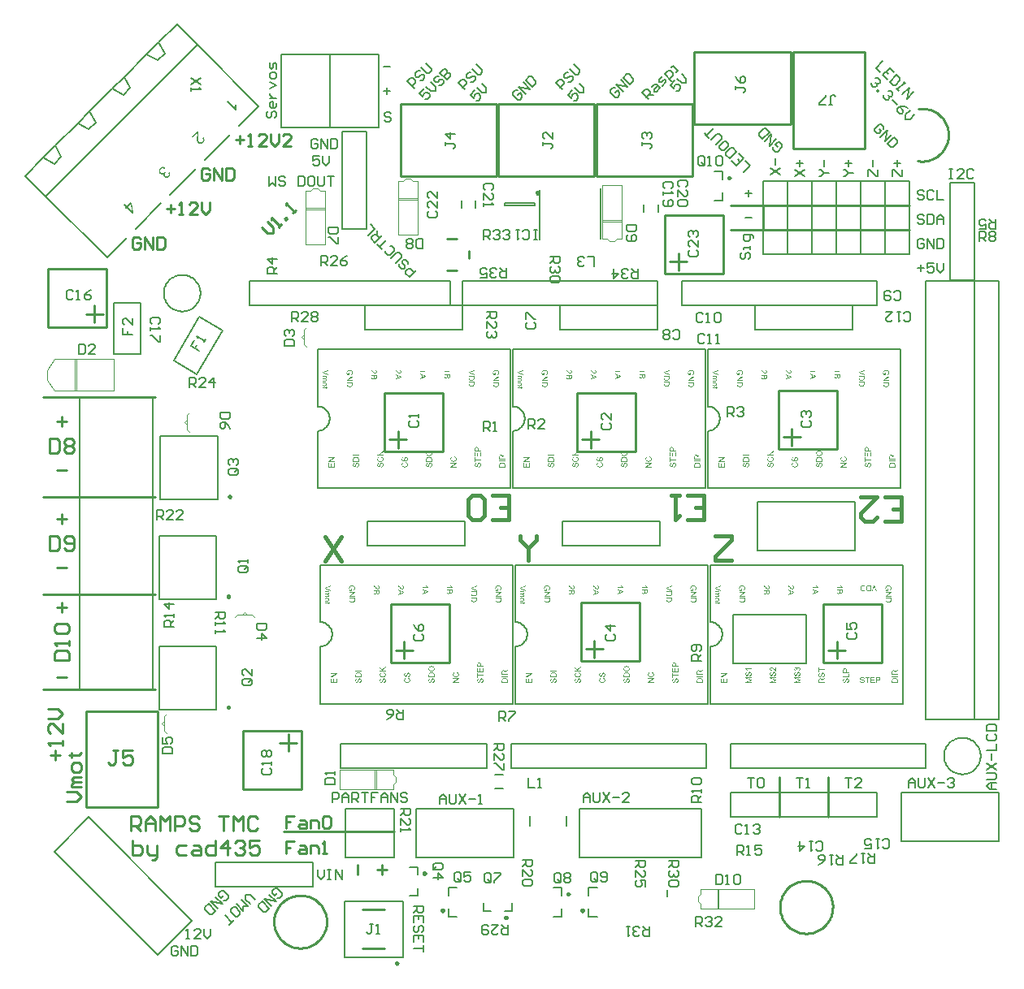
<source format=gto>
%FSTAX23Y23*%
%MOMM*%
%SFA1B1*%

%IPPOS*%
%ADD34C,0.254000*%
%ADD88C,0.249936*%
%ADD89C,0.127000*%
%ADD90C,0.152400*%
%ADD91C,0.080010*%
%ADD92C,0.089916*%
%ADD93C,0.199898*%
%ADD94C,0.089916*%
%ADD95C,0.100076*%
%ADD96C,0.177800*%
%ADD97C,0.381000*%
%ADD98C,0.215900*%
%LNramps_tmc-1*%
%LPD*%
G36*
X45175Y5382D02*
X45182Y53819D01*
X4519Y53818*
X45199Y53817*
X45207Y53814*
X45229Y53809*
X45239Y53805*
X4525Y53799*
X45261Y53794*
X45272Y53788*
X45283Y5378*
X45293Y53771*
X45294Y5377*
X45296Y53769*
X45298Y53766*
X45302Y53762*
X45306Y53756*
X4531Y53749*
X45315Y53741*
X4532Y53731*
X45325Y53719*
X4533Y53707*
X45334Y53692*
X45338Y53676*
X45342Y53658*
X45345Y53638*
X45346Y53617*
X45347Y53594*
Y5344*
X45592*
Y53359*
X44987*
Y53587*
Y53588*
Y53589*
Y53592*
Y53597*
Y53602*
Y53608*
X44988Y53621*
X44988Y53636*
X4499Y53651*
X44991Y53666*
X44993Y53679*
Y5368*
Y53681*
X44994Y53683*
X44995Y53686*
X44996Y53695*
X45Y53705*
X45003Y53717*
X45008Y53729*
X45015Y53741*
X45022Y53753*
X45023Y53755*
X45026Y53758*
X4503Y53764*
X45036Y5377*
X45044Y53778*
X45055Y53787*
X45066Y53795*
X4508Y53802*
X45081*
X45081Y53803*
X45084Y53804*
X45086Y53805*
X45094Y53808*
X45104Y53811*
X45117Y53814*
X45131Y53818*
X45146Y5382*
X45162Y53821*
X4517*
X45175Y5382*
G37*
G36*
X45592Y52797D02*
X44987D01*
Y53234*
X45059*
Y52877*
X45243*
Y53211*
X45315*
Y52877*
X45521*
Y53248*
X45592*
Y52797*
G37*
G36*
X48132Y52313D02*
X47527D01*
Y52393*
X48132*
Y52313*
G37*
G36*
X47844Y52189D02*
X47851D01*
X47859Y52188*
X47868Y52187*
X47887Y52185*
X47907Y52182*
X47929Y52178*
X47949Y52173*
X4795*
X47951Y52172*
X47955Y52171*
X47958Y5217*
X47962Y52168*
X47968Y52167*
X4798Y52162*
X47994Y52156*
X48009Y52149*
X48024Y5214*
X48037Y52132*
X48039Y52131*
X48043Y52127*
X48049Y52122*
X48057Y52115*
X48066Y52107*
X48075Y52098*
X48084Y52087*
X48092Y52076*
X48093Y52074*
X48095Y5207*
X48099Y52064*
X48103Y52056*
X48108Y52045*
X48114Y52033*
X48118Y52018*
X48122Y52003*
Y52003*
X48123Y52002*
Y52*
X48124Y51996*
X48125Y51993*
X48125Y51988*
X48127Y51976*
X48129Y51962*
X48131Y51945*
X48132Y51926*
X48132Y51907*
Y51688*
X47527*
Y51897*
Y51898*
Y519*
Y51904*
Y51909*
Y51915*
X47528Y51922*
Y51936*
X4753Y51954*
X47531Y51972*
X47533Y51989*
X47536Y52004*
Y52005*
X47537Y52007*
X47538Y5201*
X47539Y52013*
X4754Y52018*
X47542Y52023*
X47546Y52035*
X47552Y52049*
X47559Y52064*
X47569Y52079*
X4758Y52093*
X47581Y52094*
X47581Y52096*
X47584Y52098*
X47587Y52101*
X47591Y52105*
X47596Y5211*
X47601Y52114*
X47607Y5212*
X47622Y52132*
X47641Y52144*
X4766Y52155*
X47683Y52165*
X47684*
X47686Y52166*
X47689Y52167*
X47694Y52169*
X477Y5217*
X47707Y52173*
X47715Y52175*
X47725Y52177*
X47735Y52179*
X47746Y52182*
X47758Y52184*
X4777Y52185*
X47798Y52189*
X47827Y52189*
X47839*
X47844Y52189*
G37*
G36*
X45059Y52513D02*
X45592D01*
Y52433*
X45059*
Y52233*
X44987*
Y52712*
X45059*
Y52513*
G37*
G36*
X40224Y52779D02*
X40231D01*
X40239Y52778*
X40248Y52777*
X40267Y52776*
X40287Y52773*
X40309Y52769*
X40329Y52763*
X4033*
X40331Y52762*
X40335Y52762*
X40338Y5276*
X40342Y52759*
X40348Y52757*
X4036Y52752*
X40374Y52747*
X40389Y5274*
X40404Y52731*
X40417Y52722*
X40419Y52722*
X40423Y52718*
X40429Y52713*
X40437Y52706*
X40446Y52698*
X40455Y52688*
X40464Y52678*
X40472Y52666*
X40473Y52665*
X40475Y52661*
X40479Y52655*
X40483Y52646*
X40488Y52636*
X40494Y52623*
X40498Y52609*
X40502Y52594*
Y52593*
X40503Y52592*
Y5259*
X40504Y52587*
X40505Y52583*
X40505Y52578*
X40507Y52567*
X40509Y52552*
X40511Y52536*
X40512Y52517*
X40512Y52497*
Y52279*
X39907*
Y52488*
Y52489*
Y52491*
Y52495*
Y525*
Y52505*
X39908Y52512*
Y52527*
X39909Y52544*
X39911Y52563*
X39913Y5258*
X39916Y52595*
Y52596*
X39917Y52597*
X39918Y526*
X39919Y52603*
X3992Y52608*
X39922Y52614*
X39926Y52626*
X39932Y5264*
X39939Y52655*
X39949Y5267*
X3996Y52684*
X39961Y52684*
X39961Y52686*
X39964Y52688*
X39967Y52692*
X39971Y52696*
X39976Y527*
X39981Y52705*
X39987Y52711*
X40002Y52722*
X40021Y52734*
X4004Y52746*
X40063Y52755*
X40064*
X40066Y52756*
X40069Y52758*
X40074Y52759*
X4008Y52761*
X40087Y52763*
X40095Y52766*
X40105Y52768*
X40115Y5277*
X40126Y52772*
X40138Y52774*
X4015Y52776*
X40178Y52779*
X40207Y5278*
X40219*
X40224Y52779*
G37*
G36*
X4035Y52169D02*
X40355D01*
X4036Y52168*
X40372Y52167*
X40386Y52162*
X40401Y52158*
X40417Y52151*
X40433Y52141*
X40434*
X40435Y5214*
X40437Y52138*
X4044Y52137*
X40448Y52129*
X40457Y52121*
X40468Y5211*
X40479Y52096*
X4049Y5208*
X40499Y52062*
Y52061*
X405Y52059*
X40502Y52056*
X40503Y52053*
X40505Y52048*
X40506Y52042*
X40509Y52036*
X40511Y52028*
X40515Y52011*
X40519Y51992*
X40522Y5197*
X40523Y51946*
Y51945*
Y51942*
Y51938*
X40522Y51933*
Y51925*
X40521Y51917*
X4052Y51908*
X4052Y51898*
X40517Y51877*
X40512Y51853*
X40507Y5183*
X40499Y51808*
Y51807*
X40498Y51806*
X40497Y51803*
X40494Y51799*
X40492Y51795*
X40489Y51789*
X40481Y51777*
X40471Y51762*
X40458Y51748*
X40443Y51734*
X40427Y51722*
X40426*
X40424Y5172*
X40422Y51718*
X40418Y51717*
X40413Y51714*
X40409Y51711*
X40402Y51709*
X40395Y51706*
X40379Y51699*
X40361Y51694*
X40339Y5169*
X40317Y51688*
X40311Y51764*
X40313*
X40316Y51765*
X40319*
X40327Y51766*
X40338Y51769*
X40349Y51772*
X40362Y51777*
X40375Y51782*
X40387Y51789*
X40388Y51789*
X40391Y51792*
X40397Y51797*
X40403Y51804*
X40411Y51812*
X40419Y51822*
X40427Y51835*
X40434Y51849*
Y5185*
X40435Y51851*
X40435Y51853*
X40436Y51856*
X40438Y5186*
X40439Y51865*
X40442Y51877*
X40446Y5189*
X40449Y51906*
X4045Y51923*
X40451Y51942*
Y51943*
Y51944*
Y51947*
Y5195*
X4045Y51959*
X4045Y5197*
X40448Y51981*
X40446Y51996*
X40442Y52009*
X40438Y52022*
Y52023*
X40437Y52024*
X40435Y52028*
X40432Y52034*
X40428Y52042*
X40423Y52051*
X40416Y52059*
X40409Y52068*
X40401Y52075*
X404Y52076*
X40397Y52077*
X40391Y52081*
X40385Y52084*
X40377Y52087*
X40368Y5209*
X40359Y52092*
X40349Y52092*
X40344*
X40339Y52092*
X40332Y5209*
X40324Y52089*
X40316Y52085*
X40307Y52081*
X40299Y52075*
X40298Y52074*
X40295Y52072*
X40291Y52068*
X40286Y52063*
X40281Y52055*
X40276Y52045*
X40269Y52034*
X40264Y52021*
X40263Y52019*
X40262Y52016*
X40261Y52013*
X4026Y52009*
X40258Y52004*
X40257Y51998*
X40254Y51992*
X40253Y51984*
X4025Y51975*
X40247Y51965*
X40245Y51954*
X40242Y51941*
X40238Y51928*
X40235Y51913*
Y51912*
X40234Y51909*
X40232Y51905*
X40231Y519*
X40229Y51892*
X40228Y51885*
X40222Y51867*
X40216Y51848*
X40209Y51829*
X40203Y51811*
X40199Y51804*
X40196Y51796*
Y51796*
X40195Y51795*
X40194Y51792*
X40192Y51789*
X40187Y51781*
X4018Y51772*
X40172Y51762*
X40163Y51751*
X40152Y51741*
X4014Y51732*
X40139*
X40139Y51731*
X40134Y51729*
X40127Y51726*
X40118Y51722*
X40107Y51718*
X40094Y51714*
X40079Y51712*
X40064Y51711*
X4006*
X40057Y51712*
X40048Y51713*
X40036Y51714*
X40023Y51718*
X40009Y51722*
X39994Y51729*
X39979Y51737*
X39978*
X39977Y51739*
X39972Y51742*
X39965Y51748*
X39956Y51756*
X39946Y51767*
X39936Y5178*
X39927Y51796*
X39918Y51813*
Y51814*
X39917Y51815*
X39916Y51818*
X39915Y51822*
X39913Y51826*
X39911Y51832*
X39909Y51838*
X39907Y51845*
X39904Y51862*
X399Y51881*
X39898Y51902*
X39897Y51924*
Y51925*
Y51927*
Y5193*
Y51935*
X39898Y51941*
Y51948*
X39898Y51955*
X39899Y51964*
X39902Y51982*
X39906Y52002*
X39912Y52022*
X39919Y52042*
Y52043*
X3992Y52044*
X39921Y52047*
X39923Y52051*
X39928Y5206*
X39935Y52071*
X39944Y52084*
X39955Y52097*
X39968Y52111*
X39983Y52122*
X39984*
X39985Y52123*
X39987Y52124*
X39991Y52126*
X39994Y52128*
X39999Y5213*
X40011Y52136*
X40025Y52141*
X40041Y52146*
X40059Y5215*
X40078Y52152*
X40083Y52074*
X40081*
X40078Y52074*
X40074Y52073*
X40069Y52072*
X40064Y5207*
X40051Y52066*
X40038Y52061*
X40024Y52054*
X40009Y52044*
X39998Y52032*
X39996Y5203*
X39995Y52028*
X39993Y52026*
X39991Y52021*
X39988Y52017*
X39986Y52011*
X39983Y52006*
X3998Y51999*
X39978Y51991*
X39976Y51982*
X39973Y51973*
X39971Y51963*
X3997Y51951*
X39968Y5194*
Y51927*
Y51926*
Y51924*
Y5192*
Y51915*
X39969Y51909*
X3997Y51903*
X39971Y51887*
X39975Y5187*
X39979Y51852*
X39986Y51836*
X39991Y51828*
X39995Y51822*
X39997Y5182*
X4Y51816*
X40006Y51811*
X40013Y51805*
X40023Y51799*
X40034Y51794*
X40046Y5179*
X4006Y51789*
X40065*
X40071Y5179*
X40079Y51792*
X40087Y51794*
X40096Y51798*
X40105Y51804*
X40113Y51811*
X40114Y51813*
X40116Y51814*
X40117Y51817*
X40119Y5182*
X40121Y51824*
X40124Y51829*
X40126Y51835*
X40129Y51843*
X40133Y51852*
X40136Y51861*
X4014Y51872*
X40144Y51885*
X40148Y51899*
X40152Y51915*
X40156Y51932*
Y51933*
X40157Y51936*
X40158Y51941*
X4016Y51948*
X40161Y51955*
X40164Y51965*
X40166Y51974*
X40169Y51985*
X40175Y52007*
X40181Y52029*
X40185Y5204*
X40188Y5205*
X40191Y52059*
X40194Y52066*
Y52066*
X40195Y52068*
X40197Y5207*
X40199Y52074*
X40204Y52084*
X40211Y52096*
X4022Y52108*
X40231Y52121*
X40243Y52134*
X40257Y52144*
X40257*
X40258Y52144*
X40261Y52146*
X40263Y52147*
X40271Y52152*
X40281Y52157*
X40294Y52162*
X40309Y52166*
X40324Y52169*
X40342Y5217*
X40347*
X4035Y52169*
G37*
G36*
X4543D02*
X45435D01*
X4544Y52168*
X45452Y52167*
X45466Y52162*
X45481Y52158*
X45497Y52151*
X45513Y52141*
X45514*
X45515Y5214*
X45517Y52138*
X4552Y52137*
X45528Y52129*
X45537Y52121*
X45548Y5211*
X45559Y52096*
X4557Y5208*
X45579Y52062*
Y52061*
X4558Y52059*
X45582Y52056*
X45583Y52053*
X45585Y52048*
X45586Y52042*
X45588Y52036*
X45591Y52028*
X45595Y52011*
X45599Y51992*
X45602Y5197*
X45603Y51946*
Y51945*
Y51942*
Y51938*
X45602Y51933*
Y51925*
X45601Y51917*
X456Y51908*
X456Y51898*
X45597Y51877*
X45592Y51853*
X45587Y5183*
X45579Y51808*
Y51807*
X45578Y51806*
X45577Y51803*
X45574Y51799*
X45572Y51795*
X45569Y51789*
X45561Y51777*
X45551Y51762*
X45538Y51748*
X45523Y51734*
X45507Y51722*
X45506*
X45504Y5172*
X45502Y51718*
X45498Y51717*
X45493Y51714*
X45489Y51711*
X45482Y51709*
X45475Y51706*
X45459Y51699*
X45441Y51694*
X45419Y5169*
X45397Y51688*
X45391Y51764*
X45393*
X45396Y51765*
X45399*
X45407Y51766*
X45418Y51769*
X45429Y51772*
X45442Y51777*
X45455Y51782*
X45467Y51789*
X45468Y51789*
X45471Y51792*
X45477Y51797*
X45483Y51804*
X45491Y51812*
X45499Y51822*
X45507Y51835*
X45514Y51849*
Y5185*
X45515Y51851*
X45515Y51853*
X45516Y51856*
X45518Y5186*
X45519Y51865*
X45522Y51877*
X45526Y5189*
X45529Y51906*
X4553Y51923*
X45531Y51942*
Y51943*
Y51944*
Y51947*
Y5195*
X4553Y51959*
X4553Y5197*
X45528Y51981*
X45526Y51996*
X45522Y52009*
X45518Y52022*
Y52023*
X45517Y52024*
X45515Y52028*
X45512Y52034*
X45508Y52042*
X45503Y52051*
X45496Y52059*
X45489Y52068*
X45481Y52075*
X4548Y52076*
X45477Y52077*
X45471Y52081*
X45465Y52084*
X45457Y52087*
X45448Y5209*
X45439Y52092*
X45429Y52092*
X45424*
X45419Y52092*
X45412Y5209*
X45404Y52089*
X45396Y52085*
X45387Y52081*
X45379Y52075*
X45378Y52074*
X45375Y52072*
X45371Y52068*
X45366Y52063*
X45361Y52055*
X45356Y52045*
X45349Y52034*
X45344Y52021*
X45343Y52019*
X45342Y52016*
X45341Y52013*
X4534Y52009*
X45338Y52004*
X45337Y51998*
X45334Y51992*
X45333Y51984*
X4533Y51975*
X45327Y51965*
X45325Y51954*
X45322Y51941*
X45318Y51928*
X45315Y51913*
Y51912*
X45314Y51909*
X45312Y51905*
X45311Y519*
X45309Y51892*
X45308Y51885*
X45302Y51867*
X45296Y51848*
X45289Y51829*
X45283Y51811*
X45279Y51804*
X45276Y51796*
Y51796*
X45275Y51795*
X45274Y51792*
X45272Y51789*
X45267Y51781*
X4526Y51772*
X45252Y51762*
X45243Y51751*
X45232Y51741*
X4522Y51732*
X45219*
X45218Y51731*
X45214Y51729*
X45207Y51726*
X45198Y51722*
X45187Y51718*
X45174Y51714*
X45159Y51712*
X45144Y51711*
X4514*
X45137Y51712*
X45128Y51713*
X45116Y51714*
X45103Y51718*
X45089Y51722*
X45074Y51729*
X45059Y51737*
X45058*
X45057Y51739*
X45052Y51742*
X45044Y51748*
X45036Y51756*
X45026Y51767*
X45016Y5178*
X45007Y51796*
X44998Y51813*
Y51814*
X44997Y51815*
X44996Y51818*
X44995Y51822*
X44993Y51826*
X44991Y51832*
X4499Y51838*
X44987Y51845*
X44984Y51862*
X4498Y51881*
X44978Y51902*
X44977Y51924*
Y51925*
Y51927*
Y5193*
Y51935*
X44978Y51941*
Y51948*
X44978Y51955*
X44979Y51964*
X44982Y51982*
X44986Y52002*
X44992Y52022*
X44999Y52042*
Y52043*
X45Y52044*
X45001Y52047*
X45003Y52051*
X45008Y5206*
X45015Y52071*
X45024Y52084*
X45035Y52097*
X45048Y52111*
X45063Y52122*
X45064*
X45065Y52123*
X45067Y52124*
X45071Y52126*
X45074Y52128*
X45079Y5213*
X45091Y52136*
X45105Y52141*
X45121Y52146*
X45139Y5215*
X45158Y52152*
X45163Y52074*
X45161*
X45158Y52074*
X45154Y52073*
X45149Y52072*
X45144Y5207*
X45131Y52066*
X45118Y52061*
X45104Y52054*
X45089Y52044*
X45078Y52032*
X45076Y5203*
X45075Y52028*
X45073Y52026*
X45071Y52021*
X45068Y52017*
X45066Y52011*
X45063Y52006*
X4506Y51999*
X45058Y51991*
X45056Y51982*
X45053Y51973*
X45051Y51963*
X4505Y51951*
X45048Y5194*
Y51927*
Y51926*
Y51924*
Y5192*
Y51915*
X45049Y51909*
X4505Y51903*
X45051Y51887*
X45055Y5187*
X45059Y51852*
X45066Y51836*
X45071Y51828*
X45075Y51822*
X45077Y5182*
X4508Y51816*
X45086Y51811*
X45093Y51805*
X45103Y51799*
X45114Y51794*
X45126Y5179*
X4514Y51789*
X45145*
X45151Y5179*
X45159Y51792*
X45167Y51794*
X45176Y51798*
X45185Y51804*
X45193Y51811*
X45194Y51813*
X45196Y51814*
X45197Y51817*
X45199Y5182*
X45201Y51824*
X45204Y51829*
X45206Y51835*
X45209Y51843*
X45213Y51852*
X45216Y51861*
X4522Y51872*
X45224Y51885*
X45228Y51899*
X45232Y51915*
X45236Y51932*
Y51933*
X45237Y51936*
X45238Y51941*
X4524Y51948*
X45241Y51955*
X45244Y51965*
X45246Y51974*
X45249Y51985*
X45255Y52007*
X45261Y52029*
X45265Y5204*
X45268Y5205*
X45271Y52059*
X45274Y52066*
Y52066*
X45275Y52068*
X45277Y5207*
X45279Y52074*
X45284Y52084*
X45291Y52096*
X453Y52108*
X45311Y52121*
X45323Y52134*
X45337Y52144*
X45337*
X45338Y52144*
X45341Y52146*
X45343Y52147*
X45351Y52152*
X45361Y52157*
X45374Y52162*
X45389Y52166*
X45404Y52169*
X45422Y5217*
X45427*
X4543Y52169*
G37*
G36*
X40227Y53444D02*
X40235D01*
X40244Y53443*
X40254Y53441*
X40266Y5344*
X40279Y53437*
X40292Y53435*
X4032Y53429*
X40348Y53419*
X40362Y53413*
X40376Y53407*
X40377Y53406*
X40379Y53405*
X40383Y53403*
X40388Y53399*
X40394Y53396*
X40402Y53392*
X40409Y53386*
X40417Y5338*
X40426Y53373*
X40435Y53365*
X40453Y53347*
X40471Y53326*
X40479Y53314*
X40486Y53301*
Y533*
X40487Y53298*
X40489Y53294*
X40491Y53289*
X40494Y53283*
X40498Y53276*
X40501Y53267*
X40504Y53258*
X40508Y53247*
X40511Y53236*
X40517Y5321*
X40521Y53184*
X40522Y5317*
X40523Y53155*
Y53154*
Y53151*
Y53146*
X40522Y5314*
X40521Y53132*
X4052Y53124*
X4052Y53114*
X40517Y53104*
X40512Y5308*
X40505Y53054*
X40501Y53041*
X40495Y53028*
X40489Y53014*
X40482Y53002*
X40481Y53001*
X4048Y52999*
X40478Y52996*
X40474Y52991*
X4047Y52985*
X40465Y52979*
X40459Y52972*
X40453Y52964*
X40445Y52956*
X40436Y52948*
X40427Y52939*
X40417Y52931*
X40394Y52915*
X40369Y529*
X40368*
X40366Y52899*
X40362Y52897*
X40357Y52895*
X4035Y52892*
X40342Y52889*
X40333Y52886*
X40324Y52883*
X40313Y5288*
X40301Y52877*
X40276Y52871*
X40247Y52867*
X40233Y52867*
X40218Y52866*
X40212*
X40204Y52867*
X40193Y52867*
X4018Y52868*
X40166Y5287*
X4015Y52873*
X40132Y52876*
X40113Y5288*
X40094Y52885*
X40075Y52892*
X40055Y529*
X40036Y52909*
X40017Y52919*
X39999Y52932*
X39983Y52946*
X39982Y52947*
X39979Y5295*
X39975Y52955*
X39969Y52961*
X39963Y52969*
X39955Y52978*
X39948Y5299*
X39939Y53003*
X39931Y53017*
X39923Y53033*
X39916Y5305*
X3991Y53069*
X39905Y53089*
X39901Y5311*
X39898Y53132*
X39897Y53155*
Y53156*
Y53159*
Y53163*
X39898Y5317*
X39898Y53177*
X39899Y53185*
X399Y53195*
X39902Y53206*
X39906Y53229*
X39913Y53254*
X39918Y53267*
X39923Y5328*
X3993Y53293*
X39937Y53306*
X39938Y53307*
X39938Y53309*
X39941Y53312*
X39944Y53317*
X39949Y53322*
X39953Y53329*
X39959Y53336*
X39966Y53344*
X39973Y53352*
X39982Y53361*
X39991Y5337*
X40001Y53378*
X40012Y53386*
X40024Y53394*
X40049Y53409*
X40049Y5341*
X40052Y53411*
X40056Y53412*
X40061Y53414*
X40069Y53417*
X40076Y5342*
X40086Y53423*
X40096Y53427*
X40107Y5343*
X4012Y53433*
X40133Y53437*
X40147Y53439*
X40178Y53443*
X40194Y53444*
X4022*
X40227Y53444*
G37*
G36*
X48132Y52967D02*
X48007Y52888D01*
X48007*
X48005Y52886*
X48002Y52885*
X47999Y52882*
X47994Y52879*
X47988Y52875*
X47977Y52867*
X47963Y52858*
X4795Y52848*
X47936Y52839*
X47925Y52829*
X47923Y52829*
X4792Y52825*
X47914Y52822*
X47909Y52816*
X47902Y5281*
X47895Y52803*
X47889Y52796*
X47884Y52789*
X47883Y52788*
X47882Y52785*
X4788Y52782*
X47877Y52777*
X47874Y52772*
X47872Y52766*
X47867Y52752*
Y52751*
X47866Y5275*
Y52747*
X47866Y52742*
X47865Y52736*
Y52728*
X47864Y52719*
Y52708*
Y52615*
X48132*
Y52535*
X47527*
Y52804*
Y52804*
Y52807*
Y52811*
Y52817*
X47528Y52824*
Y52831*
X47528Y5284*
X4753Y52849*
X47531Y52869*
X47534Y52889*
X47538Y52909*
X4754Y52918*
X47543Y52926*
Y52927*
X47544Y52928*
X47545Y5293*
X47547Y52933*
X47551Y52941*
X47557Y52951*
X47565Y52962*
X47575Y52973*
X47588Y52984*
X47602Y52994*
X47603*
X47603Y52995*
X47606Y52996*
X47609Y52998*
X47618Y53002*
X47629Y53007*
X47642Y53011*
X47658Y53015*
X47675Y53018*
X47693Y53019*
X47699*
X47704Y53018*
X4771Y53018*
X47716Y53017*
X47731Y53014*
X47748Y53009*
X47766Y53002*
X47775Y52997*
X47785Y52992*
X47793Y52985*
X47802Y52978*
X47803Y52977*
X47803Y52976*
X47806Y52973*
X47809Y5297*
X47812Y52965*
X47816Y52959*
X47821Y52953*
X47825Y52946*
X4783Y52937*
X47835Y52928*
X4784Y52917*
X47844Y52905*
X47848Y52892*
X47852Y52879*
X47855Y52864*
X47858Y52848*
X47858Y5285*
X4786Y52854*
X47863Y52859*
X47867Y52867*
X47877Y52882*
X47883Y52889*
X47888Y52896*
Y52897*
X4789Y52898*
X47894Y52903*
X47901Y52909*
X47911Y52918*
X47921Y52929*
X47936Y5294*
X47951Y52951*
X47969Y52963*
X48132Y53068*
Y52967*
G37*
G36*
X31937Y61848D02*
X31945D01*
X31954Y61847*
X31964Y61845*
X31976Y61844*
X31988Y61842*
X32001Y6184*
X32029Y61834*
X32058Y61824*
X32073Y61819*
X32087Y61812*
X32088Y61811*
X3209Y61811*
X32094Y61808*
X321Y61805*
X32106Y61801*
X32113Y61796*
X32121Y61791*
X3213Y61785*
X32139Y61778*
X32149Y6177*
X32158Y61761*
X32167Y61752*
X32185Y6173*
X32193Y61718*
X32201Y61706*
X32201Y61705*
X32202Y61703*
X32204Y61699*
X32207Y61693*
X32209Y61687*
X32212Y61679*
X32216Y6167*
X32219Y6166*
X32223Y61649*
X32227Y61636*
X3223Y61623*
X32233Y61609*
X32237Y61578*
X32237Y61563*
X32238Y61546*
Y61545*
Y61543*
Y6154*
Y61535*
X32237Y61529*
Y61523*
X32237Y61515*
X32236Y61507*
X32233Y61488*
X32229Y61468*
X32223Y61448*
X32216Y61427*
Y61426*
X32215Y61425*
X32214Y61423*
X32212Y61418*
X3221Y61414*
X32207Y61409*
X32201Y61397*
X32192Y61384*
X32182Y6137*
X32171Y61357*
X32157Y61345*
X32156*
X32156Y61343*
X32153Y61342*
X3215Y6134*
X32147Y61337*
X32142Y61334*
X3213Y61327*
X32116Y61319*
X321Y61312*
X3208Y61304*
X32058Y61298*
X32038Y6137*
X32039*
X32041Y61371*
X32043Y61372*
X32046Y61373*
X32054Y61376*
X32065Y6138*
X32076Y61385*
X32089Y6139*
X32101Y61397*
X32111Y61405*
X32112Y61405*
X32116Y61408*
X3212Y61413*
X32126Y61419*
X32133Y61427*
X3214Y61438*
X32147Y61449*
X32153Y61463*
Y61463*
X32154Y61464*
X32156Y61469*
X32159Y61477*
X32162Y61487*
X32164Y61499*
X32167Y61513*
X32169Y61529*
X3217Y61545*
Y61546*
Y61548*
Y61551*
Y61555*
X32169Y61559*
Y61565*
X32167Y61578*
X32166Y61593*
X32163Y61609*
X32158Y61625*
X32152Y61641*
Y61641*
X32152Y61642*
X32149Y61647*
X32146Y61655*
X32141Y61664*
X32134Y61674*
X32127Y61685*
X32118Y61696*
X32108Y61705*
X32107Y61706*
X32104Y61709*
X32098Y61714*
X32091Y61719*
X32082Y61725*
X32072Y61731*
X3206Y61738*
X32048Y61743*
X32048*
X32046Y61744*
X32043Y61745*
X32039Y61746*
X32033Y61748*
X32027Y6175*
X3202Y61752*
X32012Y61754*
X31994Y61759*
X31974Y61762*
X31951Y61765*
X31927Y61766*
X31919*
X31913Y61765*
X31906*
X31898Y61764*
X31889Y61763*
X31879Y61763*
X31858Y61759*
X31835Y61754*
X31812Y61748*
X31791Y61738*
X3179*
X31789Y61737*
X31786Y61735*
X31782Y61733*
X31778Y6173*
X31772Y61727*
X3176Y61718*
X31748Y61707*
X31733Y61693*
X31721Y61677*
X3171Y61658*
Y61657*
X31709Y61656*
X31708Y61652*
X31706Y61649*
X31704Y61644*
X31702Y61637*
X317Y61631*
X31697Y61623*
X31692Y61607*
X31688Y61588*
X31685Y61567*
X31684Y61544*
Y61544*
Y61542*
Y61539*
Y61536*
X31685Y61531*
Y61526*
X31686Y61512*
X31689Y61496*
X31693Y6148*
X31697Y61462*
X31704Y61443*
Y61442*
X31704Y61441*
X31706Y61438*
X31707Y61435*
X31711Y61426*
X31716Y61415*
X31723Y61403*
X3173Y6139*
X31738Y61378*
X31746Y61367*
X31859*
Y61545*
X31931*
Y61289*
X31706*
X31705Y61289*
X31704Y61291*
X31701Y61294*
X31698Y61299*
X31694Y61304*
X3169Y61311*
X31685Y61318*
X3168Y61326*
X31668Y61345*
X31657Y61365*
X31645Y61387*
X31636Y61411*
Y61411*
X31635Y61414*
X31633Y61417*
X31632Y61422*
X3163Y61427*
X31629Y61434*
X31627Y61442*
X31624Y6145*
X3162Y6147*
X31616Y61492*
X31613Y61516*
X31612Y6154*
Y61541*
Y61544*
Y61549*
X31613Y61555*
Y61563*
X31615Y61572*
X31615Y61582*
X31617Y61593*
X31619Y61606*
X31622Y61619*
X31628Y61646*
X31637Y61674*
X31644Y61688*
X3165Y61702*
X31651Y61703*
X31652Y61705*
X31654Y61709*
X31657Y61714*
X31661Y6172*
X31666Y61727*
X31672Y61734*
X31678Y61743*
X31685Y61752*
X31694Y6176*
X31703Y6177*
X31713Y61778*
X31723Y61788*
X31735Y61796*
X31747Y61804*
X3176Y61811*
X31761*
X31763Y61813*
X31768Y61815*
X31773Y61817*
X3178Y6182*
X31788Y61823*
X31797Y61826*
X31808Y6183*
X31819Y61834*
X31832Y61837*
X31844Y6184*
X31859Y61843*
X31889Y61847*
X31905Y61848*
X31922Y61848*
X3193*
X31937Y61848*
G37*
G36*
X32228Y6109D02*
X31753Y60771D01*
X32228*
Y60694*
X31622*
Y60777*
X32097Y61094*
X31622*
Y61171*
X32228*
Y6109*
G37*
G36*
X34179Y61847D02*
X34187Y61846D01*
X34196Y61844*
X34204Y61842*
X34214Y61839*
X34215*
X34215Y61838*
X34218Y61838*
X34221Y61836*
X34229Y61833*
X34239Y61827*
X34251Y6182*
X34265Y61812*
X34279Y61802*
X34294Y6179*
X34295Y61789*
X34296Y61789*
X34298Y61786*
X34301Y61784*
X3431Y61776*
X34321Y61765*
X34334Y61752*
X3435Y61735*
X34367Y61715*
X34386Y61693*
X34387Y61692*
X3439Y61689*
X34394Y61683*
X34399Y61677*
X34407Y61669*
X34414Y6166*
X34423Y61649*
X34433Y61639*
X34453Y61617*
X34474Y61595*
X34485Y61585*
X34495Y61575*
X34505Y61567*
X34515Y61559*
X34515Y61559*
X34517Y61558*
X34519Y61556*
X34522Y61554*
X34527Y61552*
X34532Y61549*
X34544Y61541*
X34557Y61535*
X34572Y6153*
X34588Y61526*
X34596Y61524*
X34608*
X34611Y61525*
X3462Y61526*
X3463Y61528*
X34642Y61532*
X34654Y61538*
X34666Y61545*
X34678Y61556*
X3468Y61558*
X34683Y61562*
X34688Y61569*
X34694Y61578*
X34699Y6159*
X34704Y61604*
X34707Y61621*
X34709Y61639*
Y6164*
Y61641*
Y61645*
X34708Y61648*
Y61652*
X34707Y61658*
X34705Y6167*
X34701Y61683*
X34696Y61698*
X34688Y61712*
X34677Y61725*
X34675Y61727*
X34671Y6173*
X34663Y61735*
X34654Y61741*
X34641Y61747*
X34626Y61752*
X34608Y61756*
X34588Y61757*
X34596Y61834*
X34596*
X346Y61833*
X34603*
X3461Y61832*
X34617Y6183*
X34625Y61829*
X34634Y61826*
X34644Y61823*
X34665Y61816*
X34676Y61811*
X34686Y61806*
X34697Y618*
X34707Y61793*
X34717Y61785*
X34726Y61775*
X34726Y61775*
X34727Y61773*
X34729Y6177*
X34732Y61766*
X34736Y6176*
X3474Y61754*
X34744Y61747*
X34748Y61738*
X34752Y61729*
X34756Y61718*
X3476Y61708*
X34763Y61695*
X34767Y61682*
X34769Y61668*
X3477Y61653*
X3477Y61637*
Y61637*
Y61634*
Y61629*
X3477Y61623*
X34769Y61615*
X34768Y61607*
X34767Y61597*
X34764Y61587*
X34759Y61565*
X34755Y61554*
X3475Y61542*
X34744Y6153*
X34737Y61519*
X3473Y61509*
X34722Y61499*
X34721Y61498*
X34719Y61496*
X34717Y61494*
X34713Y61491*
X34708Y61487*
X34703Y61482*
X34696Y61478*
X34689Y61473*
X34681Y61468*
X34671Y61464*
X34651Y61456*
X3464Y61453*
X34628Y6145*
X34615Y61448*
X34602Y61448*
X34596*
X34588Y61448*
X34579Y61449*
X34569Y61452*
X34556Y61454*
X34544Y61458*
X3453Y61463*
X34529Y61463*
X34524Y61466*
X34517Y61469*
X34508Y61474*
X34497Y61481*
X34485Y6149*
X3447Y61501*
X34456Y61512*
X34455*
X34455Y61514*
X34452Y61516*
X34449Y61519*
X34445Y61523*
X3444Y61527*
X34435Y61533*
X34429Y6154*
X34422Y61547*
X34414Y61556*
X34404Y61565*
X34395Y61575*
X34384Y61587*
X34374Y61599*
X34362Y61613*
X3435Y61627*
X34349Y61628*
X34348Y6163*
X34344Y61634*
X34341Y61638*
X34336Y61643*
X34331Y61649*
X34319Y61663*
X34307Y61678*
X34294Y61692*
X34288Y61698*
X34283Y61704*
X34278Y61709*
X34273Y61713*
X34273Y61714*
X3427Y61716*
X34266Y61719*
X34261Y61724*
X34255Y61729*
X34248Y61734*
X34234Y61745*
Y61447*
X34162*
Y61848*
X34172*
X34179Y61847*
G37*
G36*
X34768Y61113D02*
Y61112D01*
Y6111*
Y61106*
Y61101*
X34767Y61096*
Y61089*
X34766Y61073*
X34763Y61056*
X3476Y61037*
X34755Y61019*
X34749Y61002*
Y61001*
X34748Y61*
X34747Y60998*
X34746Y60995*
X34741Y60988*
X34735Y60978*
X34727Y60967*
X34718Y60957*
X34706Y60946*
X34692Y60937*
X34692*
X34691Y60936*
X34686Y60933*
X34678Y60929*
X34668Y60924*
X34656Y6092*
X34643Y60916*
X34629Y60913*
X34613Y60912*
X34607*
X34599Y60913*
X34589Y60915*
X34578Y60918*
X34565Y60921*
X34552Y60926*
X34539Y60934*
X34537Y60934*
X34533Y60937*
X34527Y60942*
X34519Y60949*
X3451Y60959*
X34502Y6097*
X34492Y60982*
X34485Y60997*
Y60997*
X34484Y60995*
X34483Y60992*
X34482Y60988*
X3448Y60984*
X34477Y60978*
X34471Y60966*
X34463Y60952*
X34454Y60938*
X34442Y60925*
X34429Y60913*
X34428*
X34427Y60911*
X34425Y6091*
X34422Y60908*
X34414Y60904*
X34403Y60898*
X34389Y60893*
X34374Y60888*
X34356Y60885*
X34337Y60883*
X3433*
X34322Y60884*
X34311Y60886*
X34299Y60888*
X34286Y60891*
X34273Y60895*
X34259Y60901*
X34257Y60902*
X34252Y60904*
X34246Y60908*
X34238Y60914*
X34229Y6092*
X34219Y60928*
X34211Y60937*
X34202Y60946*
X34201Y60947*
X34199Y60951*
X34195Y60956*
X34191Y60964*
X34186Y60974*
X34181Y60985*
X34176Y60998*
X34172Y61012*
Y61013*
Y61014*
X34171Y61016*
X3417Y61019*
X3417Y61023*
X34169Y61028*
X34167Y61039*
X34166Y61053*
X34164Y6107*
X34163Y61089*
X34162Y6111*
Y6134*
X34768*
Y61113*
G37*
G36*
X32228Y60351D02*
Y6035D01*
Y60348*
Y60344*
Y60339*
Y60334*
X32227Y60327*
Y60312*
X32226Y60294*
X32224Y60276*
X32222Y60259*
X32219Y60244*
Y60243*
X32218Y60241*
X32217Y60238*
X32216Y60235*
X32215Y6023*
X32213Y60225*
X32209Y60213*
X32203Y60199*
X32196Y60184*
X32186Y60169*
X32175Y60155*
X32174Y60154*
X32174Y60153*
X32171Y6015*
X32168Y60147*
X32164Y60143*
X32159Y60138*
X32154Y60133*
X32148Y60128*
X32133Y60116*
X32115Y60104*
X32095Y60093*
X32072Y60083*
X32071*
X32069Y60082*
X32066Y60081*
X32061Y60079*
X32055Y60078*
X32048Y60075*
X3204Y60073*
X3203Y6007*
X3202Y60069*
X32009Y60067*
X31997Y60064*
X31985Y60063*
X31957Y6006*
X31928Y60059*
X31916*
X31911Y6006*
X31904*
X31896Y6006*
X31887Y60061*
X31868Y60063*
X31848Y60066*
X31826Y6007*
X31806Y60075*
X31805*
X31804Y60076*
X31801Y60077*
X31797Y60078*
X31793Y6008*
X31787Y60082*
X31775Y60086*
X31761Y60092*
X31746Y60099*
X31731Y60108*
X31718Y60116*
X31716Y60117*
X31712Y60121*
X31706Y60126*
X31698Y60133*
X3169Y60141*
X3168Y6015*
X31671Y60161*
X31663Y60172*
X31662Y60174*
X3166Y60178*
X31656Y60184*
X31652Y60193*
X31647Y60203*
X31641Y60216*
X31637Y6023*
X31633Y60244*
Y60245*
X31632Y60246*
Y60249*
X31631Y60252*
X3163Y60256*
X3163Y6026*
X31628Y60272*
X31626Y60286*
X31624Y60303*
X31623Y60322*
X31622Y60342*
Y60559*
X32228*
Y60351*
G37*
G36*
X29313Y60555D02*
X29321D01*
X29331Y60553*
X29343Y60552*
X29356Y6055*
X29369Y60547*
X29384Y60544*
X29399Y60539*
X29414Y60534*
X29429Y60527*
X29443Y60519*
X29457Y60511*
X2947Y60501*
X29482Y60489*
X29483Y60488*
X29484Y60486*
X29486Y60483*
X2949Y60478*
X29493Y60473*
X29498Y60466*
X29501Y60459*
X29506Y6045*
X29511Y60441*
X29515Y6043*
X2952Y60418*
X29523Y60407*
X29526Y60393*
X29528Y6038*
X2953Y60366*
X29531Y60351*
Y6035*
Y60347*
Y60342*
X2953Y60336*
X29529Y60328*
X29528Y60319*
X29526Y60309*
X29523Y60298*
X2952Y60287*
X29516Y60275*
X29511Y60263*
X29505Y6025*
X29498Y60237*
X2949Y60226*
X29481Y60214*
X29471Y60203*
X2947Y60202*
X29468Y60201*
X29465Y60197*
X2946Y60194*
X29454Y60189*
X29446Y60185*
X29438Y60179*
X29428Y60174*
X29417Y60169*
X29405Y60163*
X29392Y60159*
X29377Y60154*
X29361Y60151*
X29345Y60148*
X29327Y60146*
X29308Y60145*
X29294*
X29286Y60146*
X29279Y60147*
X29269Y60148*
X2926Y60148*
X29238Y60152*
X29216Y60156*
X29194Y60163*
X29184Y60167*
X29175Y60171*
X29174*
X29172Y60172*
X2917Y60174*
X29167Y60176*
X29158Y60181*
X29147Y6019*
X29135Y60201*
X29123Y60213*
X29111Y60228*
X291Y60245*
Y60246*
X29099Y60248*
X29097Y6025*
X29096Y60254*
X29093Y60258*
X29091Y60264*
X29087Y60277*
X29082Y60292*
X29077Y6031*
X29074Y6033*
X29073Y60351*
Y60352*
Y60355*
X29074Y6036*
Y60366*
X29075Y60374*
X29076Y60382*
X29078Y60393*
X2908Y60403*
X29083Y60415*
X29087Y60427*
X29092Y60439*
X29097Y60452*
X29105Y60464*
X29112Y60476*
X29121Y60488*
X29131Y60499*
X29132Y605*
X29135Y60501*
X29138Y60504*
X29142Y60508*
X29149Y60512*
X29156Y60517*
X29164Y60522*
X29175Y60527*
X29186Y60533*
X29199Y60537*
X29213Y60542*
X29228Y60547*
X29245Y6055*
X29262Y60553*
X29281Y60555*
X29301Y60556*
X29307*
X29313Y60555*
G37*
G36*
X29521Y60045D02*
X29629D01*
X29674Y59971*
X29521*
Y59897*
X29463*
Y59971*
X29196*
X2919Y5997*
X29183*
X29175Y5997*
X2917Y59969*
X29165Y59968*
X29164Y59967*
X2916Y59965*
X29156Y59961*
X29151Y59956*
Y59955*
X2915Y59954*
X2915Y59952*
X29149Y59949*
X29147Y59941*
X29146Y5993*
Y59929*
Y59927*
Y59925*
Y59921*
X29147Y59916*
Y5991*
X29148Y59904*
X29149Y59897*
X29083Y59886*
Y59888*
X29082Y59892*
X29082Y59897*
X2908Y59905*
X29079Y59914*
X29078Y59923*
X29077Y59943*
Y59944*
Y59945*
Y59949*
X29078Y59957*
X29079Y59966*
X2908Y59976*
X29082Y59986*
X29086Y59997*
X2909Y60005*
X2909Y60006*
X29092Y60009*
X29094Y60012*
X29098Y60017*
X29103Y60022*
X29109Y60028*
X29116Y60033*
X29123Y60037*
X29123*
X29127Y60038*
X29133Y60039*
X29142Y60041*
X29147Y60041*
X29153Y60042*
X2916Y60043*
X29169Y60044*
X29178Y60045*
X29188*
X29199Y60045*
X29463*
Y601*
X29521*
Y60045*
G37*
G36*
X29688Y61762D02*
X29248Y61604D01*
X29247*
X29246Y61604*
X29242Y61603*
X29239Y61601*
X29234Y616*
X29229Y61598*
X29216Y61593*
X29201Y61589*
X29184Y61583*
X29166Y61578*
X29149Y61573*
X2915*
X29151Y61572*
X29153Y61571*
X29157Y61571*
X29162Y61569*
X29167Y61567*
X29179Y61564*
X29194Y61559*
X29212Y61553*
X2923Y61547*
X29248Y6154*
X29688Y61376*
Y61295*
X29082Y61531*
Y61615*
X29688Y61849*
Y61762*
G37*
G36*
X29521Y61168D02*
X29459D01*
X2946Y61167*
X29465Y61163*
X2947Y61159*
X29478Y61153*
X29486Y61145*
X29494Y61135*
X29503Y61124*
X29511Y61112*
Y61111*
X29512Y61111*
X29514Y61106*
X29517Y61099*
X29521Y6109*
X29524Y61078*
X29528Y61065*
X2953Y6105*
X29531Y61034*
Y61034*
Y61032*
Y6103*
Y61027*
X2953Y61017*
X29528Y61006*
X29526Y60993*
X29522Y6098*
X29517Y60967*
X2951Y60955*
X29509Y60953*
X29506Y60949*
X29501Y60944*
X29495Y60937*
X29487Y6093*
X29478Y60922*
X29466Y60915*
X29453Y6091*
X29454Y60909*
X29457Y60907*
X2946Y60904*
X29465Y60901*
X29471Y60895*
X29478Y60889*
X29485Y60882*
X29492Y60874*
X29499Y60864*
X29506Y60854*
X29513Y60843*
X29519Y60831*
X29523Y60818*
X29528Y60804*
X2953Y6079*
X29531Y60775*
Y60774*
Y60771*
Y60768*
X2953Y60763*
Y60758*
X29529Y60752*
X29526Y60737*
X29522Y60721*
X29516Y60704*
X29506Y60688*
X29501Y60681*
X29494Y60674*
X29493Y60673*
X29493Y60672*
X2949Y6067*
X29487Y60668*
X29483Y60666*
X29478Y60663*
X29473Y6066*
X29467Y60656*
X2946Y60652*
X29451Y60649*
X29442Y60646*
X29432Y60644*
X29421Y60641*
X29409Y6064*
X29396Y60638*
X29082*
Y60712*
X29373*
X29382Y60713*
X29393Y60714*
X29404Y60715*
X29413Y60717*
X29422Y60719*
X29423*
X29425Y60721*
X29429Y60723*
X29433Y60726*
X29438Y60729*
X29443Y60733*
X29449Y60739*
X29453Y60746*
X29454Y60747*
X29456Y60749*
X29457Y60753*
X2946Y60759*
X29462Y60765*
X29465Y60773*
X29465Y60781*
X29466Y6079*
Y60791*
Y60793*
Y60795*
X29465Y60798*
X29465Y60807*
X29462Y60818*
X29458Y6083*
X29453Y60843*
X29445Y60856*
X29435Y60868*
X29433Y6087*
X29429Y60873*
X29421Y60878*
X29411Y60883*
X29405Y60886*
X29397Y60889*
X29389Y60892*
X2938Y60894*
X29371Y60896*
X2936Y60897*
X29349Y60899*
X29082*
Y60973*
X29375*
X29384Y60974*
X29394Y60975*
X29407Y60978*
X29419Y60981*
X2943Y60985*
X29441Y60991*
X29442Y60992*
X29445Y60994*
X29449Y60999*
X29453Y61005*
X29458Y61013*
X29462Y61023*
X29465Y61036*
X29466Y6105*
Y61052*
Y61056*
X29465Y61061*
X29463Y61069*
X29462Y61078*
X29459Y61088*
X29455Y61098*
X2945Y61108*
X29449Y61109*
X29446Y61113*
X29442Y61118*
X29437Y61123*
X2943Y6113*
X29422Y61136*
X29412Y61142*
X29401Y61148*
X29399Y61148*
X29395Y61149*
X29387Y61152*
X29378Y61153*
X29364Y61156*
X29349Y61158*
X29331Y61159*
X29309Y6116*
X29082*
Y61234*
X29521*
Y61168*
G37*
G36*
X67497Y61848D02*
X67505D01*
X67514Y61847*
X67524Y61845*
X67536Y61844*
X67548Y61842*
X67561Y6184*
X67589Y61834*
X67618Y61824*
X67633Y61819*
X67647Y61812*
X67648Y61811*
X6765Y61811*
X67654Y61808*
X6766Y61805*
X67666Y61801*
X67673Y61796*
X67681Y61791*
X67689Y61785*
X67699Y61778*
X67709Y6177*
X67718Y61761*
X67727Y61752*
X67745Y6173*
X67753Y61718*
X6776Y61706*
X67761Y61705*
X67762Y61703*
X67764Y61699*
X67767Y61693*
X67769Y61687*
X67772Y61679*
X67776Y6167*
X67779Y6166*
X67783Y61649*
X67787Y61636*
X6779Y61623*
X67793Y61609*
X67797Y61578*
X67797Y61563*
X67798Y61546*
Y61545*
Y61543*
Y6154*
Y61535*
X67797Y61529*
Y61523*
X67797Y61515*
X67796Y61507*
X67793Y61488*
X67789Y61468*
X67783Y61448*
X67776Y61427*
Y61426*
X67775Y61425*
X67774Y61423*
X67772Y61418*
X6777Y61414*
X67767Y61409*
X67761Y61397*
X67752Y61384*
X67742Y6137*
X67731Y61357*
X67717Y61345*
X67716*
X67716Y61343*
X67713Y61342*
X6771Y6134*
X67707Y61337*
X67702Y61334*
X6769Y61327*
X67676Y61319*
X6766Y61312*
X6764Y61304*
X67618Y61298*
X67598Y6137*
X67599*
X67601Y61371*
X67603Y61372*
X67606Y61373*
X67614Y61376*
X67625Y6138*
X67636Y61385*
X67649Y6139*
X67661Y61397*
X67671Y61405*
X67672Y61405*
X67676Y61408*
X6768Y61413*
X67686Y61419*
X67693Y61427*
X677Y61438*
X67707Y61449*
X67713Y61463*
Y61463*
X67714Y61464*
X67716Y61469*
X67719Y61477*
X67722Y61487*
X67724Y61499*
X67727Y61513*
X67729Y61529*
X6773Y61545*
Y61546*
Y61548*
Y61551*
Y61555*
X67729Y61559*
Y61565*
X67727Y61578*
X67726Y61593*
X67723Y61609*
X67718Y61625*
X67712Y61641*
Y61641*
X67712Y61642*
X67709Y61647*
X67706Y61655*
X67701Y61664*
X67694Y61674*
X67687Y61685*
X67678Y61696*
X67668Y61705*
X67667Y61706*
X67664Y61709*
X67658Y61714*
X67651Y61719*
X67642Y61725*
X67632Y61731*
X6762Y61738*
X67608Y61743*
X67608*
X67606Y61744*
X67603Y61745*
X67599Y61746*
X67593Y61748*
X67587Y6175*
X6758Y61752*
X67572Y61754*
X67554Y61759*
X67534Y61762*
X67511Y61765*
X67487Y61766*
X67479*
X67473Y61765*
X67466*
X67458Y61764*
X67449Y61763*
X67439Y61763*
X67418Y61759*
X67395Y61754*
X67372Y61748*
X67351Y61738*
X6735*
X67349Y61737*
X67346Y61735*
X67342Y61733*
X67338Y6173*
X67332Y61727*
X6732Y61718*
X67308Y61707*
X67293Y61693*
X67281Y61677*
X6727Y61658*
Y61657*
X67269Y61656*
X67268Y61652*
X67266Y61649*
X67264Y61644*
X67262Y61637*
X6726Y61631*
X67257Y61623*
X67252Y61607*
X67248Y61588*
X67245Y61567*
X67244Y61544*
Y61544*
Y61542*
Y61539*
Y61536*
X67245Y61531*
Y61526*
X67246Y61512*
X67249Y61496*
X67253Y6148*
X67257Y61462*
X67264Y61443*
Y61442*
X67264Y61441*
X67266Y61438*
X67267Y61435*
X67271Y61426*
X67276Y61415*
X67283Y61403*
X6729Y6139*
X67298Y61378*
X67306Y61367*
X67419*
Y61545*
X67491*
Y61289*
X67266*
X67265Y61289*
X67264Y61291*
X67261Y61294*
X67258Y61299*
X67254Y61304*
X6725Y61311*
X67245Y61318*
X6724Y61326*
X67228Y61345*
X67217Y61365*
X67205Y61387*
X67196Y61411*
Y61411*
X67195Y61414*
X67193Y61417*
X67192Y61422*
X6719Y61427*
X67189Y61434*
X67186Y61442*
X67184Y6145*
X6718Y6147*
X67176Y61492*
X67173Y61516*
X67172Y6154*
Y61541*
Y61544*
Y61549*
X67173Y61555*
Y61563*
X67175Y61572*
X67175Y61582*
X67177Y61593*
X67179Y61606*
X67182Y61619*
X67188Y61646*
X67197Y61674*
X67204Y61688*
X6721Y61702*
X67211Y61703*
X67212Y61705*
X67214Y61709*
X67217Y61714*
X67221Y6172*
X67226Y61727*
X67232Y61734*
X67238Y61743*
X67245Y61752*
X67254Y6176*
X67263Y6177*
X67273Y61778*
X67283Y61788*
X67295Y61796*
X67307Y61804*
X6732Y61811*
X67321*
X67323Y61813*
X67327Y61815*
X67333Y61817*
X6734Y6182*
X67348Y61823*
X67357Y61826*
X67368Y6183*
X67379Y61834*
X67392Y61837*
X67404Y6184*
X67419Y61843*
X67449Y61847*
X67465Y61848*
X67482Y61848*
X6749*
X67497Y61848*
G37*
G36*
X67788Y6109D02*
X67313Y60771D01*
X67788*
Y60694*
X67182*
Y60777*
X67657Y61094*
X67182*
Y61171*
X67788*
Y6109*
G37*
G36*
X63185Y52811D02*
X63191Y5281D01*
X63198Y52808*
X63206Y52805*
X63215Y52801*
X63225Y52797*
X63237Y52792*
X63249Y52786*
X63262Y52779*
X63273Y52772*
X63286Y52763*
X63299Y52755*
X6331Y52744*
X63321Y52733*
X63332Y52722*
X63332Y52721*
X63334Y52718*
X63336Y52715*
X63339Y5271*
X63343Y52703*
X63348Y52696*
X63352Y52687*
X63357Y52678*
X63362Y52666*
X63366Y52654*
X63371Y5264*
X63375Y52626*
X63378Y52611*
X6338Y52596*
X63382Y52579*
X63383Y52562*
Y52561*
Y52558*
Y52552*
X63382Y52545*
X63381Y52537*
X6338Y52527*
X6338Y52517*
X63378Y52505*
X63373Y5248*
X63366Y52453*
X63362Y5244*
X63356Y52426*
X6335Y52414*
X63343Y52402*
X63343Y52401*
X63342Y52399*
X63339Y52396*
X63335Y52392*
X63332Y52387*
X63327Y52381*
X6332Y52374*
X63314Y52367*
X63306Y52359*
X63298Y52352*
X63288Y52344*
X63277Y52336*
X63266Y52329*
X63254Y52321*
X63241Y52314*
X63228Y52308*
X63227*
X63224Y52306*
X6322Y52305*
X63214Y52303*
X63207Y52301*
X63199Y52298*
X6319Y52296*
X63179Y52293*
X63167Y52289*
X63154Y52287*
X63141Y52284*
X63128Y52281*
X63097Y52278*
X63065Y52277*
X63056*
X6305Y52278*
X63041*
X63032Y52278*
X63021Y5228*
X6301Y52281*
X62997Y52283*
X62984Y52285*
X62956Y52292*
X62929Y523*
X62914Y52306*
X62901Y52312*
X629Y52313*
X62898Y52314*
X62894Y52316*
X62889Y52319*
X62884Y52322*
X62876Y52327*
X62869Y52333*
X62861Y52339*
X62843Y52353*
X62826Y52371*
X62809Y52392*
X62801Y52404*
X62794Y52415*
X62793Y52416*
X62792Y52418*
X62791Y52422*
X62788Y52427*
X62785Y52433*
X62782Y5244*
X62779Y52449*
X62775Y52459*
X62772Y5247*
X62768Y52481*
X62762Y52506*
X62758Y52533*
X62757Y52548*
Y52563*
Y52563*
Y52567*
Y52571*
X62758Y52577*
X62758Y52585*
X62759Y52595*
X62761Y52605*
X62762Y52616*
X62768Y5264*
X62772Y52652*
X62776Y52666*
X62782Y52678*
X62788Y52691*
X62795Y52703*
X62803Y52715*
X62804Y52716*
X62806Y52718*
X62808Y52722*
X62812Y52726*
X62816Y5273*
X62822Y52737*
X62829Y52743*
X62837Y5275*
X62846Y52757*
X62855Y52764*
X62866Y52771*
X62877Y52778*
X6289Y52785*
X62903Y52792*
X62918Y52798*
X62933Y52803*
X62952Y52724*
X62951*
X62949Y52723*
X62946Y52722*
X62941Y5272*
X62936Y52718*
X62929Y52715*
X62915Y52708*
X62899Y52699*
X62884Y52689*
X62869Y52677*
X62862Y5267*
X62856Y52663*
Y52662*
X62854Y52661*
X62853Y52659*
X62851Y52655*
X62849Y52651*
X62846Y52647*
X6284Y52635*
X62835Y5262*
X6283Y52603*
X62827Y52583*
X62825Y52561*
Y5256*
Y52558*
Y52554*
X62826Y52549*
Y52544*
X62827Y52537*
X62828Y52529*
X62829Y5252*
X62833Y52502*
X62839Y52482*
X62848Y52462*
X62853Y52453*
X62859Y52444*
Y52443*
X62861Y52441*
X62862Y52439*
X62866Y52436*
X62873Y52428*
X62883Y52418*
X62895Y52407*
X62911Y52396*
X62929Y52386*
X62949Y52378*
X6295*
X62951Y52377*
X62954Y52377*
X62958Y52375*
X62964Y52374*
X6297Y52372*
X62977Y5237*
X62984Y52369*
X63002Y52366*
X63022Y52363*
X63043Y5236*
X63065Y52359*
X63078*
X63085Y5236*
X63093Y52361*
X63102*
X63111Y52363*
X63132Y52365*
X63154Y52369*
X63178Y52374*
X632Y52381*
X63201*
X63203Y52382*
X63206Y52384*
X63209Y52386*
X63214Y52389*
X6322Y52391*
X63232Y52399*
X63247Y52409*
X63261Y52421*
X63274Y52435*
X63286Y52452*
Y52452*
X63287Y52454*
X63288Y52456*
X63291Y5246*
X63292Y52464*
X63295Y5247*
X633Y52482*
X63305Y52498*
X6331Y52515*
X63313Y52534*
X63314Y52555*
Y52555*
Y52558*
Y52561*
X63314Y52566*
X63313Y52572*
X63312Y52578*
X63311Y52586*
X6331Y52594*
X63305Y52612*
X63298Y52631*
X63294Y52641*
X63288Y52651*
X63283Y5266*
X63276Y52669*
X63275Y5267*
X63274Y52671*
X63272Y52674*
X63269Y52677*
X63265Y5268*
X63259Y52684*
X63254Y52689*
X63247Y52694*
X63239Y52699*
X63231Y52705*
X63221Y5271*
X63211Y52715*
X63199Y5272*
X63188Y52725*
X63175Y52729*
X63161Y52733*
X63181Y52813*
X63182*
X63185Y52811*
G37*
G36*
X63372Y52083D02*
X62898Y51766D01*
X63372*
Y51688*
X62767*
Y5177*
X63243Y52089*
X62767*
Y52166*
X63372*
Y52083*
G37*
G36*
X67788Y60351D02*
Y6035D01*
Y60348*
Y60344*
Y60339*
Y60334*
X67787Y60327*
Y60312*
X67786Y60294*
X67784Y60276*
X67782Y60259*
X67779Y60244*
Y60243*
X67778Y60241*
X67777Y60238*
X67776Y60235*
X67775Y6023*
X67773Y60225*
X67769Y60213*
X67763Y60199*
X67756Y60184*
X67746Y60169*
X67735Y60155*
X67734Y60154*
X67734Y60153*
X67731Y6015*
X67728Y60147*
X67724Y60143*
X67719Y60138*
X67714Y60133*
X67708Y60128*
X67693Y60116*
X67675Y60104*
X67655Y60093*
X67632Y60083*
X67631*
X67629Y60082*
X67626Y60081*
X67621Y60079*
X67615Y60078*
X67608Y60075*
X676Y60073*
X6759Y6007*
X6758Y60069*
X67569Y60067*
X67557Y60064*
X67545Y60063*
X67517Y6006*
X67488Y60059*
X67476*
X67471Y6006*
X67464*
X67456Y6006*
X67447Y60061*
X67428Y60063*
X67408Y60066*
X67386Y6007*
X67366Y60075*
X67365*
X67364Y60076*
X67361Y60077*
X67357Y60078*
X67353Y6008*
X67347Y60082*
X67335Y60086*
X67321Y60092*
X67306Y60099*
X67291Y60108*
X67278Y60116*
X67276Y60117*
X67272Y60121*
X67266Y60126*
X67258Y60133*
X67249Y60141*
X6724Y6015*
X67231Y60161*
X67223Y60172*
X67222Y60174*
X6722Y60178*
X67216Y60184*
X67212Y60193*
X67207Y60203*
X67201Y60216*
X67197Y6023*
X67193Y60244*
Y60245*
X67192Y60246*
Y60249*
X67191Y60252*
X6719Y60256*
X6719Y6026*
X67188Y60272*
X67186Y60286*
X67184Y60303*
X67183Y60322*
X67182Y60342*
Y60559*
X67788*
Y60351*
G37*
G36*
X65248Y60403D02*
Y60403D01*
Y604*
Y60397*
Y60392*
Y60386*
X65247Y60379*
Y60364*
X65246Y60347*
X65244Y60329*
X65242Y60312*
X65239Y60297*
Y60296*
X65238Y60294*
X65237Y60291*
X65236Y60288*
X65235Y60283*
X65233Y60278*
X65229Y60266*
X65223Y60252*
X65216Y60237*
X65206Y60222*
X65195Y60208*
X65194Y60207*
X65194Y60205*
X65191Y60203*
X65188Y602*
X65184Y60196*
X65179Y60191*
X65174Y60186*
X65168Y60181*
X65153Y60169*
X65135Y60157*
X65115Y60145*
X65092Y60136*
X65091*
X65089Y60135*
X65086Y60133*
X65081Y60132*
X65075Y6013*
X65068Y60128*
X6506Y60126*
X6505Y60123*
X6504Y60122*
X65029Y60119*
X65017Y60117*
X65005Y60115*
X64977Y60112*
X64948Y60111*
X64936*
X64931Y60112*
X64924*
X64916Y60113*
X64907Y60114*
X64888Y60115*
X64868Y60119*
X64846Y60123*
X64826Y60128*
X64825*
X64824Y60129*
X64821Y6013*
X64817Y60131*
X64813Y60133*
X64807Y60134*
X64795Y60139*
X64781Y60145*
X64766Y60152*
X64751Y6016*
X64738Y60169*
X64736Y6017*
X64732Y60174*
X64726Y60178*
X64718Y60186*
X6471Y60193*
X647Y60203*
X64691Y60214*
X64683Y60225*
X64682Y60226*
X6468Y6023*
X64676Y60237*
X64672Y60245*
X64667Y60256*
X64661Y60268*
X64657Y60282*
X64653Y60297*
Y60298*
X64652Y60299*
Y60301*
X64651Y60304*
X6465Y60308*
X6465Y60313*
X64648Y60325*
X64646Y60339*
X64644Y60355*
X64643Y60375*
X64642Y60394*
Y60612*
X65248*
Y60403*
G37*
G36*
X62558Y61848D02*
X6256Y61845D01*
X62561Y61842*
X62564Y61838*
X62566Y61833*
X6257Y61826*
X62578Y61811*
X62588Y61795*
X62601Y61776*
X62614Y61758*
X62629Y6174*
X6263Y61739*
X62631Y61738*
X62633Y61735*
X62636Y61732*
X62644Y61724*
X62655Y61714*
X62667Y61704*
X62681Y61693*
X62695Y61682*
X6271Y61674*
Y61626*
X62102*
Y617*
X62576*
X62575Y61701*
X62572Y61704*
X62566Y61711*
X6256Y61718*
X62552Y61729*
X62543Y61741*
X62534Y61755*
X62525Y61771*
Y61771*
X62524Y61772*
X62522Y61775*
X62521Y61778*
X62516Y61786*
X6251Y61796*
X62504Y61808*
X62498Y61822*
X62491Y61835*
X62486Y61848*
X62558*
Y61848*
G37*
G36*
X65248Y61762D02*
X64808Y61604D01*
X64807*
X64806Y61604*
X64802Y61603*
X64799Y61601*
X64794Y616*
X64789Y61598*
X64776Y61593*
X64761Y61589*
X64744Y61583*
X64726Y61578*
X64709Y61573*
X6471*
X64711Y61572*
X64713Y61571*
X64717Y61571*
X64722Y61569*
X64727Y61567*
X64739Y61564*
X64754Y61559*
X64772Y61553*
X6479Y61547*
X64808Y6154*
X65248Y61376*
Y61295*
X64642Y61531*
Y61615*
X65248Y61849*
Y61762*
G37*
G36*
Y61015D02*
Y61014D01*
Y61012*
Y61008*
Y61003*
Y60997*
X65247Y6099*
Y60975*
X65246Y60958*
X65244Y6094*
X65242Y60922*
X65239Y60907*
Y60907*
X65238Y60905*
X65237Y60902*
X65236Y60899*
X65235Y60894*
X65233Y60889*
X65229Y60877*
X65223Y60863*
X65216Y60848*
X65206Y60833*
X65195Y60819*
X65194Y60818*
X65194Y60816*
X65191Y60814*
X65188Y60811*
X65184Y60807*
X65179Y60802*
X65174Y60797*
X65168Y60792*
X65153Y6078*
X65135Y60768*
X65115Y60756*
X65092Y60747*
X65091*
X65089Y60746*
X65086Y60745*
X65081Y60743*
X65075Y60741*
X65068Y60739*
X6506Y60737*
X6505Y60734*
X6504Y60733*
X65029Y6073*
X65017Y60728*
X65005Y60727*
X64977Y60723*
X64948Y60723*
X64936*
X64931Y60723*
X64924*
X64916Y60724*
X64907Y60725*
X64888Y60727*
X64868Y6073*
X64846Y60733*
X64826Y60739*
X64825*
X64824Y6074*
X64821Y60741*
X64817Y60742*
X64813Y60744*
X64807Y60745*
X64795Y6075*
X64781Y60756*
X64766Y60763*
X64751Y60771*
X64738Y6078*
X64736Y60781*
X64732Y60785*
X64726Y6079*
X64718Y60796*
X6471Y60804*
X647Y60814*
X64691Y60825*
X64683Y60836*
X64682Y60838*
X6468Y60841*
X64676Y60848*
X64672Y60856*
X64667Y60867*
X64661Y60879*
X64657Y60893*
X64653Y60908*
Y60909*
X64652Y6091*
Y60912*
X64651Y60915*
X6465Y60919*
X6465Y60924*
X64648Y60936*
X64646Y6095*
X64644Y60967*
X64643Y60985*
X64642Y61005*
Y61223*
X65248*
Y61015*
G37*
G36*
X30352Y51688D02*
X29747D01*
Y52126*
X29819*
Y51769*
X30003*
Y52103*
X30075*
Y51769*
X30281*
Y5214*
X30352*
Y51688*
G37*
G36*
X35432Y53281D02*
X35128Y53066D01*
X35223Y52967*
X35432*
Y52887*
X34827*
Y52967*
X35127*
X34827Y53268*
Y53377*
X35073Y53122*
X35432Y53388*
Y53281*
G37*
G36*
X35245Y5279D02*
X35251Y52789D01*
X35258Y52787*
X35266Y52784*
X35275Y5278*
X35285Y52776*
X35297Y5277*
X35309Y52765*
X35322Y52758*
X35333Y52751*
X35346Y52742*
X35359Y52733*
X3537Y52723*
X35381Y52712*
X35392Y527*
X35392Y52699*
X35394Y52697*
X35396Y52694*
X35399Y52688*
X35403Y52682*
X35408Y52674*
X35412Y52666*
X35417Y52656*
X35422Y52644*
X35426Y52633*
X35431Y52619*
X35435Y52605*
X35438Y5259*
X3544Y52574*
X35442Y52558*
X35443Y5254*
Y5254*
Y52537*
Y52531*
X35442Y52524*
X35441Y52516*
X3544Y52506*
X3544Y52496*
X35438Y52484*
X35433Y52459*
X35426Y52432*
X35422Y52418*
X35416Y52405*
X3541Y52392*
X35403Y52381*
X35403Y5238*
X35402Y52378*
X35399Y52375*
X35395Y5237*
X35392Y52366*
X35387Y52359*
X3538Y52353*
X35374Y52346*
X35366Y52338*
X35358Y52331*
X35348Y52323*
X35337Y52315*
X35326Y52307*
X35314Y523*
X35301Y52293*
X35288Y52287*
X35287*
X35284Y52285*
X3528Y52284*
X35274Y52282*
X35267Y5228*
X35259Y52277*
X3525Y52274*
X35239Y52271*
X35227Y52268*
X35214Y52266*
X35201Y52263*
X35188Y5226*
X35157Y52257*
X35125Y52255*
X35116*
X3511Y52256*
X35101*
X35092Y52257*
X35081Y52258*
X3507Y5226*
X35057Y52262*
X35044Y52264*
X35016Y5227*
X34989Y52279*
X34974Y52285*
X34961Y52291*
X3496Y52292*
X34958Y52293*
X34954Y52295*
X34949Y52298*
X34944Y52301*
X34936Y52306*
X34929Y52311*
X34921Y52318*
X34903Y52332*
X34886Y5235*
X34869Y5237*
X34861Y52382*
X34854Y52394*
X34853Y52395*
X34852Y52397*
X34851Y52401*
X34848Y52406*
X34845Y52412*
X34842Y52419*
X34839Y52428*
X34835Y52437*
X34832Y52448*
X34828Y52459*
X34822Y52485*
X34818Y52512*
X34817Y52526*
Y52541*
Y52542*
Y52545*
Y5255*
X34818Y52556*
X34818Y52564*
X34819Y52573*
X34821Y52584*
X34822Y52595*
X34828Y52618*
X34832Y52631*
X34836Y52644*
X34842Y52657*
X34848Y5267*
X34855Y52682*
X34863Y52694*
X34864Y52695*
X34866Y52696*
X34868Y527*
X34872Y52704*
X34876Y52709*
X34882Y52715*
X34889Y52722*
X34897Y52729*
X34906Y52736*
X34915Y52743*
X34926Y5275*
X34937Y52757*
X3495Y52764*
X34963Y5277*
X34978Y52777*
X34993Y52781*
X35012Y52703*
X35011*
X35009Y52702*
X35006Y527*
X35001Y52699*
X34995Y52696*
X34989Y52694*
X34975Y52687*
X34959Y52678*
X34944Y52668*
X34929Y52655*
X34922Y52648*
X34916Y52641*
Y5264*
X34914Y5264*
X34913Y52637*
X34911Y52634*
X34909Y5263*
X34906Y52626*
X349Y52614*
X34895Y52599*
X3489Y52581*
X34887Y52562*
X34885Y5254*
Y52539*
Y52537*
Y52533*
X34886Y52528*
Y52522*
X34887Y52515*
X34888Y52507*
X34889Y52499*
X34893Y52481*
X34899Y52461*
X34908Y52441*
X34913Y52432*
X34919Y52422*
Y52422*
X34921Y5242*
X34922Y52418*
X34926Y52414*
X34932Y52407*
X34943Y52397*
X34955Y52386*
X34971Y52375*
X34989Y52365*
X35009Y52357*
X3501*
X35011Y52356*
X35014Y52356*
X35018Y52354*
X35024Y52352*
X3503Y52351*
X35037Y52349*
X35044Y52348*
X35062Y52344*
X35082Y52341*
X35103Y52339*
X35125Y52338*
X35138*
X35145Y52339*
X35153Y5234*
X35162*
X35171Y52341*
X35192Y52344*
X35214Y52348*
X35238Y52353*
X3526Y5236*
X35261*
X35262Y52361*
X35266Y52363*
X35269Y52365*
X35274Y52367*
X3528Y5237*
X35292Y52377*
X35307Y52388*
X35321Y52399*
X35334Y52414*
X35346Y5243*
Y52431*
X35347Y52433*
X35348Y52435*
X35351Y52439*
X35352Y52443*
X35355Y52448*
X3536Y52461*
X35366Y52477*
X3537Y52494*
X35373Y52513*
X35374Y52533*
Y52534*
Y52537*
Y5254*
X35374Y52544*
X35373Y52551*
X35372Y52557*
X35371Y52565*
X3537Y52573*
X35365Y52591*
X35358Y5261*
X35354Y5262*
X35348Y5263*
X35343Y52639*
X35336Y52648*
X35335Y52648*
X35334Y5265*
X35332Y52652*
X35329Y52655*
X35325Y52659*
X35319Y52663*
X35314Y52668*
X35307Y52673*
X35299Y52678*
X35291Y52684*
X35281Y52688*
X35271Y52694*
X35259Y52699*
X35248Y52703*
X35235Y52707*
X35221Y52711*
X35241Y52792*
X35242*
X35245Y5279*
G37*
G36*
X3781Y52777D02*
X37815D01*
X3782Y52776*
X37832Y52774*
X37846Y5277*
X37861Y52766*
X37877Y52759*
X37893Y52749*
X37894*
X37895Y52747*
X37897Y52746*
X379Y52744*
X37908Y52737*
X37917Y52729*
X37928Y52718*
X37939Y52704*
X3795Y52688*
X37959Y5267*
Y52669*
X3796Y52667*
X37962Y52664*
X37963Y52661*
X37965Y52655*
X37966Y5265*
X37969Y52644*
X37971Y52636*
X37975Y52619*
X37979Y526*
X37982Y52577*
X37983Y52554*
Y52553*
Y5255*
Y52546*
X37982Y5254*
Y52533*
X37981Y52525*
X3798Y52516*
X3798Y52506*
X37977Y52485*
X37972Y52461*
X37967Y52438*
X37959Y52416*
Y52415*
X37958Y52414*
X37957Y52411*
X37954Y52407*
X37952Y52403*
X37949Y52397*
X37941Y52384*
X37931Y5237*
X37918Y52356*
X37903Y52342*
X37887Y52329*
X37886*
X37884Y52328*
X37882Y52326*
X37878Y52325*
X37873Y52322*
X37869Y52319*
X37862Y52317*
X37855Y52314*
X37839Y52307*
X37821Y52302*
X37799Y52298*
X37777Y52296*
X37771Y52372*
X37773*
X37776Y52373*
X37779*
X37787Y52374*
X37798Y52377*
X37809Y5238*
X37822Y52384*
X37835Y5239*
X37847Y52396*
X37848Y52397*
X37851Y524*
X37857Y52405*
X37863Y52411*
X37871Y5242*
X37879Y5243*
X37887Y52443*
X37894Y52457*
Y52458*
X37895Y52459*
X37895Y52461*
X37896Y52464*
X37898Y52468*
X37899Y52473*
X37902Y52485*
X37906Y52498*
X37909Y52514*
X3791Y52531*
X37911Y5255*
Y52551*
Y52552*
Y52555*
Y52558*
X3791Y52567*
X3791Y52577*
X37908Y52589*
X37906Y52603*
X37902Y52617*
X37898Y5263*
Y52631*
X37897Y52632*
X37895Y52636*
X37892Y52642*
X37888Y5265*
X37883Y52659*
X37876Y52667*
X37869Y52676*
X37861Y52683*
X3786Y52684*
X37857Y52685*
X37851Y52688*
X37845Y52692*
X37837Y52695*
X37828Y52698*
X37819Y52699*
X37809Y527*
X37804*
X37799Y52699*
X37792Y52698*
X37784Y52696*
X37776Y52693*
X37767Y52688*
X37759Y52683*
X37758Y52682*
X37755Y5268*
X37751Y52676*
X37746Y5267*
X37741Y52663*
X37736Y52653*
X37729Y52642*
X37724Y52629*
X37723Y52627*
X37722Y52624*
X37721Y52621*
X3772Y52617*
X37718Y52612*
X37717Y52606*
X37714Y526*
X37713Y52592*
X3771Y52583*
X37707Y52573*
X37705Y52562*
X37702Y52549*
X37698Y52536*
X37695Y52521*
Y5252*
X37694Y52517*
X37692Y52513*
X37691Y52507*
X37689Y525*
X37688Y52493*
X37682Y52475*
X37676Y52456*
X37669Y52437*
X37663Y52419*
X37659Y52411*
X37656Y52404*
Y52404*
X37655Y52403*
X37654Y524*
X37652Y52397*
X37647Y52389*
X3764Y5238*
X37632Y5237*
X37623Y52359*
X37612Y52348*
X376Y5234*
X37599*
X37599Y52339*
X37594Y52336*
X37587Y52333*
X37578Y52329*
X37567Y52326*
X37554Y52322*
X37539Y5232*
X37524Y52319*
X3752*
X37517Y5232*
X37508Y52321*
X37496Y52322*
X37483Y52326*
X37469Y5233*
X37454Y52336*
X37439Y52345*
X37438*
X37437Y52347*
X37432Y5235*
X37425Y52356*
X37416Y52364*
X37406Y52375*
X37396Y52388*
X37387Y52404*
X37378Y52421*
Y52422*
X37377Y52423*
X37376Y52426*
X37375Y52429*
X37373Y52434*
X37371Y5244*
X37369Y52446*
X37367Y52453*
X37364Y5247*
X3736Y52489*
X37358Y5251*
X37357Y52532*
Y52533*
Y52535*
Y52538*
Y52543*
X37358Y52549*
Y52555*
X37358Y52563*
X37359Y52572*
X37362Y5259*
X37366Y5261*
X37372Y5263*
X37379Y5265*
Y52651*
X3738Y52652*
X37381Y52655*
X37383Y52659*
X37388Y52668*
X37395Y52679*
X37404Y52693*
X37415Y52705*
X37428Y52718*
X37443Y52729*
X37444*
X37445Y52731*
X37447Y52732*
X37451Y52734*
X37454Y52736*
X37459Y52738*
X37471Y52744*
X37485Y52749*
X37501Y52754*
X37519Y52758*
X37538Y52759*
X37543Y52682*
X37541*
X37538Y52681*
X37534Y52681*
X37529Y5268*
X37524Y52678*
X37511Y52674*
X37498Y52669*
X37484Y52662*
X37469Y52652*
X37458Y5264*
X37456Y52638*
X37455Y52636*
X37453Y52633*
X37451Y5263*
X37448Y52625*
X37446Y52619*
X37443Y52614*
X3744Y52607*
X37438Y52599*
X37436Y5259*
X37433Y52581*
X37431Y5257*
X3743Y52559*
X37428Y52548*
Y52535*
Y52534*
Y52532*
Y52528*
Y52523*
X37429Y52517*
X3743Y5251*
X37431Y52495*
X37435Y52477*
X37439Y5246*
X37446Y52444*
X37451Y52436*
X37455Y52429*
X37457Y52428*
X3746Y52424*
X37466Y52419*
X37473Y52413*
X37483Y52407*
X37494Y52402*
X37506Y52398*
X3752Y52396*
X37525*
X37531Y52398*
X37539Y52399*
X37547Y52402*
X37556Y52406*
X37565Y52411*
X37573Y52419*
X37574Y52421*
X37576Y52422*
X37577Y52425*
X37579Y52428*
X37581Y52432*
X37584Y52437*
X37586Y52443*
X37589Y52451*
X37593Y52459*
X37596Y52469*
X376Y5248*
X37604Y52492*
X37608Y52507*
X37612Y52522*
X37616Y5254*
Y5254*
X37617Y52544*
X37618Y52549*
X3762Y52555*
X37621Y52563*
X37624Y52573*
X37626Y52582*
X37629Y52593*
X37635Y52615*
X37641Y52637*
X37645Y52648*
X37648Y52658*
X37651Y52666*
X37654Y52674*
Y52674*
X37655Y52676*
X37657Y52678*
X37659Y52682*
X37664Y52692*
X37671Y52703*
X3768Y52716*
X37691Y52729*
X37703Y52741*
X37717Y52751*
X37717*
X37718Y52752*
X37721Y52754*
X37723Y52755*
X37731Y52759*
X37741Y52765*
X37754Y5277*
X37769Y52774*
X37784Y52777*
X37802Y52777*
X37807*
X3781Y52777*
G37*
G36*
X37785Y52223D02*
X37791Y52222D01*
X37798Y5222*
X37806Y52217*
X37815Y52213*
X37825Y52209*
X37837Y52203*
X37849Y52198*
X37862Y52191*
X37873Y52184*
X37886Y52175*
X37899Y52167*
X3791Y52156*
X37921Y52145*
X37932Y52134*
X37932Y52132*
X37934Y5213*
X37936Y52127*
X37939Y52122*
X37943Y52115*
X37948Y52107*
X37952Y52099*
X37957Y52089*
X37962Y52077*
X37966Y52066*
X37971Y52052*
X37975Y52038*
X37978Y52023*
X3798Y52007*
X37982Y51991*
X37983Y51973*
Y51973*
Y5197*
Y51964*
X37982Y51957*
X37981Y51949*
X3798Y51939*
X3798Y51929*
X37978Y51917*
X37973Y51892*
X37966Y51865*
X37962Y51852*
X37956Y51838*
X3795Y51825*
X37943Y51814*
X37943Y51813*
X37942Y51811*
X37939Y51808*
X37935Y51804*
X37932Y51799*
X37927Y51792*
X3792Y51786*
X37914Y51779*
X37906Y51771*
X37898Y51764*
X37888Y51756*
X37877Y51748*
X37866Y51741*
X37854Y51733*
X37841Y51726*
X37828Y5172*
X37827*
X37824Y51718*
X3782Y51717*
X37814Y51715*
X37807Y51713*
X37799Y5171*
X3779Y51707*
X37779Y51704*
X37767Y51701*
X37754Y51699*
X37741Y51696*
X37728Y51693*
X37697Y5169*
X37665Y51688*
X37656*
X3765Y51689*
X37641*
X37632Y5169*
X37621Y51692*
X3761Y51693*
X37597Y51695*
X37584Y51697*
X37556Y51703*
X37529Y51712*
X37514Y51718*
X37501Y51724*
X375Y51725*
X37498Y51726*
X37494Y51728*
X37489Y51731*
X37484Y51734*
X37476Y51739*
X37469Y51744*
X37461Y51751*
X37443Y51765*
X37426Y51783*
X37409Y51804*
X37401Y51815*
X37394Y51827*
X37393Y51828*
X37392Y5183*
X37391Y51834*
X37388Y51839*
X37385Y51845*
X37382Y51852*
X37379Y51861*
X37375Y5187*
X37372Y51881*
X37368Y51892*
X37362Y51918*
X37358Y51945*
X37357Y51959*
Y51974*
Y51975*
Y51978*
Y51983*
X37358Y51989*
X37358Y51997*
X37359Y52007*
X37361Y52017*
X37362Y52028*
X37368Y52051*
X37372Y52064*
X37376Y52077*
X37382Y5209*
X37388Y52103*
X37395Y52115*
X37403Y52127*
X37404Y52128*
X37406Y52129*
X37408Y52134*
X37412Y52137*
X37416Y52142*
X37422Y52148*
X37429Y52155*
X37437Y52162*
X37446Y52169*
X37455Y52176*
X37466Y52183*
X37477Y5219*
X3749Y52197*
X37503Y52203*
X37518Y5221*
X37533Y52215*
X37552Y52136*
X37551*
X37549Y52135*
X37546Y52134*
X37541Y52132*
X37536Y52129*
X37529Y52127*
X37515Y5212*
X37499Y52111*
X37484Y52101*
X37469Y52089*
X37462Y52081*
X37456Y52074*
Y52074*
X37454Y52073*
X37453Y5207*
X37451Y52067*
X37449Y52063*
X37446Y52059*
X3744Y52047*
X37435Y52032*
X3743Y52014*
X37427Y51995*
X37425Y51973*
Y51972*
Y5197*
Y51966*
X37426Y51961*
Y51955*
X37427Y51948*
X37428Y5194*
X37429Y51932*
X37433Y51914*
X37439Y51894*
X37448Y51874*
X37453Y51865*
X37459Y51855*
Y51855*
X37461Y51853*
X37462Y51851*
X37466Y51848*
X37472Y5184*
X37483Y5183*
X37495Y51819*
X37511Y51808*
X37529Y51798*
X37549Y5179*
X3755*
X37551Y51789*
X37554Y51789*
X37558Y51787*
X37564Y51785*
X3757Y51784*
X37577Y51782*
X37584Y51781*
X37602Y51777*
X37622Y51774*
X37643Y51772*
X37665Y51771*
X37678*
X37685Y51772*
X37693Y51773*
X37702*
X37711Y51774*
X37732Y51777*
X37754Y51781*
X37778Y51786*
X378Y51793*
X37801*
X37802Y51794*
X37806Y51796*
X37809Y51798*
X37814Y518*
X3782Y51803*
X37832Y5181*
X37847Y51821*
X37861Y51833*
X37874Y51847*
X37886Y51863*
Y51864*
X37887Y51866*
X37888Y51868*
X37891Y51872*
X37892Y51876*
X37895Y51881*
X379Y51894*
X37906Y5191*
X3791Y51927*
X37913Y51946*
X37914Y51966*
Y51967*
Y5197*
Y51973*
X37914Y51978*
X37913Y51984*
X37912Y5199*
X37911Y51998*
X3791Y52006*
X37905Y52024*
X37898Y52043*
X37894Y52053*
X37888Y52063*
X37883Y52072*
X37876Y52081*
X37875Y52081*
X37874Y52083*
X37872Y52085*
X37869Y52089*
X37865Y52092*
X37859Y52096*
X37854Y52101*
X37847Y52106*
X37839Y52111*
X37831Y52117*
X37821Y52122*
X37811Y52127*
X37799Y52132*
X37788Y52137*
X37775Y5214*
X37761Y52144*
X37781Y52225*
X37782*
X37785Y52223*
G37*
G36*
X3527Y52169D02*
X35275D01*
X3528Y52168*
X35292Y52167*
X35306Y52162*
X35321Y52158*
X35337Y52151*
X35353Y52141*
X35354*
X35355Y5214*
X35357Y52138*
X3536Y52137*
X35368Y52129*
X35377Y52121*
X35388Y5211*
X35399Y52096*
X3541Y5208*
X35419Y52062*
Y52061*
X3542Y52059*
X35422Y52056*
X35423Y52053*
X35425Y52048*
X35426Y52042*
X35429Y52036*
X35431Y52028*
X35435Y52011*
X35439Y51992*
X35442Y5197*
X35443Y51946*
Y51945*
Y51942*
Y51938*
X35442Y51933*
Y51925*
X35441Y51917*
X3544Y51908*
X3544Y51898*
X35437Y51877*
X35432Y51853*
X35427Y5183*
X35419Y51808*
Y51807*
X35418Y51806*
X35417Y51803*
X35414Y51799*
X35412Y51795*
X35409Y51789*
X35401Y51777*
X35391Y51762*
X35378Y51748*
X35363Y51734*
X35347Y51722*
X35346*
X35344Y5172*
X35342Y51718*
X35338Y51717*
X35333Y51714*
X35329Y51711*
X35322Y51709*
X35315Y51706*
X35299Y51699*
X35281Y51694*
X35259Y5169*
X35237Y51688*
X35231Y51764*
X35233*
X35236Y51765*
X35239*
X35247Y51766*
X35258Y51769*
X35269Y51772*
X35282Y51777*
X35295Y51782*
X35307Y51789*
X35308Y51789*
X35311Y51792*
X35317Y51797*
X35323Y51804*
X35331Y51812*
X35339Y51822*
X35347Y51835*
X35354Y51849*
Y5185*
X35355Y51851*
X35355Y51853*
X35356Y51856*
X35358Y5186*
X35359Y51865*
X35362Y51877*
X35366Y5189*
X35369Y51906*
X3537Y51923*
X35371Y51942*
Y51943*
Y51944*
Y51947*
Y5195*
X3537Y51959*
X3537Y5197*
X35368Y51981*
X35366Y51996*
X35362Y52009*
X35358Y52022*
Y52023*
X35357Y52024*
X35355Y52028*
X35352Y52034*
X35348Y52042*
X35343Y52051*
X35336Y52059*
X35329Y52068*
X35321Y52075*
X3532Y52076*
X35317Y52077*
X35311Y52081*
X35305Y52084*
X35297Y52087*
X35288Y5209*
X35279Y52092*
X35269Y52092*
X35264*
X35259Y52092*
X35252Y5209*
X35244Y52089*
X35236Y52085*
X35227Y52081*
X35219Y52075*
X35218Y52074*
X35215Y52072*
X35211Y52068*
X35206Y52063*
X35201Y52055*
X35196Y52045*
X35189Y52034*
X35184Y52021*
X35183Y52019*
X35182Y52016*
X35181Y52013*
X3518Y52009*
X35178Y52004*
X35177Y51998*
X35174Y51992*
X35173Y51984*
X3517Y51975*
X35167Y51965*
X35165Y51954*
X35162Y51941*
X35158Y51928*
X35155Y51913*
Y51912*
X35154Y51909*
X35152Y51905*
X35151Y519*
X35149Y51892*
X35148Y51885*
X35142Y51867*
X35136Y51848*
X35129Y51829*
X35123Y51811*
X35119Y51804*
X35116Y51796*
Y51796*
X35115Y51795*
X35114Y51792*
X35112Y51789*
X35107Y51781*
X351Y51772*
X35092Y51762*
X35083Y51751*
X35072Y51741*
X3506Y51732*
X35059*
X35059Y51731*
X35054Y51729*
X35047Y51726*
X35038Y51722*
X35027Y51718*
X35014Y51714*
X34999Y51712*
X34984Y51711*
X3498*
X34977Y51712*
X34968Y51713*
X34956Y51714*
X34943Y51718*
X34929Y51722*
X34914Y51729*
X34899Y51737*
X34898*
X34897Y51739*
X34892Y51742*
X34885Y51748*
X34876Y51756*
X34866Y51767*
X34856Y5178*
X34847Y51796*
X34838Y51813*
Y51814*
X34837Y51815*
X34836Y51818*
X34835Y51822*
X34833Y51826*
X34831Y51832*
X3483Y51838*
X34827Y51845*
X34824Y51862*
X3482Y51881*
X34818Y51902*
X34817Y51924*
Y51925*
Y51927*
Y5193*
Y51935*
X34818Y51941*
Y51948*
X34818Y51955*
X34819Y51964*
X34822Y51982*
X34826Y52002*
X34832Y52022*
X34839Y52042*
Y52043*
X3484Y52044*
X34841Y52047*
X34843Y52051*
X34848Y5206*
X34855Y52071*
X34864Y52084*
X34875Y52097*
X34888Y52111*
X34903Y52122*
X34904*
X34905Y52123*
X34907Y52124*
X34911Y52126*
X34914Y52128*
X34919Y5213*
X34931Y52136*
X34945Y52141*
X34961Y52146*
X34979Y5215*
X34998Y52152*
X35003Y52074*
X35001*
X34998Y52074*
X34994Y52073*
X34989Y52072*
X34984Y5207*
X34971Y52066*
X34958Y52061*
X34944Y52054*
X34929Y52044*
X34918Y52032*
X34916Y5203*
X34915Y52028*
X34913Y52026*
X34911Y52021*
X34908Y52017*
X34906Y52011*
X34903Y52006*
X349Y51999*
X34898Y51991*
X34896Y51982*
X34893Y51973*
X34891Y51963*
X3489Y51951*
X34888Y5194*
Y51927*
Y51926*
Y51924*
Y5192*
Y51915*
X34889Y51909*
X3489Y51903*
X34891Y51887*
X34895Y5187*
X34899Y51852*
X34906Y51836*
X34911Y51828*
X34915Y51822*
X34917Y5182*
X3492Y51816*
X34926Y51811*
X34933Y51805*
X34943Y51799*
X34954Y51794*
X34966Y5179*
X3498Y51789*
X34985*
X34991Y5179*
X34999Y51792*
X35007Y51794*
X35016Y51798*
X35025Y51804*
X35033Y51811*
X35034Y51813*
X35036Y51814*
X35037Y51817*
X35039Y5182*
X35041Y51824*
X35044Y51829*
X35046Y51835*
X35049Y51843*
X35053Y51852*
X35056Y51861*
X3506Y51872*
X35064Y51885*
X35068Y51899*
X35072Y51915*
X35076Y51932*
Y51933*
X35077Y51936*
X35078Y51941*
X3508Y51948*
X35081Y51955*
X35084Y51965*
X35086Y51974*
X35089Y51985*
X35095Y52007*
X35101Y52029*
X35105Y5204*
X35108Y5205*
X35111Y52059*
X35114Y52066*
Y52066*
X35115Y52068*
X35117Y5207*
X35119Y52074*
X35124Y52084*
X35131Y52096*
X3514Y52108*
X35151Y52121*
X35163Y52134*
X35177Y52144*
X35177*
X35178Y52144*
X35181Y52146*
X35183Y52147*
X35191Y52152*
X35201Y52157*
X35214Y52162*
X35229Y52166*
X35244Y52169*
X35262Y5217*
X35267*
X3527Y52169*
G37*
G36*
X3273D02*
X32735D01*
X3274Y52168*
X32752Y52167*
X32766Y52162*
X32781Y52158*
X32797Y52151*
X32813Y52141*
X32814*
X32815Y5214*
X32817Y52138*
X3282Y52137*
X32828Y52129*
X32837Y52121*
X32848Y5211*
X32859Y52096*
X3287Y5208*
X32879Y52062*
Y52061*
X3288Y52059*
X32882Y52056*
X32883Y52053*
X32885Y52048*
X32886Y52042*
X32888Y52036*
X32891Y52028*
X32895Y52011*
X32899Y51992*
X32902Y5197*
X32903Y51946*
Y51945*
Y51942*
Y51938*
X32902Y51933*
Y51925*
X32901Y51917*
X329Y51908*
X329Y51898*
X32897Y51877*
X32892Y51853*
X32887Y5183*
X32879Y51808*
Y51807*
X32878Y51806*
X32877Y51803*
X32874Y51799*
X32872Y51795*
X32869Y51789*
X32861Y51777*
X32851Y51762*
X32838Y51748*
X32823Y51734*
X32807Y51722*
X32806*
X32804Y5172*
X32802Y51718*
X32798Y51717*
X32793Y51714*
X32789Y51711*
X32782Y51709*
X32775Y51706*
X32759Y51699*
X32741Y51694*
X32719Y5169*
X32697Y51688*
X32691Y51764*
X32693*
X32696Y51765*
X32699*
X32707Y51766*
X32718Y51769*
X32729Y51772*
X32742Y51777*
X32755Y51782*
X32767Y51789*
X32768Y51789*
X32771Y51792*
X32777Y51797*
X32783Y51804*
X32791Y51812*
X32799Y51822*
X32807Y51835*
X32814Y51849*
Y5185*
X32815Y51851*
X32815Y51853*
X32816Y51856*
X32818Y5186*
X32819Y51865*
X32822Y51877*
X32826Y5189*
X32829Y51906*
X3283Y51923*
X32831Y51942*
Y51943*
Y51944*
Y51947*
Y5195*
X3283Y51959*
X3283Y5197*
X32828Y51981*
X32826Y51996*
X32822Y52009*
X32818Y52022*
Y52023*
X32817Y52024*
X32815Y52028*
X32812Y52034*
X32808Y52042*
X32803Y52051*
X32796Y52059*
X32789Y52068*
X32781Y52075*
X3278Y52076*
X32777Y52077*
X32771Y52081*
X32765Y52084*
X32757Y52087*
X32748Y5209*
X32739Y52092*
X32729Y52092*
X32724*
X32719Y52092*
X32712Y5209*
X32704Y52089*
X32696Y52085*
X32687Y52081*
X32679Y52075*
X32678Y52074*
X32675Y52072*
X32671Y52068*
X32666Y52063*
X32661Y52055*
X32656Y52045*
X32649Y52034*
X32644Y52021*
X32643Y52019*
X32642Y52016*
X32641Y52013*
X3264Y52009*
X32638Y52004*
X32637Y51998*
X32634Y51992*
X32633Y51984*
X3263Y51975*
X32627Y51965*
X32625Y51954*
X32622Y51941*
X32618Y51928*
X32615Y51913*
Y51912*
X32614Y51909*
X32612Y51905*
X32611Y519*
X32609Y51892*
X32608Y51885*
X32602Y51867*
X32596Y51848*
X32589Y51829*
X32583Y51811*
X32579Y51804*
X32576Y51796*
Y51796*
X32575Y51795*
X32574Y51792*
X32572Y51789*
X32567Y51781*
X3256Y51772*
X32552Y51762*
X32543Y51751*
X32532Y51741*
X3252Y51732*
X32519*
X32518Y51731*
X32514Y51729*
X32507Y51726*
X32498Y51722*
X32487Y51718*
X32474Y51714*
X32459Y51712*
X32444Y51711*
X3244*
X32437Y51712*
X32428Y51713*
X32416Y51714*
X32403Y51718*
X32389Y51722*
X32374Y51729*
X32359Y51737*
X32358*
X32357Y51739*
X32352Y51742*
X32344Y51748*
X32336Y51756*
X32326Y51767*
X32316Y5178*
X32307Y51796*
X32298Y51813*
Y51814*
X32297Y51815*
X32296Y51818*
X32295Y51822*
X32293Y51826*
X32291Y51832*
X3229Y51838*
X32287Y51845*
X32284Y51862*
X3228Y51881*
X32278Y51902*
X32277Y51924*
Y51925*
Y51927*
Y5193*
Y51935*
X32278Y51941*
Y51948*
X32278Y51955*
X32279Y51964*
X32282Y51982*
X32286Y52002*
X32292Y52022*
X32299Y52042*
Y52043*
X323Y52044*
X32301Y52047*
X32303Y52051*
X32308Y5206*
X32315Y52071*
X32324Y52084*
X32335Y52097*
X32348Y52111*
X32363Y52122*
X32364*
X32365Y52123*
X32367Y52124*
X32371Y52126*
X32374Y52128*
X32379Y5213*
X32391Y52136*
X32405Y52141*
X32421Y52146*
X32439Y5215*
X32458Y52152*
X32463Y52074*
X32461*
X32458Y52074*
X32454Y52073*
X32449Y52072*
X32444Y5207*
X32431Y52066*
X32418Y52061*
X32404Y52054*
X32389Y52044*
X32378Y52032*
X32376Y5203*
X32375Y52028*
X32373Y52026*
X32371Y52021*
X32368Y52017*
X32366Y52011*
X32363Y52006*
X3236Y51999*
X32358Y51991*
X32356Y51982*
X32353Y51973*
X32351Y51963*
X3235Y51951*
X32348Y5194*
Y51927*
Y51926*
Y51924*
Y5192*
Y51915*
X32349Y51909*
X3235Y51903*
X32351Y51887*
X32355Y5187*
X32359Y51852*
X32366Y51836*
X32371Y51828*
X32375Y51822*
X32377Y5182*
X3238Y51816*
X32386Y51811*
X32393Y51805*
X32403Y51799*
X32414Y51794*
X32426Y5179*
X3244Y51789*
X32445*
X32451Y5179*
X32459Y51792*
X32467Y51794*
X32476Y51798*
X32485Y51804*
X32493Y51811*
X32494Y51813*
X32496Y51814*
X32497Y51817*
X32499Y5182*
X32501Y51824*
X32504Y51829*
X32506Y51835*
X32509Y51843*
X32513Y51852*
X32516Y51861*
X3252Y51872*
X32524Y51885*
X32528Y51899*
X32532Y51915*
X32536Y51932*
Y51933*
X32537Y51936*
X32538Y51941*
X3254Y51948*
X32541Y51955*
X32544Y51965*
X32546Y51974*
X32549Y51985*
X32555Y52007*
X32561Y52029*
X32565Y5204*
X32568Y5205*
X32571Y52059*
X32574Y52066*
Y52066*
X32575Y52068*
X32577Y5207*
X32579Y52074*
X32584Y52084*
X32591Y52096*
X326Y52108*
X32611Y52121*
X32623Y52134*
X32637Y52144*
X32637*
X32638Y52144*
X32641Y52146*
X32643Y52147*
X32651Y52152*
X32661Y52157*
X32674Y52162*
X32689Y52166*
X32704Y52169*
X32722Y5217*
X32727*
X3273Y52169*
G37*
G36*
X30352Y52644D02*
X29878Y52327D01*
X30352*
Y5225*
X29747*
Y52332*
X30223Y5265*
X29747*
Y52727*
X30352*
Y52644*
G37*
G36*
X32892Y52903D02*
X32287D01*
Y52984*
X32892*
Y52903*
G37*
G36*
X32604Y52779D02*
X32611D01*
X32619Y52778*
X32628Y52777*
X32647Y52776*
X32667Y52773*
X32689Y52769*
X32709Y52763*
X3271*
X32711Y52762*
X32714Y52762*
X32718Y5276*
X32722Y52759*
X32728Y52757*
X3274Y52752*
X32754Y52747*
X32769Y5274*
X32784Y52731*
X32797Y52722*
X32799Y52722*
X32803Y52718*
X32809Y52713*
X32817Y52706*
X32826Y52698*
X32835Y52688*
X32844Y52678*
X32852Y52666*
X32853Y52665*
X32855Y52661*
X32859Y52655*
X32863Y52646*
X32868Y52636*
X32874Y52623*
X32878Y52609*
X32882Y52594*
Y52593*
X32883Y52592*
Y5259*
X32884Y52587*
X32885Y52583*
X32885Y52578*
X32887Y52567*
X32889Y52552*
X32891Y52536*
X32892Y52517*
X32892Y52497*
Y52279*
X32287*
Y52488*
Y52489*
Y52491*
Y52495*
Y525*
Y52505*
X32288Y52512*
Y52527*
X3229Y52544*
X32291Y52563*
X32293Y5258*
X32296Y52595*
Y52596*
X32297Y52597*
X32298Y526*
X32299Y52603*
X323Y52608*
X32302Y52614*
X32306Y52626*
X32312Y5264*
X32319Y52655*
X32329Y5267*
X3234Y52684*
X32341Y52684*
X32341Y52686*
X32344Y52688*
X32347Y52692*
X32351Y52696*
X32356Y527*
X32361Y52705*
X32367Y52711*
X32382Y52722*
X32401Y52734*
X3242Y52746*
X32443Y52755*
X32444*
X32446Y52756*
X32449Y52758*
X32454Y52759*
X3246Y52761*
X32467Y52763*
X32475Y52766*
X32485Y52768*
X32495Y5277*
X32506Y52772*
X32518Y52774*
X3253Y52776*
X32558Y52779*
X32587Y5278*
X32599*
X32604Y52779*
G37*
G36*
X37308Y61172D02*
Y61085D01*
X36702Y60838*
Y60929*
X36886Y60999*
Y61252*
X36702Y61319*
Y61403*
X37308Y61172*
G37*
G36*
X80867Y53444D02*
X80875D01*
X80884Y53443*
X80894Y53441*
X80906Y5344*
X80919Y53437*
X80932Y53435*
X8096Y53429*
X80988Y53419*
X81002Y53413*
X81016Y53407*
X81017Y53406*
X81019Y53405*
X81023Y53403*
X81028Y53399*
X81034Y53396*
X81042Y53392*
X81049Y53386*
X81057Y5338*
X81066Y53373*
X81075Y53365*
X81093Y53347*
X81111Y53326*
X81119Y53314*
X81126Y53301*
Y533*
X81127Y53298*
X81129Y53294*
X81131Y53289*
X81134Y53283*
X81138Y53276*
X81141Y53267*
X81144Y53258*
X81148Y53247*
X81151Y53236*
X81157Y5321*
X81161Y53184*
X81162Y5317*
X81163Y53155*
Y53154*
Y53151*
Y53146*
X81162Y5314*
X81161Y53132*
X8116Y53124*
X8116Y53114*
X81157Y53104*
X81152Y5308*
X81145Y53054*
X81141Y53041*
X81135Y53028*
X81129Y53014*
X81122Y53002*
X81121Y53001*
X8112Y52999*
X81118Y52996*
X81114Y52991*
X8111Y52985*
X81105Y52979*
X81099Y52972*
X81093Y52964*
X81085Y52956*
X81076Y52948*
X81067Y52939*
X81057Y52931*
X81034Y52915*
X81009Y529*
X81008*
X81006Y52899*
X81002Y52897*
X80997Y52895*
X8099Y52892*
X80982Y52889*
X80973Y52886*
X80964Y52883*
X80953Y5288*
X80941Y52877*
X80916Y52871*
X80887Y52867*
X80873Y52867*
X80858Y52866*
X80852*
X80844Y52867*
X80833Y52867*
X8082Y52868*
X80806Y5287*
X8079Y52873*
X80772Y52876*
X80753Y5288*
X80734Y52885*
X80715Y52892*
X80695Y529*
X80676Y52909*
X80657Y52919*
X80639Y52932*
X80623Y52946*
X80622Y52947*
X80619Y5295*
X80615Y52955*
X80609Y52961*
X80603Y52969*
X80595Y52978*
X80588Y5299*
X80579Y53003*
X80571Y53017*
X80563Y53033*
X80556Y5305*
X8055Y53069*
X80545Y53089*
X80541Y5311*
X80538Y53132*
X80537Y53155*
Y53156*
Y53159*
Y53163*
X80538Y5317*
X80538Y53177*
X80539Y53185*
X8054Y53195*
X80541Y53206*
X80546Y53229*
X80553Y53254*
X80558Y53267*
X80563Y5328*
X8057Y53293*
X80577Y53306*
X80578Y53307*
X80578Y53309*
X80581Y53312*
X80584Y53317*
X80589Y53322*
X80593Y53329*
X80599Y53336*
X80606Y53344*
X80613Y53352*
X80622Y53361*
X80631Y5337*
X80641Y53378*
X80652Y53386*
X80664Y53394*
X80689Y53409*
X80689Y5341*
X80692Y53411*
X80696Y53412*
X80701Y53414*
X80709Y53417*
X80716Y5342*
X80726Y53423*
X80736Y53427*
X80747Y5343*
X8076Y53433*
X80773Y53437*
X80787Y53439*
X80818Y53443*
X80834Y53444*
X8086*
X80867Y53444*
G37*
G36*
X80864Y52779D02*
X80871D01*
X80879Y52778*
X80888Y52777*
X80907Y52776*
X80927Y52773*
X80949Y52769*
X80969Y52763*
X8097*
X80971Y52762*
X80974Y52762*
X80978Y5276*
X80982Y52759*
X80988Y52757*
X81Y52752*
X81014Y52747*
X81029Y5274*
X81044Y52731*
X81057Y52722*
X81059Y52722*
X81063Y52718*
X81069Y52713*
X81077Y52706*
X81085Y52698*
X81095Y52688*
X81104Y52678*
X81112Y52666*
X81113Y52665*
X81115Y52661*
X81119Y52655*
X81123Y52646*
X81128Y52636*
X81134Y52623*
X81138Y52609*
X81142Y52594*
Y52593*
X81143Y52592*
Y5259*
X81144Y52587*
X81145Y52583*
X81145Y52578*
X81147Y52567*
X81149Y52552*
X81151Y52536*
X81152Y52517*
X81152Y52497*
Y52279*
X80547*
Y52488*
Y52489*
Y52491*
Y52495*
Y525*
Y52505*
X80548Y52512*
Y52527*
X8055Y52544*
X80551Y52563*
X80553Y5258*
X80556Y52595*
Y52596*
X80557Y52597*
X80558Y526*
X80559Y52603*
X8056Y52608*
X80562Y52614*
X80566Y52626*
X80572Y5264*
X80579Y52655*
X80589Y5267*
X806Y52684*
X80601Y52684*
X80601Y52686*
X80604Y52688*
X80607Y52692*
X80611Y52696*
X80616Y527*
X80621Y52705*
X80627Y52711*
X80642Y52722*
X80661Y52734*
X8068Y52746*
X80703Y52755*
X80704*
X80706Y52756*
X80709Y52758*
X80714Y52759*
X8072Y52761*
X80727Y52763*
X80735Y52766*
X80745Y52768*
X80755Y5277*
X80766Y52772*
X80778Y52774*
X8079Y52776*
X80818Y52779*
X80847Y5278*
X80859*
X80864Y52779*
G37*
G36*
X85699Y52513D02*
X86232D01*
Y52433*
X85699*
Y52233*
X85627*
Y52712*
X85699*
Y52513*
G37*
G36*
X8607Y52169D02*
X86075D01*
X8608Y52168*
X86092Y52167*
X86106Y52162*
X86121Y52158*
X86137Y52151*
X86153Y52141*
X86154*
X86155Y5214*
X86157Y52138*
X8616Y52137*
X86168Y52129*
X86177Y52121*
X86188Y5211*
X86199Y52096*
X8621Y5208*
X86219Y52062*
Y52061*
X8622Y52059*
X86222Y52056*
X86223Y52053*
X86225Y52048*
X86226Y52042*
X86229Y52036*
X86231Y52028*
X86235Y52011*
X86239Y51992*
X86242Y5197*
X86243Y51946*
Y51945*
Y51942*
Y51938*
X86242Y51933*
Y51925*
X86241Y51917*
X8624Y51908*
X8624Y51898*
X86237Y51877*
X86232Y51853*
X86227Y5183*
X86219Y51808*
Y51807*
X86218Y51806*
X86217Y51803*
X86214Y51799*
X86212Y51795*
X86209Y51789*
X86201Y51777*
X86191Y51762*
X86178Y51748*
X86163Y51734*
X86147Y51722*
X86146*
X86144Y5172*
X86142Y51718*
X86138Y51717*
X86133Y51714*
X86129Y51711*
X86122Y51709*
X86115Y51706*
X86099Y51699*
X86081Y51694*
X86059Y5169*
X86037Y51688*
X86031Y51764*
X86033*
X86036Y51765*
X86039*
X86047Y51766*
X86058Y51769*
X86069Y51772*
X86082Y51777*
X86095Y51782*
X86107Y51789*
X86108Y51789*
X86111Y51792*
X86117Y51797*
X86123Y51804*
X86131Y51812*
X86139Y51822*
X86147Y51835*
X86154Y51849*
Y5185*
X86155Y51851*
X86155Y51853*
X86156Y51856*
X86158Y5186*
X86159Y51865*
X86162Y51877*
X86165Y5189*
X86169Y51906*
X8617Y51923*
X86171Y51942*
Y51943*
Y51944*
Y51947*
Y5195*
X8617Y51959*
X8617Y5197*
X86168Y51981*
X86165Y51996*
X86162Y52009*
X86158Y52022*
Y52023*
X86157Y52024*
X86155Y52028*
X86152Y52034*
X86148Y52042*
X86143Y52051*
X86136Y52059*
X86129Y52068*
X86121Y52075*
X8612Y52076*
X86117Y52077*
X86111Y52081*
X86105Y52084*
X86097Y52087*
X86088Y5209*
X86079Y52092*
X86069Y52092*
X86064*
X86059Y52092*
X86052Y5209*
X86044Y52089*
X86036Y52085*
X86027Y52081*
X86019Y52075*
X86018Y52074*
X86015Y52072*
X86011Y52068*
X86006Y52063*
X86001Y52055*
X85996Y52045*
X85989Y52034*
X85984Y52021*
X85983Y52019*
X85982Y52016*
X85981Y52013*
X8598Y52009*
X85978Y52004*
X85976Y51998*
X85974Y51992*
X85973Y51984*
X8597Y51975*
X85967Y51965*
X85965Y51954*
X85962Y51941*
X85958Y51928*
X85955Y51913*
Y51912*
X85954Y51909*
X85952Y51905*
X85951Y519*
X85949Y51892*
X85948Y51885*
X85942Y51867*
X85936Y51848*
X85929Y51829*
X85923Y51811*
X85919Y51804*
X85916Y51796*
Y51796*
X85915Y51795*
X85914Y51792*
X85912Y51789*
X85907Y51781*
X859Y51772*
X85892Y51762*
X85883Y51751*
X85872Y51741*
X8586Y51732*
X85859*
X85859Y51731*
X85854Y51729*
X85847Y51726*
X85838Y51722*
X85827Y51718*
X85814Y51714*
X85799Y51712*
X85784Y51711*
X8578*
X85777Y51712*
X85768Y51713*
X85756Y51714*
X85743Y51718*
X85729Y51722*
X85714Y51729*
X85699Y51737*
X85698*
X85697Y51739*
X85692Y51742*
X85685Y51748*
X85676Y51756*
X85666Y51767*
X85656Y5178*
X85647Y51796*
X85638Y51813*
Y51814*
X85637Y51815*
X85636Y51818*
X85635Y51822*
X85633Y51826*
X85631Y51832*
X85629Y51838*
X85627Y51845*
X85624Y51862*
X8562Y51881*
X85618Y51902*
X85617Y51924*
Y51925*
Y51927*
Y5193*
Y51935*
X85618Y51941*
Y51948*
X85618Y51955*
X85619Y51964*
X85622Y51982*
X85626Y52002*
X85632Y52022*
X85639Y52042*
Y52043*
X8564Y52044*
X85641Y52047*
X85643Y52051*
X85648Y5206*
X85655Y52071*
X85664Y52084*
X85675Y52097*
X85688Y52111*
X85703Y52122*
X85704*
X85705Y52123*
X85707Y52124*
X85711Y52126*
X85714Y52128*
X85719Y5213*
X85731Y52136*
X85745Y52141*
X85761Y52146*
X85779Y5215*
X85798Y52152*
X85803Y52074*
X85801*
X85798Y52074*
X85794Y52073*
X85789Y52072*
X85784Y5207*
X85771Y52066*
X85758Y52061*
X85744Y52054*
X85729Y52044*
X85718Y52032*
X85716Y5203*
X85715Y52028*
X85713Y52026*
X85711Y52021*
X85708Y52017*
X85706Y52011*
X85703Y52006*
X857Y51999*
X85698Y51991*
X85696Y51982*
X85693Y51973*
X85691Y51963*
X8569Y51951*
X85688Y5194*
Y51927*
Y51926*
Y51924*
Y5192*
Y51915*
X85689Y51909*
X8569Y51903*
X85691Y51887*
X85695Y5187*
X85699Y51852*
X85706Y51836*
X85711Y51828*
X85715Y51822*
X85717Y5182*
X8572Y51816*
X85726Y51811*
X85733Y51805*
X85743Y51799*
X85754Y51794*
X85766Y5179*
X8578Y51789*
X85785*
X85791Y5179*
X85799Y51792*
X85807Y51794*
X85816Y51798*
X85825Y51804*
X85833Y51811*
X85834Y51813*
X85836Y51814*
X85837Y51817*
X85839Y5182*
X85841Y51824*
X85844Y51829*
X85846Y51835*
X85849Y51843*
X85853Y51852*
X85856Y51861*
X8586Y51872*
X85864Y51885*
X85868Y51899*
X85872Y51915*
X85876Y51932*
Y51933*
X85877Y51936*
X85878Y51941*
X8588Y51948*
X85881Y51955*
X85884Y51965*
X85886Y51974*
X85889Y51985*
X85895Y52007*
X85901Y52029*
X85905Y5204*
X85908Y5205*
X85911Y52059*
X85914Y52066*
Y52066*
X85915Y52068*
X85917Y5207*
X85919Y52074*
X85924Y52084*
X85931Y52096*
X8594Y52108*
X85951Y52121*
X85963Y52134*
X85976Y52144*
X85977*
X85978Y52144*
X85981Y52146*
X85983Y52147*
X85991Y52152*
X86001Y52157*
X86014Y52162*
X86029Y52166*
X86044Y52169*
X86062Y5217*
X86067*
X8607Y52169*
G37*
G36*
X8099D02*
X80995D01*
X81Y52168*
X81012Y52167*
X81026Y52162*
X81041Y52158*
X81057Y52151*
X81073Y52141*
X81074*
X81075Y5214*
X81077Y52138*
X8108Y52137*
X81088Y52129*
X81097Y52121*
X81108Y5211*
X81119Y52096*
X8113Y5208*
X81139Y52062*
Y52061*
X8114Y52059*
X81142Y52056*
X81143Y52053*
X81145Y52048*
X81146Y52042*
X81148Y52036*
X81151Y52028*
X81155Y52011*
X81159Y51992*
X81162Y5197*
X81163Y51946*
Y51945*
Y51942*
Y51938*
X81162Y51933*
Y51925*
X81161Y51917*
X8116Y51908*
X8116Y51898*
X81157Y51877*
X81152Y51853*
X81147Y5183*
X81139Y51808*
Y51807*
X81138Y51806*
X81137Y51803*
X81134Y51799*
X81132Y51795*
X81129Y51789*
X81121Y51777*
X81111Y51762*
X81098Y51748*
X81083Y51734*
X81067Y51722*
X81066*
X81064Y5172*
X81062Y51718*
X81058Y51717*
X81053Y51714*
X81049Y51711*
X81042Y51709*
X81035Y51706*
X81019Y51699*
X81001Y51694*
X80979Y5169*
X80957Y51688*
X80951Y51764*
X80953*
X80956Y51765*
X80959*
X80967Y51766*
X80978Y51769*
X80989Y51772*
X81002Y51777*
X81015Y51782*
X81027Y51789*
X81028Y51789*
X81031Y51792*
X81037Y51797*
X81043Y51804*
X81051Y51812*
X81059Y51822*
X81067Y51835*
X81074Y51849*
Y5185*
X81075Y51851*
X81075Y51853*
X81076Y51856*
X81078Y5186*
X81079Y51865*
X81082Y51877*
X81085Y5189*
X81089Y51906*
X8109Y51923*
X81091Y51942*
Y51943*
Y51944*
Y51947*
Y5195*
X8109Y51959*
X8109Y5197*
X81088Y51981*
X81085Y51996*
X81082Y52009*
X81078Y52022*
Y52023*
X81077Y52024*
X81075Y52028*
X81072Y52034*
X81068Y52042*
X81063Y52051*
X81056Y52059*
X81049Y52068*
X81041Y52075*
X8104Y52076*
X81037Y52077*
X81031Y52081*
X81025Y52084*
X81017Y52087*
X81008Y5209*
X80999Y52092*
X80989Y52092*
X80984*
X80979Y52092*
X80972Y5209*
X80964Y52089*
X80956Y52085*
X80947Y52081*
X80939Y52075*
X80938Y52074*
X80935Y52072*
X80931Y52068*
X80926Y52063*
X80921Y52055*
X80916Y52045*
X80909Y52034*
X80904Y52021*
X80903Y52019*
X80902Y52016*
X80901Y52013*
X809Y52009*
X80898Y52004*
X80897Y51998*
X80894Y51992*
X80893Y51984*
X8089Y51975*
X80887Y51965*
X80885Y51954*
X80882Y51941*
X80878Y51928*
X80875Y51913*
Y51912*
X80874Y51909*
X80872Y51905*
X80871Y519*
X80869Y51892*
X80868Y51885*
X80862Y51867*
X80857Y51848*
X80849Y51829*
X80843Y51811*
X80839Y51804*
X80836Y51796*
Y51796*
X80835Y51795*
X80834Y51792*
X80832Y51789*
X80827Y51781*
X8082Y51772*
X80812Y51762*
X80803Y51751*
X80792Y51741*
X8078Y51732*
X80779*
X80779Y51731*
X80774Y51729*
X80767Y51726*
X80758Y51722*
X80747Y51718*
X80734Y51714*
X80719Y51712*
X80704Y51711*
X807*
X80697Y51712*
X80688Y51713*
X80676Y51714*
X80663Y51718*
X80649Y51722*
X80634Y51729*
X80619Y51737*
X80618*
X80617Y51739*
X80612Y51742*
X80604Y51748*
X80596Y51756*
X80586Y51767*
X80576Y5178*
X80567Y51796*
X80558Y51813*
Y51814*
X80557Y51815*
X80556Y51818*
X80555Y51822*
X80553Y51826*
X80551Y51832*
X8055Y51838*
X80547Y51845*
X80544Y51862*
X8054Y51881*
X80538Y51902*
X80537Y51924*
Y51925*
Y51927*
Y5193*
Y51935*
X80538Y51941*
Y51948*
X80538Y51955*
X80539Y51964*
X80542Y51982*
X80546Y52002*
X80552Y52022*
X80559Y52042*
Y52043*
X8056Y52044*
X80561Y52047*
X80563Y52051*
X80568Y5206*
X80575Y52071*
X80584Y52084*
X80595Y52097*
X80608Y52111*
X80623Y52122*
X80624*
X80625Y52123*
X80627Y52124*
X80631Y52126*
X80634Y52128*
X80639Y5213*
X80651Y52136*
X80665Y52141*
X80681Y52146*
X80699Y5215*
X80718Y52152*
X80723Y52074*
X80721*
X80718Y52074*
X80714Y52073*
X80709Y52072*
X80704Y5207*
X80691Y52066*
X80678Y52061*
X80664Y52054*
X80649Y52044*
X80638Y52032*
X80636Y5203*
X80635Y52028*
X80633Y52026*
X80631Y52021*
X80628Y52017*
X80626Y52011*
X80623Y52006*
X8062Y51999*
X80618Y51991*
X80616Y51982*
X80613Y51973*
X80611Y51963*
X8061Y51951*
X80608Y5194*
Y51927*
Y51926*
Y51924*
Y5192*
Y51915*
X80609Y51909*
X8061Y51903*
X80611Y51887*
X80615Y5187*
X80619Y51852*
X80626Y51836*
X80631Y51828*
X80635Y51822*
X80637Y5182*
X8064Y51816*
X80646Y51811*
X80653Y51805*
X80663Y51799*
X80674Y51794*
X80686Y5179*
X807Y51789*
X80705*
X80711Y5179*
X80719Y51792*
X80727Y51794*
X80736Y51798*
X80745Y51804*
X80753Y51811*
X80754Y51813*
X80756Y51814*
X80757Y51817*
X80759Y5182*
X80761Y51824*
X80764Y51829*
X80766Y51835*
X80769Y51843*
X80773Y51852*
X80776Y51861*
X8078Y51872*
X80784Y51885*
X80788Y51899*
X80792Y51915*
X80796Y51932*
Y51933*
X80797Y51936*
X80798Y51941*
X808Y51948*
X80801Y51955*
X80804Y51965*
X80806Y51974*
X80809Y51985*
X80815Y52007*
X80821Y52029*
X80825Y5204*
X80828Y5205*
X80831Y52059*
X80834Y52066*
Y52066*
X80835Y52068*
X80837Y5207*
X80839Y52074*
X80844Y52084*
X80851Y52096*
X8086Y52108*
X80871Y52121*
X80883Y52134*
X80897Y52144*
X80897*
X80898Y52144*
X80901Y52146*
X80903Y52147*
X80911Y52152*
X80921Y52157*
X80934Y52162*
X80949Y52166*
X80964Y52169*
X80982Y5217*
X80987*
X8099Y52169*
G37*
G36*
X76072Y53281D02*
X75768Y53066D01*
X75863Y52967*
X76072*
Y52887*
X75467*
Y52967*
X75767*
X75467Y53268*
Y53377*
X75714Y53122*
X76072Y53388*
Y53281*
G37*
G36*
X75885Y5279D02*
X75891Y52789D01*
X75898Y52787*
X75906Y52784*
X75915Y5278*
X75925Y52776*
X75937Y5277*
X75949Y52765*
X75962Y52758*
X75973Y52751*
X75986Y52742*
X75999Y52733*
X7601Y52723*
X76021Y52712*
X76032Y527*
X76032Y52699*
X76034Y52697*
X76036Y52694*
X76039Y52688*
X76043Y52682*
X76048Y52674*
X76052Y52666*
X76057Y52656*
X76062Y52644*
X76066Y52633*
X76071Y52619*
X76075Y52605*
X76078Y5259*
X7608Y52574*
X76082Y52558*
X76083Y5254*
Y5254*
Y52537*
Y52531*
X76082Y52524*
X76081Y52516*
X7608Y52506*
X7608Y52496*
X76078Y52484*
X76073Y52459*
X76066Y52432*
X76062Y52418*
X76056Y52405*
X7605Y52392*
X76043Y52381*
X76043Y5238*
X76042Y52378*
X76039Y52375*
X76035Y5237*
X76032Y52366*
X76027Y52359*
X7602Y52353*
X76014Y52346*
X76006Y52338*
X75998Y52331*
X75988Y52323*
X75977Y52315*
X75966Y52307*
X75954Y523*
X75941Y52293*
X75928Y52287*
X75927*
X75924Y52285*
X7592Y52284*
X75914Y52282*
X75907Y5228*
X75899Y52277*
X7589Y52274*
X75879Y52271*
X75867Y52268*
X75854Y52266*
X75841Y52263*
X75828Y5226*
X75797Y52257*
X75765Y52255*
X75756*
X7575Y52256*
X75741*
X75732Y52257*
X75721Y52258*
X7571Y5226*
X75697Y52262*
X75684Y52264*
X75656Y5227*
X75629Y52279*
X75614Y52285*
X75601Y52291*
X756Y52292*
X75598Y52293*
X75594Y52295*
X75589Y52298*
X75584Y52301*
X75576Y52306*
X75569Y52311*
X75561Y52318*
X75543Y52332*
X75526Y5235*
X75509Y5237*
X75501Y52382*
X75494Y52394*
X75493Y52395*
X75492Y52397*
X75491Y52401*
X75488Y52406*
X75485Y52412*
X75482Y52419*
X75479Y52428*
X75475Y52437*
X75472Y52448*
X75468Y52459*
X75462Y52485*
X75458Y52512*
X75457Y52526*
Y52541*
Y52542*
Y52545*
Y5255*
X75458Y52556*
X75458Y52564*
X75459Y52573*
X75461Y52584*
X75462Y52595*
X75468Y52618*
X75472Y52631*
X75476Y52644*
X75482Y52657*
X75488Y5267*
X75495Y52682*
X75503Y52694*
X75504Y52695*
X75506Y52696*
X75508Y527*
X75512Y52704*
X75516Y52709*
X75522Y52715*
X75529Y52722*
X75537Y52729*
X75546Y52736*
X75555Y52743*
X75566Y5275*
X75577Y52757*
X7559Y52764*
X75603Y5277*
X75618Y52777*
X75633Y52781*
X75652Y52703*
X75651*
X75649Y52702*
X75646Y527*
X75641Y52699*
X75636Y52696*
X75629Y52694*
X75615Y52687*
X75599Y52678*
X75584Y52668*
X75569Y52655*
X75562Y52648*
X75556Y52641*
Y5264*
X75554Y5264*
X75553Y52637*
X75551Y52634*
X75549Y5263*
X75546Y52626*
X7554Y52614*
X75535Y52599*
X7553Y52581*
X75527Y52562*
X75525Y5254*
Y52539*
Y52537*
Y52533*
X75526Y52528*
Y52522*
X75527Y52515*
X75528Y52507*
X75529Y52499*
X75533Y52481*
X75539Y52461*
X75548Y52441*
X75553Y52432*
X75559Y52422*
Y52422*
X75561Y5242*
X75562Y52418*
X75566Y52414*
X75573Y52407*
X75583Y52397*
X75595Y52386*
X75611Y52375*
X75629Y52365*
X75649Y52357*
X7565*
X75651Y52356*
X75654Y52356*
X75658Y52354*
X75664Y52352*
X7567Y52351*
X75677Y52349*
X75684Y52348*
X75702Y52344*
X75722Y52341*
X75743Y52339*
X75765Y52338*
X75778*
X75785Y52339*
X75793Y5234*
X75802*
X75811Y52341*
X75832Y52344*
X75854Y52348*
X75878Y52353*
X759Y5236*
X75901*
X75903Y52361*
X75906Y52363*
X75909Y52365*
X75914Y52367*
X7592Y5237*
X75932Y52377*
X75947Y52388*
X75961Y52399*
X75974Y52414*
X75986Y5243*
Y52431*
X75987Y52433*
X75988Y52435*
X75991Y52439*
X75992Y52443*
X75995Y52448*
X76Y52461*
X76005Y52477*
X7601Y52494*
X76013Y52513*
X76014Y52533*
Y52534*
Y52537*
Y5254*
X76014Y52544*
X76013Y52551*
X76012Y52557*
X76011Y52565*
X7601Y52573*
X76005Y52591*
X75998Y5261*
X75994Y5262*
X75988Y5263*
X75983Y52639*
X75976Y52648*
X75975Y52648*
X75974Y5265*
X75972Y52652*
X75969Y52655*
X75965Y52659*
X75959Y52663*
X75954Y52668*
X75947Y52673*
X75939Y52678*
X75931Y52684*
X75921Y52688*
X75911Y52694*
X75899Y52699*
X75888Y52703*
X75875Y52707*
X75861Y52711*
X75881Y52792*
X75882*
X75885Y5279*
G37*
G36*
X7845Y52777D02*
X78455D01*
X7846Y52776*
X78472Y52774*
X78486Y5277*
X78501Y52766*
X78517Y52759*
X78533Y52749*
X78534*
X78535Y52747*
X78537Y52746*
X7854Y52744*
X78548Y52737*
X78557Y52729*
X78568Y52718*
X78579Y52704*
X7859Y52688*
X78599Y5267*
Y52669*
X786Y52667*
X78602Y52664*
X78603Y52661*
X78605Y52655*
X78606Y5265*
X78609Y52644*
X78611Y52636*
X78615Y52619*
X78619Y526*
X78622Y52577*
X78623Y52554*
Y52553*
Y5255*
Y52546*
X78622Y5254*
Y52533*
X78621Y52525*
X7862Y52516*
X7862Y52506*
X78617Y52485*
X78612Y52461*
X78607Y52438*
X78599Y52416*
Y52415*
X78598Y52414*
X78597Y52411*
X78594Y52407*
X78592Y52403*
X78589Y52397*
X78581Y52384*
X78571Y5237*
X78558Y52356*
X78543Y52342*
X78527Y52329*
X78526*
X78524Y52328*
X78522Y52326*
X78518Y52325*
X78513Y52322*
X78509Y52319*
X78502Y52317*
X78495Y52314*
X78479Y52307*
X78461Y52302*
X78439Y52298*
X78417Y52296*
X78411Y52372*
X78413*
X78416Y52373*
X78419*
X78427Y52374*
X78438Y52377*
X78449Y5238*
X78462Y52384*
X78475Y5239*
X78487Y52396*
X78488Y52397*
X78491Y524*
X78497Y52405*
X78503Y52411*
X78511Y5242*
X78519Y5243*
X78527Y52443*
X78534Y52457*
Y52458*
X78535Y52459*
X78535Y52461*
X78536Y52464*
X78538Y52468*
X78539Y52473*
X78542Y52485*
X78546Y52498*
X78549Y52514*
X7855Y52531*
X78551Y5255*
Y52551*
Y52552*
Y52555*
Y52558*
X7855Y52567*
X7855Y52577*
X78548Y52589*
X78546Y52603*
X78542Y52617*
X78538Y5263*
Y52631*
X78537Y52632*
X78535Y52636*
X78532Y52642*
X78528Y5265*
X78523Y52659*
X78516Y52667*
X78509Y52676*
X78501Y52683*
X785Y52684*
X78497Y52685*
X78491Y52688*
X78485Y52692*
X78477Y52695*
X78468Y52698*
X78459Y52699*
X78449Y527*
X78444*
X78439Y52699*
X78432Y52698*
X78424Y52696*
X78416Y52693*
X78407Y52688*
X78399Y52683*
X78398Y52682*
X78395Y5268*
X78391Y52676*
X78386Y5267*
X78381Y52663*
X78376Y52653*
X78369Y52642*
X78364Y52629*
X78363Y52627*
X78362Y52624*
X78361Y52621*
X7836Y52617*
X78358Y52612*
X78356Y52606*
X78354Y526*
X78353Y52592*
X7835Y52583*
X78347Y52573*
X78345Y52562*
X78342Y52549*
X78338Y52536*
X78335Y52521*
Y5252*
X78334Y52517*
X78332Y52513*
X78331Y52507*
X78329Y525*
X78328Y52493*
X78322Y52475*
X78316Y52456*
X78309Y52437*
X78303Y52419*
X78299Y52411*
X78296Y52404*
Y52404*
X78295Y52403*
X78293Y524*
X78292Y52397*
X78287Y52389*
X7828Y5238*
X78272Y5237*
X78263Y52359*
X78252Y52348*
X7824Y5234*
X78239*
X78239Y52339*
X78234Y52336*
X78227Y52333*
X78218Y52329*
X78207Y52326*
X78194Y52322*
X78179Y5232*
X78164Y52319*
X7816*
X78157Y5232*
X78148Y52321*
X78136Y52322*
X78123Y52326*
X78109Y5233*
X78094Y52336*
X78079Y52345*
X78078*
X78077Y52347*
X78072Y5235*
X78065Y52356*
X78056Y52364*
X78046Y52375*
X78036Y52388*
X78027Y52404*
X78018Y52421*
Y52422*
X78017Y52423*
X78016Y52426*
X78015Y52429*
X78013Y52434*
X78011Y5244*
X78009Y52446*
X78007Y52453*
X78004Y5247*
X78Y52489*
X77998Y5251*
X77997Y52532*
Y52533*
Y52535*
Y52538*
Y52543*
X77998Y52549*
Y52555*
X77998Y52563*
X77999Y52572*
X78002Y5259*
X78006Y5261*
X78012Y5263*
X78019Y5265*
Y52651*
X7802Y52652*
X78021Y52655*
X78023Y52659*
X78028Y52668*
X78035Y52679*
X78044Y52693*
X78055Y52705*
X78068Y52718*
X78083Y52729*
X78084*
X78085Y52731*
X78087Y52732*
X78091Y52734*
X78094Y52736*
X78099Y52738*
X78111Y52744*
X78125Y52749*
X78141Y52754*
X78159Y52758*
X78178Y52759*
X78183Y52682*
X78181*
X78178Y52681*
X78174Y52681*
X78169Y5268*
X78164Y52678*
X78151Y52674*
X78138Y52669*
X78124Y52662*
X78109Y52652*
X78098Y5264*
X78096Y52638*
X78095Y52636*
X78093Y52633*
X78091Y5263*
X78088Y52625*
X78086Y52619*
X78083Y52614*
X7808Y52607*
X78078Y52599*
X78076Y5259*
X78073Y52581*
X78071Y5257*
X7807Y52559*
X78068Y52548*
Y52535*
Y52534*
Y52532*
Y52528*
Y52523*
X78069Y52517*
X7807Y5251*
X78071Y52495*
X78075Y52477*
X78079Y5246*
X78086Y52444*
X78091Y52436*
X78095Y52429*
X78097Y52428*
X781Y52424*
X78106Y52419*
X78113Y52413*
X78123Y52407*
X78134Y52402*
X78146Y52398*
X7816Y52396*
X78165*
X78171Y52398*
X78179Y52399*
X78187Y52402*
X78196Y52406*
X78205Y52411*
X78213Y52419*
X78214Y52421*
X78216Y52422*
X78217Y52425*
X78219Y52428*
X78221Y52432*
X78224Y52437*
X78226Y52443*
X78229Y52451*
X78233Y52459*
X78236Y52469*
X7824Y5248*
X78244Y52492*
X78248Y52507*
X78252Y52522*
X78256Y5254*
Y5254*
X78257Y52544*
X78258Y52549*
X7826Y52555*
X78261Y52563*
X78264Y52573*
X78266Y52582*
X78269Y52593*
X78275Y52615*
X78281Y52637*
X78285Y52648*
X78288Y52658*
X78291Y52666*
X78294Y52674*
Y52674*
X78295Y52676*
X78297Y52678*
X78299Y52682*
X78304Y52692*
X78311Y52703*
X7832Y52716*
X78331Y52729*
X78343Y52741*
X78356Y52751*
X78357*
X78358Y52752*
X78361Y52754*
X78363Y52755*
X78371Y52759*
X78381Y52765*
X78394Y5277*
X78409Y52774*
X78424Y52777*
X78442Y52777*
X78447*
X7845Y52777*
G37*
G36*
X78425Y52223D02*
X78431Y52222D01*
X78438Y5222*
X78446Y52217*
X78455Y52213*
X78465Y52209*
X78477Y52203*
X78489Y52198*
X78502Y52191*
X78513Y52184*
X78526Y52175*
X78539Y52167*
X7855Y52156*
X78561Y52145*
X78572Y52134*
X78572Y52132*
X78574Y5213*
X78576Y52127*
X78579Y52122*
X78583Y52115*
X78588Y52107*
X78592Y52099*
X78597Y52089*
X78602Y52077*
X78606Y52066*
X78611Y52052*
X78615Y52038*
X78618Y52023*
X7862Y52007*
X78622Y51991*
X78623Y51973*
Y51973*
Y5197*
Y51964*
X78622Y51957*
X78621Y51949*
X7862Y51939*
X7862Y51929*
X78618Y51917*
X78613Y51892*
X78606Y51865*
X78602Y51852*
X78596Y51838*
X7859Y51825*
X78583Y51814*
X78583Y51813*
X78582Y51811*
X78579Y51808*
X78575Y51804*
X78572Y51799*
X78567Y51792*
X7856Y51786*
X78553Y51779*
X78546Y51771*
X78538Y51764*
X78528Y51756*
X78517Y51748*
X78506Y51741*
X78494Y51733*
X78481Y51726*
X78468Y5172*
X78467*
X78464Y51718*
X7846Y51717*
X78454Y51715*
X78447Y51713*
X78439Y5171*
X7843Y51707*
X78419Y51704*
X78407Y51701*
X78394Y51699*
X78381Y51696*
X78368Y51693*
X78337Y5169*
X78305Y51688*
X78296*
X7829Y51689*
X78281*
X78272Y5169*
X78261Y51692*
X7825Y51693*
X78237Y51695*
X78224Y51697*
X78196Y51703*
X78169Y51712*
X78154Y51718*
X78141Y51724*
X7814Y51725*
X78138Y51726*
X78134Y51728*
X78129Y51731*
X78124Y51734*
X78116Y51739*
X78109Y51744*
X78101Y51751*
X78083Y51765*
X78066Y51783*
X78049Y51804*
X78041Y51815*
X78034Y51827*
X78033Y51828*
X78032Y5183*
X78031Y51834*
X78028Y51839*
X78025Y51845*
X78022Y51852*
X78019Y51861*
X78015Y5187*
X78012Y51881*
X78008Y51892*
X78002Y51918*
X77998Y51945*
X77997Y51959*
Y51974*
Y51975*
Y51978*
Y51983*
X77998Y51989*
X77998Y51997*
X77999Y52007*
X78001Y52017*
X78002Y52028*
X78008Y52051*
X78012Y52064*
X78016Y52077*
X78022Y5209*
X78028Y52103*
X78035Y52115*
X78043Y52127*
X78044Y52128*
X78046Y52129*
X78048Y52134*
X78052Y52137*
X78057Y52142*
X78062Y52148*
X78069Y52155*
X78077Y52162*
X78086Y52169*
X78095Y52176*
X78106Y52183*
X78117Y5219*
X7813Y52197*
X78143Y52203*
X78158Y5221*
X78173Y52215*
X78192Y52136*
X78191*
X78189Y52135*
X78186Y52134*
X78181Y52132*
X78176Y52129*
X78169Y52127*
X78155Y5212*
X78139Y52111*
X78124Y52101*
X78109Y52089*
X78102Y52081*
X78096Y52074*
Y52074*
X78094Y52073*
X78093Y5207*
X78091Y52067*
X78089Y52063*
X78086Y52059*
X7808Y52047*
X78075Y52032*
X7807Y52014*
X78067Y51995*
X78065Y51973*
Y51972*
Y5197*
Y51966*
X78066Y51961*
Y51955*
X78067Y51948*
X78068Y5194*
X78069Y51932*
X78073Y51914*
X78079Y51894*
X78088Y51874*
X78093Y51865*
X78099Y51855*
Y51855*
X78101Y51853*
X78102Y51851*
X78106Y51848*
X78113Y5184*
X78123Y5183*
X78135Y51819*
X78151Y51808*
X78169Y51798*
X78189Y5179*
X7819*
X78191Y51789*
X78194Y51789*
X78198Y51787*
X78204Y51785*
X7821Y51784*
X78217Y51782*
X78224Y51781*
X78242Y51777*
X78262Y51774*
X78283Y51772*
X78305Y51771*
X78318*
X78325Y51772*
X78333Y51773*
X78342*
X78351Y51774*
X78372Y51777*
X78394Y51781*
X78418Y51786*
X7844Y51793*
X78441*
X78442Y51794*
X78446Y51796*
X78449Y51798*
X78454Y518*
X7846Y51803*
X78472Y5181*
X78487Y51821*
X78501Y51833*
X78514Y51847*
X78526Y51863*
Y51864*
X78527Y51866*
X78528Y51868*
X78531Y51872*
X78532Y51876*
X78535Y51881*
X7854Y51894*
X78546Y5191*
X7855Y51927*
X78553Y51946*
X78554Y51966*
Y51967*
Y5197*
Y51973*
X78553Y51978*
X78553Y51984*
X78552Y5199*
X78551Y51998*
X7855Y52006*
X78545Y52024*
X78538Y52043*
X78534Y52053*
X78528Y52063*
X78523Y52072*
X78516Y52081*
X78515Y52081*
X78514Y52083*
X78512Y52085*
X78509Y52089*
X78505Y52092*
X78499Y52096*
X78494Y52101*
X78487Y52106*
X78479Y52111*
X78471Y52117*
X78461Y52122*
X78451Y52127*
X78439Y52132*
X78427Y52137*
X78415Y5214*
X78401Y52144*
X78421Y52225*
X78422*
X78425Y52223*
G37*
G36*
X86232Y52797D02*
X85627D01*
Y53234*
X85699*
Y52877*
X85883*
Y53211*
X85955*
Y52877*
X86161*
Y53248*
X86232*
Y52797*
G37*
G36*
X70161Y61168D02*
X70099D01*
X701Y61167*
X70105Y61163*
X7011Y61159*
X70118Y61153*
X70126Y61145*
X70134Y61135*
X70143Y61124*
X70151Y61112*
Y61111*
X70152Y61111*
X70154Y61106*
X70157Y61099*
X70161Y6109*
X70164Y61078*
X70168Y61065*
X7017Y6105*
X70171Y61034*
Y61034*
Y61032*
Y6103*
Y61027*
X7017Y61017*
X70168Y61006*
X70166Y60993*
X70162Y6098*
X70157Y60967*
X7015Y60955*
X70149Y60953*
X70146Y60949*
X70141Y60944*
X70135Y60937*
X70127Y6093*
X70118Y60922*
X70106Y60915*
X70093Y6091*
X70094Y60909*
X70097Y60907*
X701Y60904*
X70105Y60901*
X70111Y60895*
X70118Y60889*
X70125Y60882*
X70132Y60874*
X70139Y60864*
X70146Y60854*
X70153Y60843*
X70159Y60831*
X70163Y60818*
X70168Y60804*
X7017Y6079*
X70171Y60775*
Y60774*
Y60771*
Y60768*
X7017Y60763*
Y60758*
X70169Y60752*
X70166Y60737*
X70162Y60721*
X70156Y60704*
X70146Y60688*
X70141Y60681*
X70134Y60674*
X70133Y60673*
X70133Y60672*
X7013Y6067*
X70127Y60668*
X70123Y60666*
X70118Y60663*
X70113Y6066*
X70107Y60656*
X701Y60652*
X70091Y60649*
X70082Y60646*
X70072Y60644*
X70061Y60641*
X70049Y6064*
X70036Y60638*
X69722*
Y60712*
X70013*
X70022Y60713*
X70033Y60714*
X70044Y60715*
X70053Y60717*
X70062Y60719*
X70063*
X70065Y60721*
X70069Y60723*
X70073Y60726*
X70078Y60729*
X70083Y60733*
X70089Y60739*
X70093Y60746*
X70094Y60747*
X70096Y60749*
X70097Y60753*
X701Y60759*
X70102Y60765*
X70105Y60773*
X70105Y60781*
X70106Y6079*
Y60791*
Y60793*
Y60795*
X70105Y60798*
X70105Y60807*
X70102Y60818*
X70098Y6083*
X70093Y60843*
X70085Y60856*
X70075Y60868*
X70073Y6087*
X70069Y60873*
X70061Y60878*
X70051Y60883*
X70045Y60886*
X70037Y60889*
X70029Y60892*
X7002Y60894*
X70011Y60896*
X7Y60897*
X69989Y60899*
X69722*
Y60973*
X70015*
X70024Y60974*
X70034Y60975*
X70047Y60978*
X70059Y60981*
X7007Y60985*
X70081Y60991*
X70082Y60992*
X70085Y60994*
X70089Y60999*
X70093Y61005*
X70098Y61013*
X70102Y61023*
X70105Y61036*
X70106Y6105*
Y61052*
Y61056*
X70105Y61061*
X70103Y61069*
X70102Y61078*
X70099Y61088*
X70095Y61098*
X7009Y61108*
X70089Y61109*
X70086Y61113*
X70082Y61118*
X70077Y61123*
X7007Y6113*
X70062Y61136*
X70052Y61142*
X70041Y61148*
X70039Y61148*
X70035Y61149*
X70027Y61152*
X70018Y61153*
X70004Y61156*
X69989Y61158*
X69971Y61159*
X69949Y6116*
X69722*
Y61234*
X70161*
Y61168*
G37*
G36*
X69953Y60555D02*
X69961D01*
X69971Y60553*
X69983Y60552*
X69996Y6055*
X70009Y60547*
X70024Y60544*
X70039Y60539*
X70054Y60534*
X70069Y60527*
X70083Y60519*
X70097Y60511*
X7011Y60501*
X70122Y60489*
X70123Y60488*
X70124Y60486*
X70126Y60483*
X7013Y60478*
X70133Y60473*
X70138Y60466*
X70141Y60459*
X70146Y6045*
X70151Y60441*
X70155Y6043*
X7016Y60418*
X70163Y60407*
X70166Y60393*
X70168Y6038*
X7017Y60366*
X70171Y60351*
Y6035*
Y60347*
Y60342*
X7017Y60336*
X70169Y60328*
X70168Y60319*
X70166Y60309*
X70163Y60298*
X7016Y60287*
X70156Y60275*
X70151Y60263*
X70145Y6025*
X70138Y60237*
X7013Y60226*
X70121Y60214*
X70111Y60203*
X7011Y60202*
X70108Y60201*
X70105Y60197*
X701Y60194*
X70094Y60189*
X70086Y60185*
X70078Y60179*
X70068Y60174*
X70057Y60169*
X70045Y60163*
X70032Y60159*
X70017Y60154*
X70001Y60151*
X69985Y60148*
X69967Y60146*
X69948Y60145*
X69934*
X69926Y60146*
X69919Y60147*
X69909Y60148*
X699Y60148*
X69878Y60152*
X69856Y60156*
X69834Y60163*
X69824Y60167*
X69815Y60171*
X69814*
X69812Y60172*
X6981Y60174*
X69807Y60176*
X69798Y60181*
X69787Y6019*
X69775Y60201*
X69763Y60213*
X69751Y60228*
X6974Y60245*
Y60246*
X69739Y60248*
X69737Y6025*
X69736Y60254*
X69733Y60258*
X69731Y60264*
X69727Y60277*
X69722Y60292*
X69717Y6031*
X69714Y6033*
X69713Y60351*
Y60352*
Y60355*
X69714Y6036*
Y60366*
X69715Y60374*
X69716Y60382*
X69718Y60393*
X6972Y60403*
X69723Y60415*
X69727Y60427*
X69732Y60439*
X69737Y60452*
X69745Y60464*
X69752Y60476*
X69761Y60488*
X69771Y60499*
X69772Y605*
X69775Y60501*
X69778Y60504*
X69782Y60508*
X69789Y60512*
X69796Y60517*
X69804Y60522*
X69815Y60527*
X69826Y60533*
X69839Y60537*
X69852Y60542*
X69868Y60547*
X69885Y6055*
X69902Y60553*
X69921Y60555*
X69941Y60556*
X69947*
X69953Y60555*
G37*
G36*
X72868Y60351D02*
Y6035D01*
Y60348*
Y60344*
Y60339*
Y60334*
X72867Y60327*
Y60312*
X72866Y60294*
X72864Y60276*
X72862Y60259*
X72859Y60244*
Y60243*
X72858Y60241*
X72857Y60238*
X72856Y60235*
X72855Y6023*
X72853Y60225*
X72849Y60213*
X72843Y60199*
X72836Y60184*
X72826Y60169*
X72815Y60155*
X72814Y60154*
X72814Y60153*
X72811Y6015*
X72808Y60147*
X72804Y60143*
X72799Y60138*
X72794Y60133*
X72788Y60128*
X72773Y60116*
X72755Y60104*
X72735Y60093*
X72712Y60083*
X72711*
X72709Y60082*
X72706Y60081*
X72701Y60079*
X72695Y60078*
X72688Y60075*
X7268Y60073*
X7267Y6007*
X7266Y60069*
X72649Y60067*
X72637Y60064*
X72625Y60063*
X72597Y6006*
X72568Y60059*
X72556*
X72551Y6006*
X72544*
X72536Y6006*
X72527Y60061*
X72508Y60063*
X72488Y60066*
X72466Y6007*
X72446Y60075*
X72445*
X72444Y60076*
X72441Y60077*
X72437Y60078*
X72433Y6008*
X72427Y60082*
X72415Y60086*
X72401Y60092*
X72386Y60099*
X72371Y60108*
X72358Y60116*
X72356Y60117*
X72352Y60121*
X72346Y60126*
X72338Y60133*
X7233Y60141*
X7232Y6015*
X72311Y60161*
X72303Y60172*
X72302Y60174*
X723Y60178*
X72296Y60184*
X72292Y60193*
X72287Y60203*
X72281Y60216*
X72277Y6023*
X72273Y60244*
Y60245*
X72272Y60246*
Y60249*
X72271Y60252*
X7227Y60256*
X7227Y6026*
X72268Y60272*
X72266Y60286*
X72264Y60303*
X72263Y60322*
X72262Y60342*
Y60559*
X72868*
Y60351*
G37*
G36*
X70328Y61762D02*
X69888Y61604D01*
X69887*
X69886Y61604*
X69882Y61603*
X69879Y61601*
X69874Y616*
X69869Y61598*
X69856Y61593*
X69841Y61589*
X69824Y61583*
X69806Y61578*
X69789Y61573*
X69789*
X69791Y61572*
X69793Y61571*
X69797Y61571*
X69802Y61569*
X69807Y61567*
X69819Y61564*
X69834Y61559*
X69852Y61553*
X6987Y61547*
X69888Y6154*
X70328Y61376*
Y61295*
X69722Y61531*
Y61615*
X70328Y61849*
Y61762*
G37*
G36*
X70161Y60045D02*
X70269D01*
X70314Y59971*
X70161*
Y59897*
X70103*
Y59971*
X69836*
X6983Y5997*
X69823*
X69815Y5997*
X6981Y59969*
X69805Y59968*
X69804Y59967*
X698Y59965*
X69796Y59961*
X69791Y59956*
Y59955*
X6979Y59954*
X69789Y59952*
X69789Y59949*
X69787Y59941*
X69786Y5993*
Y59929*
Y59927*
Y59925*
Y59921*
X69787Y59916*
Y5991*
X69788Y59904*
X69789Y59897*
X69723Y59886*
Y59888*
X69722Y59892*
X69722Y59897*
X6972Y59905*
X69719Y59914*
X69718Y59923*
X69717Y59943*
Y59944*
Y59945*
Y59949*
X69718Y59957*
X69718Y59966*
X6972Y59976*
X69722Y59986*
X69726Y59997*
X6973Y60005*
X6973Y60006*
X69732Y60009*
X69734Y60012*
X69738Y60017*
X69743Y60022*
X69749Y60028*
X69756Y60033*
X69763Y60037*
X69763*
X69767Y60038*
X69773Y60039*
X69781Y60041*
X69787Y60041*
X69793Y60042*
X698Y60043*
X69809Y60044*
X69818Y60045*
X69828*
X69839Y60045*
X70103*
Y601*
X70161*
Y60045*
G37*
G36*
X88484Y52189D02*
X88491D01*
X88499Y52188*
X88508Y52187*
X88527Y52185*
X88547Y52182*
X88569Y52178*
X88589Y52173*
X8859*
X88591Y52172*
X88594Y52171*
X88598Y5217*
X88603Y52168*
X88608Y52167*
X8862Y52162*
X88634Y52156*
X88649Y52149*
X88664Y5214*
X88677Y52132*
X88679Y52131*
X88683Y52127*
X88689Y52122*
X88697Y52115*
X88705Y52107*
X88715Y52098*
X88724Y52087*
X88732Y52076*
X88733Y52074*
X88735Y5207*
X88739Y52064*
X88743Y52056*
X88748Y52045*
X88754Y52033*
X88758Y52018*
X88762Y52003*
Y52003*
X88763Y52002*
Y52*
X88764Y51996*
X88765Y51993*
X88765Y51988*
X88767Y51976*
X88769Y51962*
X88771Y51945*
X88772Y51926*
X88772Y51907*
Y51688*
X88167*
Y51897*
Y51898*
Y519*
Y51904*
Y51909*
Y51915*
X88168Y51922*
Y51936*
X8817Y51954*
X88171Y51972*
X88173Y51989*
X88176Y52004*
Y52005*
X88177Y52007*
X88178Y5201*
X88179Y52013*
X8818Y52018*
X88182Y52023*
X88186Y52035*
X88192Y52049*
X88199Y52064*
X88209Y52079*
X8822Y52093*
X88221Y52094*
X88221Y52096*
X88224Y52098*
X88227Y52101*
X88231Y52105*
X88236Y5211*
X88241Y52114*
X88247Y5212*
X88262Y52132*
X88281Y52144*
X883Y52155*
X88323Y52165*
X88324*
X88326Y52166*
X88329Y52167*
X88334Y52169*
X8834Y5217*
X88347Y52173*
X88355Y52175*
X88365Y52177*
X88375Y52179*
X88386Y52182*
X88398Y52184*
X8841Y52185*
X88438Y52189*
X88467Y52189*
X88479*
X88484Y52189*
G37*
G36*
X85815Y5382D02*
X85822Y53819D01*
X8583Y53818*
X85839Y53817*
X85847Y53814*
X85869Y53809*
X85879Y53805*
X8589Y53799*
X85901Y53794*
X85912Y53788*
X85923Y5378*
X85933Y53771*
X85934Y5377*
X85936Y53769*
X85938Y53766*
X85942Y53762*
X85946Y53756*
X8595Y53749*
X85955Y53741*
X8596Y53731*
X85965Y53719*
X8597Y53707*
X85974Y53692*
X85978Y53676*
X85982Y53658*
X85985Y53638*
X85986Y53617*
X85987Y53594*
Y5344*
X86232*
Y53359*
X85627*
Y53587*
Y53588*
Y53589*
Y53592*
Y53597*
Y53602*
Y53608*
X85628Y53621*
X85628Y53636*
X85629Y53651*
X85631Y53666*
X85633Y53679*
Y5368*
Y53681*
X85634Y53683*
X85635Y53686*
X85636Y53695*
X8564Y53705*
X85643Y53717*
X85648Y53729*
X85655Y53741*
X85662Y53753*
X85663Y53755*
X85666Y53758*
X8567Y53764*
X85677Y5377*
X85685Y53778*
X85695Y53787*
X85706Y53795*
X8572Y53802*
X85721*
X85721Y53803*
X85724Y53804*
X85726Y53805*
X85734Y53808*
X85744Y53811*
X85757Y53814*
X85771Y53818*
X85786Y5382*
X85802Y53821*
X8581*
X85815Y5382*
G37*
G36*
X88772Y52967D02*
X88647Y52888D01*
X88647*
X88645Y52886*
X88642Y52885*
X88639Y52882*
X88634Y52879*
X88628Y52875*
X88617Y52867*
X88603Y52858*
X8859Y52848*
X88576Y52839*
X88565Y52829*
X88563Y52829*
X8856Y52825*
X88554Y52822*
X88549Y52816*
X88542Y5281*
X88535Y52803*
X88529Y52796*
X88524Y52789*
X88523Y52788*
X88522Y52785*
X8852Y52782*
X88517Y52777*
X88514Y52772*
X88512Y52766*
X88507Y52752*
Y52751*
X88506Y5275*
Y52747*
X88506Y52742*
X88505Y52736*
Y52728*
X88504Y52719*
Y52708*
Y52615*
X88772*
Y52535*
X88167*
Y52804*
Y52804*
Y52807*
Y52811*
Y52817*
X88168Y52824*
Y52831*
X88168Y5284*
X8817Y52849*
X88171Y52869*
X88174Y52889*
X88178Y52909*
X8818Y52918*
X88183Y52926*
Y52927*
X88184Y52928*
X88185Y5293*
X88187Y52933*
X88191Y52941*
X88197Y52951*
X88205Y52962*
X88215Y52973*
X88228Y52984*
X88242Y52994*
X88243*
X88243Y52995*
X88246Y52996*
X88249Y52998*
X88258Y53002*
X88269Y53007*
X88282Y53011*
X88298Y53015*
X88315Y53018*
X88333Y53019*
X88339*
X88344Y53018*
X8835Y53018*
X88356Y53017*
X88371Y53014*
X88388Y53009*
X88406Y53002*
X88415Y52997*
X88425Y52992*
X88433Y52985*
X88442Y52978*
X88443Y52977*
X88443Y52976*
X88446Y52973*
X88449Y5297*
X88452Y52965*
X88456Y52959*
X88461Y52953*
X88465Y52946*
X8847Y52937*
X88475Y52928*
X8848Y52917*
X88484Y52905*
X88488Y52892*
X88492Y52879*
X88495Y52864*
X88498Y52848*
X88498Y5285*
X885Y52854*
X88503Y52859*
X88507Y52867*
X88517Y52882*
X88523Y52889*
X88528Y52896*
Y52897*
X8853Y52898*
X88534Y52903*
X88541Y52909*
X88551Y52918*
X88561Y52929*
X88576Y5294*
X88591Y52951*
X88609Y52963*
X88772Y53068*
Y52967*
G37*
G36*
Y52313D02*
X88167D01*
Y52393*
X88772*
Y52313*
G37*
G36*
X44928Y61015D02*
Y61014D01*
Y61012*
Y61008*
Y61003*
Y60997*
X44927Y6099*
Y60975*
X44926Y60958*
X44924Y6094*
X44922Y60922*
X44919Y60907*
Y60907*
X44918Y60905*
X44917Y60902*
X44916Y60899*
X44915Y60894*
X44913Y60889*
X44909Y60877*
X44903Y60863*
X44896Y60848*
X44886Y60833*
X44875Y60819*
X44874Y60818*
X44874Y60816*
X44871Y60814*
X44868Y60811*
X44864Y60807*
X44859Y60802*
X44854Y60797*
X44848Y60792*
X44833Y6078*
X44815Y60768*
X44795Y60756*
X44772Y60747*
X44771*
X44769Y60746*
X44766Y60745*
X44761Y60743*
X44755Y60741*
X44748Y60739*
X4474Y60737*
X4473Y60734*
X4472Y60733*
X44709Y6073*
X44697Y60728*
X44685Y60727*
X44657Y60723*
X44628Y60723*
X44616*
X44611Y60723*
X44604*
X44596Y60724*
X44587Y60725*
X44568Y60727*
X44548Y6073*
X44526Y60733*
X44506Y60739*
X44505*
X44504Y6074*
X44501Y60741*
X44497Y60742*
X44493Y60744*
X44487Y60745*
X44475Y6075*
X44461Y60756*
X44446Y60763*
X44431Y60771*
X44418Y6078*
X44416Y60781*
X44412Y60785*
X44406Y6079*
X44398Y60796*
X4439Y60804*
X4438Y60814*
X44371Y60825*
X44363Y60836*
X44362Y60838*
X4436Y60841*
X44356Y60848*
X44352Y60856*
X44347Y60867*
X44341Y60879*
X44337Y60893*
X44333Y60908*
Y60909*
X44332Y6091*
Y60912*
X44331Y60915*
X4433Y60919*
X4433Y60924*
X44328Y60936*
X44326Y6095*
X44324Y60967*
X44323Y60985*
X44322Y61005*
Y61223*
X44928*
Y61015*
G37*
G36*
Y60403D02*
Y60403D01*
Y604*
Y60397*
Y60392*
Y60386*
X44927Y60379*
Y60364*
X44926Y60347*
X44924Y60329*
X44922Y60312*
X44919Y60297*
Y60296*
X44918Y60294*
X44917Y60291*
X44916Y60288*
X44915Y60283*
X44913Y60278*
X44909Y60266*
X44903Y60252*
X44896Y60237*
X44886Y60222*
X44875Y60208*
X44874Y60207*
X44874Y60205*
X44871Y60203*
X44868Y602*
X44864Y60196*
X44859Y60191*
X44854Y60186*
X44848Y60181*
X44833Y60169*
X44815Y60157*
X44795Y60145*
X44772Y60136*
X44771*
X44769Y60135*
X44766Y60133*
X44761Y60132*
X44755Y6013*
X44748Y60128*
X4474Y60126*
X4473Y60123*
X4472Y60122*
X44709Y60119*
X44697Y60117*
X44685Y60115*
X44657Y60112*
X44628Y60111*
X44616*
X44611Y60112*
X44604*
X44596Y60113*
X44587Y60114*
X44568Y60115*
X44548Y60119*
X44526Y60123*
X44506Y60128*
X44505*
X44504Y60129*
X44501Y6013*
X44497Y60131*
X44493Y60133*
X44487Y60134*
X44475Y60139*
X44461Y60145*
X44446Y60152*
X44431Y6016*
X44418Y60169*
X44416Y6017*
X44412Y60174*
X44406Y60178*
X44398Y60186*
X4439Y60193*
X4438Y60203*
X44371Y60214*
X44363Y60225*
X44362Y60226*
X4436Y6023*
X44356Y60237*
X44352Y60245*
X44347Y60256*
X44341Y60268*
X44337Y60282*
X44333Y60297*
Y60298*
X44332Y60299*
Y60301*
X44331Y60304*
X4433Y60308*
X4433Y60313*
X44328Y60325*
X44326Y60339*
X44324Y60355*
X44323Y60375*
X44322Y60394*
Y60612*
X44928*
Y60403*
G37*
G36*
X47468Y60351D02*
Y6035D01*
Y60348*
Y60344*
Y60339*
Y60334*
X47467Y60327*
Y60312*
X47466Y60294*
X47464Y60276*
X47462Y60259*
X47459Y60244*
Y60243*
X47458Y60241*
X47457Y60238*
X47456Y60235*
X47455Y6023*
X47453Y60225*
X47449Y60213*
X47443Y60199*
X47436Y60184*
X47426Y60169*
X47415Y60155*
X47414Y60154*
X47414Y60153*
X47411Y6015*
X47408Y60147*
X47404Y60143*
X47399Y60138*
X47394Y60133*
X47388Y60128*
X47373Y60116*
X47355Y60104*
X47335Y60093*
X47312Y60083*
X47311*
X47309Y60082*
X47306Y60081*
X47301Y60079*
X47295Y60078*
X47288Y60075*
X4728Y60073*
X4727Y6007*
X4726Y60069*
X47249Y60067*
X47237Y60064*
X47225Y60063*
X47197Y6006*
X47168Y60059*
X47156*
X47151Y6006*
X47144*
X47136Y6006*
X47127Y60061*
X47108Y60063*
X47088Y60066*
X47066Y6007*
X47046Y60075*
X47045*
X47044Y60076*
X47041Y60077*
X47037Y60078*
X47033Y6008*
X47027Y60082*
X47015Y60086*
X47001Y60092*
X46986Y60099*
X46971Y60108*
X46958Y60116*
X46956Y60117*
X46952Y60121*
X46946Y60126*
X46938Y60133*
X4693Y60141*
X4692Y6015*
X46911Y60161*
X46903Y60172*
X46902Y60174*
X469Y60178*
X46896Y60184*
X46892Y60193*
X46887Y60203*
X46881Y60216*
X46877Y6023*
X46873Y60244*
Y60245*
X46872Y60246*
Y60249*
X46871Y60252*
X4687Y60256*
X4687Y6026*
X46868Y60272*
X46866Y60286*
X46864Y60303*
X46863Y60322*
X46862Y60342*
Y60559*
X47468*
Y60351*
G37*
G36*
X44928Y61762D02*
X44488Y61604D01*
X44487*
X44486Y61604*
X44482Y61603*
X44479Y61601*
X44474Y616*
X44469Y61598*
X44456Y61593*
X44441Y61589*
X44424Y61583*
X44406Y61578*
X44389Y61573*
X4439*
X44391Y61572*
X44393Y61571*
X44397Y61571*
X44402Y61569*
X44407Y61567*
X44419Y61564*
X44434Y61559*
X44452Y61553*
X4447Y61547*
X44488Y6154*
X44928Y61376*
Y61295*
X44322Y61531*
Y61615*
X44928Y61849*
Y61762*
G37*
G36*
X42238Y61848D02*
X4224Y61845D01*
X42241Y61842*
X42244Y61838*
X42246Y61833*
X4225Y61826*
X42258Y61811*
X42268Y61795*
X42281Y61776*
X42294Y61758*
X42309Y6174*
X4231Y61739*
X42311Y61738*
X42313Y61735*
X42316Y61732*
X42324Y61724*
X42335Y61714*
X42347Y61704*
X42361Y61693*
X42375Y61682*
X4239Y61674*
Y61626*
X41782*
Y617*
X42256*
X42255Y61701*
X42252Y61704*
X42246Y61711*
X4224Y61718*
X42232Y61729*
X42223Y61741*
X42214Y61755*
X42205Y61771*
Y61771*
X42204Y61772*
X42202Y61775*
X42201Y61778*
X42196Y61786*
X4219Y61796*
X42184Y61808*
X42178Y61822*
X42171Y61835*
X42166Y61848*
X42238*
Y61848*
G37*
G36*
X39848Y61241D02*
Y61153D01*
X39242Y60907*
Y60997*
X39426Y61067*
Y61321*
X39242Y61387*
Y61471*
X39848Y61241*
G37*
G36*
X36719Y61847D02*
X36727Y61846D01*
X36736Y61844*
X36744Y61842*
X36754Y61839*
X36755*
X36755Y61838*
X36758Y61838*
X36761Y61836*
X36769Y61833*
X36779Y61827*
X36791Y6182*
X36805Y61812*
X36819Y61802*
X36834Y6179*
X36835Y61789*
X36836Y61789*
X36838Y61786*
X36841Y61784*
X3685Y61776*
X36861Y61765*
X36874Y61752*
X3689Y61735*
X36907Y61715*
X36926Y61693*
X36927Y61692*
X3693Y61689*
X36934Y61683*
X36939Y61677*
X36947Y61669*
X36954Y6166*
X36963Y61649*
X36973Y61639*
X36993Y61617*
X37014Y61595*
X37025Y61585*
X37035Y61575*
X37045Y61567*
X37055Y61559*
X37055Y61559*
X37057Y61558*
X37059Y61556*
X37062Y61554*
X37067Y61552*
X37072Y61549*
X37084Y61541*
X37097Y61535*
X37112Y6153*
X37128Y61526*
X37136Y61524*
X37148*
X37151Y61525*
X3716Y61526*
X3717Y61528*
X37182Y61532*
X37194Y61538*
X37206Y61545*
X37218Y61556*
X3722Y61558*
X37223Y61562*
X37228Y61569*
X37234Y61578*
X37239Y6159*
X37244Y61604*
X37247Y61621*
X37249Y61639*
Y6164*
Y61641*
Y61645*
X37248Y61648*
Y61652*
X37247Y61658*
X37245Y6167*
X37241Y61683*
X37236Y61698*
X37228Y61712*
X37217Y61725*
X37215Y61727*
X37211Y6173*
X37203Y61735*
X37194Y61741*
X37181Y61747*
X37166Y61752*
X37148Y61756*
X37128Y61757*
X37136Y61834*
X37136*
X3714Y61833*
X37143*
X3715Y61832*
X37157Y6183*
X37165Y61829*
X37174Y61826*
X37184Y61823*
X37205Y61816*
X37216Y61811*
X37226Y61806*
X37237Y618*
X37247Y61793*
X37257Y61785*
X37266Y61775*
X37266Y61775*
X37267Y61773*
X37269Y6177*
X37273Y61766*
X37276Y6176*
X3728Y61754*
X37284Y61747*
X37288Y61738*
X37292Y61729*
X37296Y61718*
X373Y61708*
X37303Y61695*
X37307Y61682*
X37309Y61668*
X3731Y61653*
X3731Y61637*
Y61637*
Y61634*
Y61629*
X3731Y61623*
X37309Y61615*
X37308Y61607*
X37307Y61597*
X37304Y61587*
X37299Y61565*
X37295Y61554*
X3729Y61542*
X37284Y6153*
X37277Y61519*
X3727Y61509*
X37262Y61499*
X37261Y61498*
X37259Y61496*
X37257Y61494*
X37253Y61491*
X37248Y61487*
X37243Y61482*
X37236Y61478*
X37229Y61473*
X37221Y61468*
X37211Y61464*
X37191Y61456*
X3718Y61453*
X37168Y6145*
X37155Y61448*
X37142Y61448*
X37136*
X37128Y61448*
X37119Y61449*
X37109Y61452*
X37096Y61454*
X37084Y61458*
X3707Y61463*
X37069Y61463*
X37064Y61466*
X37057Y61469*
X37048Y61474*
X37037Y61481*
X37025Y6149*
X3701Y61501*
X36996Y61512*
X36995*
X36995Y61514*
X36992Y61516*
X36989Y61519*
X36985Y61523*
X3698Y61527*
X36975Y61533*
X36969Y6154*
X36962Y61547*
X36954Y61556*
X36944Y61565*
X36935Y61575*
X36924Y61587*
X36914Y61599*
X36902Y61613*
X3689Y61627*
X36889Y61628*
X36888Y6163*
X36884Y61634*
X36881Y61638*
X36876Y61643*
X36871Y61649*
X36859Y61663*
X36847Y61678*
X36834Y61692*
X36828Y61698*
X36823Y61704*
X36818Y61709*
X36813Y61713*
X36813Y61714*
X3681Y61716*
X36806Y61719*
X36801Y61724*
X36795Y61729*
X36788Y61734*
X36774Y61745*
Y61447*
X36702*
Y61848*
X36712*
X36719Y61847*
G37*
G36*
X42388Y61181D02*
Y61181D01*
Y61178*
Y61174*
Y6117*
X42387Y61164*
Y61157*
X42386Y61141*
X42383Y61124*
X4238Y61105*
X42375Y61087*
X42369Y6107*
Y6107*
X42368Y61069*
X42367Y61067*
X42366Y61063*
X42361Y61056*
X42355Y61047*
X42347Y61036*
X42337Y61026*
X42326Y61015*
X42312Y61005*
X42312*
X42311Y61004*
X42306Y61001*
X42298Y60997*
X42288Y60993*
X42276Y60989*
X42263Y60985*
X42249Y60982*
X42233Y60981*
X42227*
X42219Y60982*
X42209Y60983*
X42198Y60986*
X42185Y60989*
X42172Y60995*
X42159Y61002*
X42157Y61003*
X42153Y61006*
X42147Y61011*
X42139Y61018*
X4213Y61027*
X42122Y61038*
X42112Y61051*
X42105Y61066*
Y61065*
X42104Y61063*
X42103Y6106*
X42101Y61056*
X421Y61052*
X42097Y61047*
X42091Y61034*
X42083Y61021*
X42074Y61007*
X42062Y60993*
X42049Y60982*
X42048*
X42047Y6098*
X42045Y60978*
X42042Y60977*
X42034Y60972*
X42023Y60967*
X42009Y60961*
X41994Y60956*
X41976Y60953*
X41957Y60952*
X4195*
X41942Y60952*
X41931Y60954*
X4192Y60956*
X41906Y60959*
X41893Y60964*
X41879Y6097*
X41877Y6097*
X41872Y60973*
X41866Y60977*
X41858Y60982*
X41849Y60989*
X41839Y60997*
X41831Y61005*
X41822Y61015*
X41821Y61015*
X41819Y61019*
X41815Y61025*
X41811Y61033*
X41806Y61042*
X41801Y61053*
X41796Y61067*
X41792Y61081*
Y61082*
Y61082*
X41791Y61085*
X4179Y61088*
X4179Y61092*
X41789Y61097*
X41787Y61108*
X41786Y61122*
X41784Y61138*
X41783Y61157*
X41782Y61178*
Y61408*
X42388*
Y61181*
G37*
G36*
X39698Y61848D02*
X397Y61845D01*
X39701Y61842*
X39704Y61838*
X39706Y61833*
X3971Y61826*
X39718Y61811*
X39728Y61795*
X39741Y61776*
X39754Y61758*
X39769Y6174*
X3977Y61739*
X39771Y61738*
X39773Y61735*
X39776Y61732*
X39784Y61724*
X39795Y61714*
X39807Y61704*
X39821Y61693*
X39835Y61682*
X3985Y61674*
Y61626*
X39242*
Y617*
X39716*
X39715Y61701*
X39712Y61704*
X39706Y61711*
X397Y61718*
X39692Y61729*
X39683Y61741*
X39674Y61755*
X39665Y61771*
Y61771*
X39664Y61772*
X39662Y61775*
X39661Y61778*
X39656Y61786*
X3965Y61796*
X39644Y61808*
X39638Y61822*
X39631Y61835*
X39626Y61848*
X39698*
Y61848*
G37*
G36*
X47468Y6109D02*
X46993Y60771D01*
X47468*
Y60694*
X46862*
Y60777*
X47337Y61094*
X46862*
Y61171*
X47468*
Y6109*
G37*
G36*
X73244Y52779D02*
X73251D01*
X73259Y52778*
X73268Y52777*
X73287Y52776*
X73307Y52773*
X73329Y52769*
X73349Y52763*
X7335*
X73351Y52762*
X73354Y52762*
X73358Y5276*
X73362Y52759*
X73368Y52757*
X7338Y52752*
X73394Y52747*
X73409Y5274*
X73424Y52731*
X73437Y52722*
X73439Y52722*
X73443Y52718*
X73449Y52713*
X73457Y52706*
X73465Y52698*
X73475Y52688*
X73484Y52678*
X73492Y52666*
X73493Y52665*
X73495Y52661*
X73499Y52655*
X73503Y52646*
X73508Y52636*
X73514Y52623*
X73518Y52609*
X73522Y52594*
Y52593*
X73523Y52592*
Y5259*
X73524Y52587*
X73525Y52583*
X73525Y52578*
X73527Y52567*
X73529Y52552*
X73531Y52536*
X73532Y52517*
X73532Y52497*
Y52279*
X72927*
Y52488*
Y52489*
Y52491*
Y52495*
Y525*
Y52505*
X72928Y52512*
Y52527*
X72929Y52544*
X72931Y52563*
X72933Y5258*
X72936Y52595*
Y52596*
X72937Y52597*
X72938Y526*
X72939Y52603*
X7294Y52608*
X72942Y52614*
X72946Y52626*
X72952Y5264*
X72959Y52655*
X72969Y5267*
X7298Y52684*
X72981Y52684*
X72981Y52686*
X72984Y52688*
X72987Y52692*
X72991Y52696*
X72996Y527*
X73001Y52705*
X73007Y52711*
X73022Y52722*
X73041Y52734*
X7306Y52746*
X73083Y52755*
X73084*
X73086Y52756*
X73089Y52758*
X73094Y52759*
X731Y52761*
X73107Y52763*
X73115Y52766*
X73125Y52768*
X73135Y5277*
X73146Y52772*
X73158Y52774*
X7317Y52776*
X73198Y52779*
X73227Y5278*
X73239*
X73244Y52779*
G37*
G36*
X7337Y52169D02*
X73375D01*
X7338Y52168*
X73392Y52167*
X73406Y52162*
X73421Y52158*
X73437Y52151*
X73453Y52141*
X73454*
X73455Y5214*
X73457Y52138*
X7346Y52137*
X73468Y52129*
X73477Y52121*
X73488Y5211*
X73499Y52096*
X7351Y5208*
X73519Y52062*
Y52061*
X7352Y52059*
X73522Y52056*
X73523Y52053*
X73525Y52048*
X73526Y52042*
X73529Y52036*
X73531Y52028*
X73535Y52011*
X73539Y51992*
X73542Y5197*
X73543Y51946*
Y51945*
Y51942*
Y51938*
X73542Y51933*
Y51925*
X73541Y51917*
X7354Y51908*
X7354Y51898*
X73537Y51877*
X73532Y51853*
X73527Y5183*
X73519Y51808*
Y51807*
X73518Y51806*
X73517Y51803*
X73514Y51799*
X73512Y51795*
X73509Y51789*
X73501Y51777*
X73491Y51762*
X73478Y51748*
X73463Y51734*
X73447Y51722*
X73446*
X73444Y5172*
X73442Y51718*
X73438Y51717*
X73433Y51714*
X73429Y51711*
X73422Y51709*
X73415Y51706*
X73399Y51699*
X73381Y51694*
X73359Y5169*
X73337Y51688*
X73331Y51764*
X73333*
X73336Y51765*
X73339*
X73347Y51766*
X73358Y51769*
X73369Y51772*
X73382Y51777*
X73395Y51782*
X73407Y51789*
X73408Y51789*
X73411Y51792*
X73417Y51797*
X73423Y51804*
X73431Y51812*
X73439Y51822*
X73447Y51835*
X73454Y51849*
Y5185*
X73455Y51851*
X73455Y51853*
X73456Y51856*
X73458Y5186*
X73459Y51865*
X73462Y51877*
X73465Y5189*
X73469Y51906*
X7347Y51923*
X73471Y51942*
Y51943*
Y51944*
Y51947*
Y5195*
X7347Y51959*
X7347Y5197*
X73468Y51981*
X73465Y51996*
X73462Y52009*
X73458Y52022*
Y52023*
X73457Y52024*
X73455Y52028*
X73452Y52034*
X73448Y52042*
X73443Y52051*
X73436Y52059*
X73429Y52068*
X73421Y52075*
X7342Y52076*
X73417Y52077*
X73411Y52081*
X73405Y52084*
X73397Y52087*
X73388Y5209*
X73379Y52092*
X73369Y52092*
X73364*
X73359Y52092*
X73352Y5209*
X73344Y52089*
X73336Y52085*
X73327Y52081*
X73319Y52075*
X73318Y52074*
X73315Y52072*
X73311Y52068*
X73306Y52063*
X73301Y52055*
X73296Y52045*
X73289Y52034*
X73284Y52021*
X73283Y52019*
X73282Y52016*
X73281Y52013*
X7328Y52009*
X73278Y52004*
X73276Y51998*
X73274Y51992*
X73273Y51984*
X7327Y51975*
X73267Y51965*
X73265Y51954*
X73262Y51941*
X73258Y51928*
X73255Y51913*
Y51912*
X73254Y51909*
X73252Y51905*
X73251Y519*
X73249Y51892*
X73248Y51885*
X73242Y51867*
X73236Y51848*
X73229Y51829*
X73223Y51811*
X73219Y51804*
X73216Y51796*
Y51796*
X73215Y51795*
X73214Y51792*
X73212Y51789*
X73207Y51781*
X732Y51772*
X73192Y51762*
X73183Y51751*
X73172Y51741*
X7316Y51732*
X73159*
X73159Y51731*
X73154Y51729*
X73147Y51726*
X73138Y51722*
X73127Y51718*
X73114Y51714*
X73099Y51712*
X73084Y51711*
X7308*
X73077Y51712*
X73068Y51713*
X73056Y51714*
X73043Y51718*
X73029Y51722*
X73014Y51729*
X72999Y51737*
X72998*
X72997Y51739*
X72992Y51742*
X72985Y51748*
X72976Y51756*
X72966Y51767*
X72956Y5178*
X72947Y51796*
X72938Y51813*
Y51814*
X72937Y51815*
X72936Y51818*
X72935Y51822*
X72933Y51826*
X72931Y51832*
X72929Y51838*
X72927Y51845*
X72924Y51862*
X7292Y51881*
X72918Y51902*
X72917Y51924*
Y51925*
Y51927*
Y5193*
Y51935*
X72918Y51941*
Y51948*
X72918Y51955*
X72919Y51964*
X72922Y51982*
X72926Y52002*
X72932Y52022*
X72939Y52042*
Y52043*
X7294Y52044*
X72941Y52047*
X72943Y52051*
X72948Y5206*
X72955Y52071*
X72964Y52084*
X72975Y52097*
X72988Y52111*
X73003Y52122*
X73004*
X73005Y52123*
X73007Y52124*
X73011Y52126*
X73014Y52128*
X73019Y5213*
X73031Y52136*
X73045Y52141*
X73061Y52146*
X73079Y5215*
X73098Y52152*
X73103Y52074*
X73101*
X73098Y52074*
X73094Y52073*
X73089Y52072*
X73084Y5207*
X73071Y52066*
X73058Y52061*
X73044Y52054*
X73029Y52044*
X73018Y52032*
X73016Y5203*
X73015Y52028*
X73013Y52026*
X73011Y52021*
X73008Y52017*
X73006Y52011*
X73003Y52006*
X73Y51999*
X72998Y51991*
X72996Y51982*
X72993Y51973*
X72991Y51963*
X7299Y51951*
X72988Y5194*
Y51927*
Y51926*
Y51924*
Y5192*
Y51915*
X72989Y51909*
X7299Y51903*
X72991Y51887*
X72995Y5187*
X72999Y51852*
X73006Y51836*
X73011Y51828*
X73015Y51822*
X73017Y5182*
X7302Y51816*
X73026Y51811*
X73033Y51805*
X73043Y51799*
X73054Y51794*
X73066Y5179*
X7308Y51789*
X73085*
X73091Y5179*
X73099Y51792*
X73107Y51794*
X73116Y51798*
X73125Y51804*
X73133Y51811*
X73134Y51813*
X73136Y51814*
X73137Y51817*
X73139Y5182*
X73141Y51824*
X73144Y51829*
X73146Y51835*
X73149Y51843*
X73153Y51852*
X73156Y51861*
X7316Y51872*
X73164Y51885*
X73168Y51899*
X73172Y51915*
X73176Y51932*
Y51933*
X73177Y51936*
X73178Y51941*
X7318Y51948*
X73181Y51955*
X73184Y51965*
X73186Y51974*
X73189Y51985*
X73195Y52007*
X73201Y52029*
X73205Y5204*
X73208Y5205*
X73211Y52059*
X73214Y52066*
Y52066*
X73215Y52068*
X73217Y5207*
X73219Y52074*
X73224Y52084*
X73231Y52096*
X7324Y52108*
X73251Y52121*
X73263Y52134*
X73276Y52144*
X73277*
X73278Y52144*
X73281Y52146*
X73283Y52147*
X73291Y52152*
X73301Y52157*
X73314Y52162*
X73329Y52166*
X73344Y52169*
X73362Y5217*
X73367*
X7337Y52169*
G37*
G36*
X7591D02*
X75915D01*
X7592Y52168*
X75932Y52167*
X75946Y52162*
X75961Y52158*
X75977Y52151*
X75993Y52141*
X75994*
X75995Y5214*
X75997Y52138*
X76Y52137*
X76008Y52129*
X76017Y52121*
X76028Y5211*
X76039Y52096*
X7605Y5208*
X76059Y52062*
Y52061*
X7606Y52059*
X76062Y52056*
X76063Y52053*
X76065Y52048*
X76066Y52042*
X76068Y52036*
X76071Y52028*
X76075Y52011*
X76079Y51992*
X76082Y5197*
X76083Y51946*
Y51945*
Y51942*
Y51938*
X76082Y51933*
Y51925*
X76081Y51917*
X7608Y51908*
X7608Y51898*
X76077Y51877*
X76072Y51853*
X76067Y5183*
X76059Y51808*
Y51807*
X76058Y51806*
X76057Y51803*
X76054Y51799*
X76052Y51795*
X76049Y51789*
X76041Y51777*
X76031Y51762*
X76018Y51748*
X76003Y51734*
X75987Y51722*
X75986*
X75984Y5172*
X75982Y51718*
X75978Y51717*
X75973Y51714*
X75969Y51711*
X75962Y51709*
X75955Y51706*
X75939Y51699*
X75921Y51694*
X75899Y5169*
X75877Y51688*
X75871Y51764*
X75873*
X75876Y51765*
X75879*
X75887Y51766*
X75898Y51769*
X75909Y51772*
X75922Y51777*
X75935Y51782*
X75947Y51789*
X75948Y51789*
X75951Y51792*
X75957Y51797*
X75963Y51804*
X75971Y51812*
X75979Y51822*
X75987Y51835*
X75994Y51849*
Y5185*
X75995Y51851*
X75995Y51853*
X75996Y51856*
X75998Y5186*
X75999Y51865*
X76002Y51877*
X76005Y5189*
X76009Y51906*
X7601Y51923*
X76011Y51942*
Y51943*
Y51944*
Y51947*
Y5195*
X7601Y51959*
X7601Y5197*
X76008Y51981*
X76005Y51996*
X76002Y52009*
X75998Y52022*
Y52023*
X75997Y52024*
X75995Y52028*
X75992Y52034*
X75988Y52042*
X75983Y52051*
X75976Y52059*
X75969Y52068*
X75961Y52075*
X7596Y52076*
X75957Y52077*
X75951Y52081*
X75945Y52084*
X75937Y52087*
X75928Y5209*
X75919Y52092*
X75909Y52092*
X75904*
X75899Y52092*
X75892Y5209*
X75884Y52089*
X75876Y52085*
X75867Y52081*
X75859Y52075*
X75858Y52074*
X75855Y52072*
X75851Y52068*
X75846Y52063*
X75841Y52055*
X75836Y52045*
X75829Y52034*
X75824Y52021*
X75823Y52019*
X75822Y52016*
X75821Y52013*
X7582Y52009*
X75818Y52004*
X75817Y51998*
X75814Y51992*
X75813Y51984*
X7581Y51975*
X75807Y51965*
X75805Y51954*
X75802Y51941*
X75798Y51928*
X75795Y51913*
Y51912*
X75794Y51909*
X75792Y51905*
X75791Y519*
X75789Y51892*
X75788Y51885*
X75782Y51867*
X75777Y51848*
X75769Y51829*
X75763Y51811*
X75759Y51804*
X75756Y51796*
Y51796*
X75755Y51795*
X75754Y51792*
X75752Y51789*
X75747Y51781*
X7574Y51772*
X75732Y51762*
X75723Y51751*
X75712Y51741*
X757Y51732*
X75699*
X75699Y51731*
X75694Y51729*
X75687Y51726*
X75678Y51722*
X75667Y51718*
X75654Y51714*
X75639Y51712*
X75624Y51711*
X7562*
X75617Y51712*
X75608Y51713*
X75596Y51714*
X75583Y51718*
X75569Y51722*
X75554Y51729*
X75539Y51737*
X75538*
X75537Y51739*
X75532Y51742*
X75524Y51748*
X75516Y51756*
X75506Y51767*
X75496Y5178*
X75487Y51796*
X75478Y51813*
Y51814*
X75477Y51815*
X75476Y51818*
X75475Y51822*
X75473Y51826*
X75471Y51832*
X7547Y51838*
X75467Y51845*
X75464Y51862*
X7546Y51881*
X75458Y51902*
X75457Y51924*
Y51925*
Y51927*
Y5193*
Y51935*
X75458Y51941*
Y51948*
X75458Y51955*
X75459Y51964*
X75462Y51982*
X75466Y52002*
X75472Y52022*
X75479Y52042*
Y52043*
X7548Y52044*
X75481Y52047*
X75483Y52051*
X75488Y5206*
X75495Y52071*
X75504Y52084*
X75515Y52097*
X75528Y52111*
X75543Y52122*
X75544*
X75545Y52123*
X75547Y52124*
X75551Y52126*
X75554Y52128*
X75559Y5213*
X75571Y52136*
X75585Y52141*
X75601Y52146*
X75619Y5215*
X75638Y52152*
X75643Y52074*
X75641*
X75638Y52074*
X75634Y52073*
X75629Y52072*
X75624Y5207*
X75611Y52066*
X75598Y52061*
X75584Y52054*
X75569Y52044*
X75558Y52032*
X75556Y5203*
X75555Y52028*
X75553Y52026*
X75551Y52021*
X75548Y52017*
X75546Y52011*
X75543Y52006*
X7554Y51999*
X75538Y51991*
X75536Y51982*
X75533Y51973*
X75531Y51963*
X7553Y51951*
X75528Y5194*
Y51927*
Y51926*
Y51924*
Y5192*
Y51915*
X75529Y51909*
X7553Y51903*
X75531Y51887*
X75535Y5187*
X75539Y51852*
X75546Y51836*
X75551Y51828*
X75555Y51822*
X75557Y5182*
X7556Y51816*
X75566Y51811*
X75573Y51805*
X75583Y51799*
X75594Y51794*
X75606Y5179*
X7562Y51789*
X75625*
X75631Y5179*
X75639Y51792*
X75647Y51794*
X75656Y51798*
X75665Y51804*
X75673Y51811*
X75674Y51813*
X75676Y51814*
X75677Y51817*
X75679Y5182*
X75681Y51824*
X75684Y51829*
X75686Y51835*
X75689Y51843*
X75693Y51852*
X75696Y51861*
X757Y51872*
X75704Y51885*
X75708Y51899*
X75712Y51915*
X75716Y51932*
Y51933*
X75717Y51936*
X75718Y51941*
X7572Y51948*
X75721Y51955*
X75724Y51965*
X75726Y51974*
X75729Y51985*
X75735Y52007*
X75741Y52029*
X75745Y5204*
X75748Y5205*
X75751Y52059*
X75754Y52066*
Y52066*
X75755Y52068*
X75757Y5207*
X75759Y52074*
X75764Y52084*
X75771Y52096*
X7578Y52108*
X75791Y52121*
X75803Y52134*
X75817Y52144*
X75817*
X75818Y52144*
X75821Y52146*
X75823Y52147*
X75831Y52152*
X75841Y52157*
X75854Y52162*
X75869Y52166*
X75884Y52169*
X75903Y5217*
X75907*
X7591Y52169*
G37*
G36*
X73532Y52903D02*
X72927D01*
Y52984*
X73532*
Y52903*
G37*
G36*
X70992Y52644D02*
X70518Y52327D01*
X70992*
Y5225*
X70387*
Y52332*
X70863Y5265*
X70387*
Y52727*
X70992*
Y52644*
G37*
G36*
X43052Y52083D02*
X42578Y51766D01*
X43052*
Y51688*
X42447*
Y5177*
X42923Y52089*
X42447*
Y52166*
X43052*
Y52083*
G37*
G36*
X47177Y61848D02*
X47185D01*
X47194Y61847*
X47204Y61845*
X47216Y61844*
X47228Y61842*
X47241Y6184*
X47269Y61834*
X47298Y61824*
X47313Y61819*
X47327Y61812*
X47328Y61811*
X4733Y61811*
X47334Y61808*
X4734Y61805*
X47346Y61801*
X47353Y61796*
X47361Y61791*
X47369Y61785*
X47379Y61778*
X47389Y6177*
X47398Y61761*
X47407Y61752*
X47425Y6173*
X47433Y61718*
X47441Y61706*
X47441Y61705*
X47442Y61703*
X47444Y61699*
X47447Y61693*
X47449Y61687*
X47452Y61679*
X47456Y6167*
X47459Y6166*
X47463Y61649*
X47467Y61636*
X4747Y61623*
X47473Y61609*
X47477Y61578*
X47477Y61563*
X47478Y61546*
Y61545*
Y61543*
Y6154*
Y61535*
X47477Y61529*
Y61523*
X47477Y61515*
X47476Y61507*
X47473Y61488*
X47469Y61468*
X47463Y61448*
X47456Y61427*
Y61426*
X47455Y61425*
X47454Y61423*
X47452Y61418*
X4745Y61414*
X47447Y61409*
X47441Y61397*
X47432Y61384*
X47422Y6137*
X47411Y61357*
X47397Y61345*
X47396*
X47396Y61343*
X47393Y61342*
X4739Y6134*
X47387Y61337*
X47382Y61334*
X4737Y61327*
X47356Y61319*
X4734Y61312*
X4732Y61304*
X47298Y61298*
X47278Y6137*
X47279*
X47281Y61371*
X47283Y61372*
X47286Y61373*
X47294Y61376*
X47305Y6138*
X47316Y61385*
X47329Y6139*
X47341Y61397*
X47351Y61405*
X47352Y61405*
X47356Y61408*
X4736Y61413*
X47366Y61419*
X47373Y61427*
X4738Y61438*
X47387Y61449*
X47393Y61463*
Y61463*
X47394Y61464*
X47396Y61469*
X47399Y61477*
X47402Y61487*
X47404Y61499*
X47407Y61513*
X47409Y61529*
X4741Y61545*
Y61546*
Y61548*
Y61551*
Y61555*
X47409Y61559*
Y61565*
X47407Y61578*
X47406Y61593*
X47403Y61609*
X47398Y61625*
X47392Y61641*
Y61641*
X47392Y61642*
X47389Y61647*
X47386Y61655*
X47381Y61664*
X47374Y61674*
X47367Y61685*
X47358Y61696*
X47348Y61705*
X47347Y61706*
X47344Y61709*
X47338Y61714*
X47331Y61719*
X47322Y61725*
X47312Y61731*
X473Y61738*
X47288Y61743*
X47288*
X47286Y61744*
X47283Y61745*
X47279Y61746*
X47273Y61748*
X47267Y6175*
X4726Y61752*
X47252Y61754*
X47234Y61759*
X47214Y61762*
X47191Y61765*
X47167Y61766*
X47159*
X47153Y61765*
X47146*
X47138Y61764*
X47129Y61763*
X47119Y61763*
X47098Y61759*
X47075Y61754*
X47052Y61748*
X47031Y61738*
X4703*
X47029Y61737*
X47026Y61735*
X47022Y61733*
X47018Y6173*
X47012Y61727*
X47Y61718*
X46988Y61707*
X46973Y61693*
X46961Y61677*
X4695Y61658*
Y61657*
X46949Y61656*
X46948Y61652*
X46946Y61649*
X46944Y61644*
X46942Y61637*
X4694Y61631*
X46937Y61623*
X46932Y61607*
X46928Y61588*
X46925Y61567*
X46924Y61544*
Y61544*
Y61542*
Y61539*
Y61536*
X46925Y61531*
Y61526*
X46926Y61512*
X46929Y61496*
X46933Y6148*
X46937Y61462*
X46944Y61443*
Y61442*
X46944Y61441*
X46946Y61438*
X46947Y61435*
X46951Y61426*
X46956Y61415*
X46963Y61403*
X4697Y6139*
X46978Y61378*
X46986Y61367*
X47099*
Y61545*
X47171*
Y61289*
X46946*
X46945Y61289*
X46944Y61291*
X46941Y61294*
X46938Y61299*
X46934Y61304*
X4693Y61311*
X46925Y61318*
X4692Y61326*
X46908Y61345*
X46897Y61365*
X46885Y61387*
X46876Y61411*
Y61411*
X46875Y61414*
X46874Y61417*
X46872Y61422*
X4687Y61427*
X46869Y61434*
X46867Y61442*
X46864Y6145*
X4686Y6147*
X46856Y61492*
X46853Y61516*
X46852Y6154*
Y61541*
Y61544*
Y61549*
X46853Y61555*
Y61563*
X46855Y61572*
X46855Y61582*
X46857Y61593*
X46859Y61606*
X46862Y61619*
X46868Y61646*
X46877Y61674*
X46884Y61688*
X4689Y61702*
X46891Y61703*
X46892Y61705*
X46894Y61709*
X46897Y61714*
X46901Y6172*
X46906Y61727*
X46912Y61734*
X46918Y61743*
X46925Y61752*
X46934Y6176*
X46943Y6177*
X46953Y61778*
X46963Y61788*
X46975Y61796*
X46987Y61804*
X47Y61811*
X47001*
X47003Y61813*
X47008Y61815*
X47013Y61817*
X4702Y6182*
X47028Y61823*
X47037Y61826*
X47048Y6183*
X47059Y61834*
X47072Y61837*
X47084Y6184*
X47099Y61843*
X47129Y61847*
X47145Y61848*
X47162Y61848*
X4717*
X47177Y61848*
G37*
G36*
X70992Y51688D02*
X70387D01*
Y52126*
X70459*
Y51769*
X70643*
Y52103*
X70715*
Y51769*
X70921*
Y5214*
X70992*
Y51688*
G37*
G36*
X42865Y52811D02*
X42871Y5281D01*
X42878Y52808*
X42886Y52805*
X42895Y52801*
X42905Y52797*
X42917Y52792*
X42929Y52786*
X42942Y52779*
X42953Y52772*
X42966Y52763*
X42979Y52755*
X4299Y52744*
X43001Y52733*
X43012Y52722*
X43012Y52721*
X43014Y52718*
X43016Y52715*
X43019Y5271*
X43023Y52703*
X43028Y52696*
X43032Y52687*
X43037Y52678*
X43042Y52666*
X43046Y52654*
X43051Y5264*
X43055Y52626*
X43058Y52611*
X4306Y52596*
X43062Y52579*
X43063Y52562*
Y52561*
Y52558*
Y52552*
X43062Y52545*
X43061Y52537*
X4306Y52527*
X4306Y52517*
X43058Y52505*
X43053Y5248*
X43046Y52453*
X43042Y5244*
X43036Y52426*
X4303Y52414*
X43023Y52402*
X43023Y52401*
X43022Y52399*
X43019Y52396*
X43015Y52392*
X43012Y52387*
X43007Y52381*
X43001Y52374*
X42994Y52367*
X42986Y52359*
X42978Y52352*
X42968Y52344*
X42957Y52336*
X42946Y52329*
X42934Y52321*
X42921Y52314*
X42908Y52308*
X42907*
X42904Y52306*
X429Y52305*
X42894Y52303*
X42887Y52301*
X42879Y52298*
X4287Y52296*
X42859Y52293*
X42847Y52289*
X42834Y52287*
X42821Y52284*
X42808Y52281*
X42777Y52278*
X42745Y52277*
X42736*
X4273Y52278*
X42721*
X42712Y52278*
X42701Y5228*
X4269Y52281*
X42677Y52283*
X42664Y52285*
X42636Y52292*
X42609Y523*
X42594Y52306*
X42581Y52312*
X4258Y52313*
X42578Y52314*
X42574Y52316*
X42569Y52319*
X42564Y52322*
X42556Y52327*
X42549Y52333*
X42541Y52339*
X42523Y52353*
X42506Y52371*
X42489Y52392*
X42481Y52404*
X42474Y52415*
X42473Y52416*
X42472Y52418*
X42471Y52422*
X42468Y52427*
X42465Y52433*
X42462Y5244*
X42459Y52449*
X42455Y52459*
X42452Y5247*
X42448Y52481*
X42442Y52506*
X42438Y52533*
X42437Y52548*
Y52563*
Y52563*
Y52567*
Y52571*
X42438Y52577*
X42438Y52585*
X42439Y52595*
X42441Y52605*
X42442Y52616*
X42448Y5264*
X42452Y52652*
X42456Y52666*
X42462Y52678*
X42468Y52691*
X42475Y52703*
X42483Y52715*
X42484Y52716*
X42486Y52718*
X42488Y52722*
X42492Y52726*
X42496Y5273*
X42502Y52737*
X42509Y52743*
X42517Y5275*
X42526Y52757*
X42535Y52764*
X42546Y52771*
X42557Y52778*
X4257Y52785*
X42583Y52792*
X42598Y52798*
X42613Y52803*
X42632Y52724*
X42631*
X42629Y52723*
X42626Y52722*
X42621Y5272*
X42616Y52718*
X42609Y52715*
X42595Y52708*
X42579Y52699*
X42564Y52689*
X42549Y52677*
X42542Y5267*
X42536Y52663*
Y52662*
X42534Y52661*
X42533Y52659*
X42531Y52655*
X42529Y52651*
X42526Y52647*
X4252Y52635*
X42515Y5262*
X4251Y52603*
X42507Y52583*
X42505Y52561*
Y5256*
Y52558*
Y52554*
X42506Y52549*
Y52544*
X42507Y52537*
X42508Y52529*
X42509Y5252*
X42513Y52502*
X42519Y52482*
X42528Y52462*
X42533Y52453*
X42539Y52444*
Y52443*
X42541Y52441*
X42542Y52439*
X42546Y52436*
X42553Y52428*
X42563Y52418*
X42575Y52407*
X42591Y52396*
X42609Y52386*
X42629Y52378*
X4263*
X42631Y52377*
X42634Y52377*
X42638Y52375*
X42644Y52374*
X4265Y52372*
X42657Y5237*
X42664Y52369*
X42682Y52366*
X42702Y52363*
X42723Y5236*
X42745Y52359*
X42758*
X42765Y5236*
X42773Y52361*
X42782*
X42791Y52363*
X42812Y52365*
X42834Y52369*
X42858Y52374*
X4288Y52381*
X42881*
X42882Y52382*
X42886Y52384*
X42889Y52386*
X42894Y52389*
X429Y52391*
X42912Y52399*
X42927Y52409*
X42941Y52421*
X42954Y52435*
X42966Y52452*
Y52452*
X42967Y52454*
X42968Y52456*
X42971Y5246*
X42972Y52464*
X42975Y5247*
X4298Y52482*
X42986Y52498*
X4299Y52515*
X42993Y52534*
X42994Y52555*
Y52555*
Y52558*
Y52561*
X42994Y52566*
X42993Y52572*
X42992Y52578*
X42991Y52586*
X4299Y52594*
X42985Y52612*
X42978Y52631*
X42974Y52641*
X42968Y52651*
X42963Y5266*
X42956Y52669*
X42955Y5267*
X42954Y52671*
X42952Y52674*
X42949Y52677*
X42945Y5268*
X42939Y52684*
X42934Y52689*
X42927Y52694*
X42919Y52699*
X42911Y52705*
X42901Y5271*
X42891Y52715*
X42879Y5272*
X42868Y52725*
X42855Y52729*
X42841Y52733*
X42861Y52813*
X42862*
X42865Y52811*
G37*
G36*
X32482Y38611D02*
X32007Y38292D01*
X32482*
Y38215*
X31876*
Y38298*
X32351Y38615*
X31876*
Y38692*
X32482*
Y38611*
G37*
G36*
Y37872D02*
Y37871D01*
Y37869*
Y37865*
Y3786*
Y37855*
X32481Y37848*
Y37833*
X3248Y37815*
X32478Y37797*
X32476Y3778*
X32473Y37765*
Y37764*
X32472Y37762*
X32471Y37759*
X3247Y37756*
X32469Y37751*
X32467Y37746*
X32463Y37734*
X32457Y3772*
X3245Y37705*
X3244Y3769*
X32429Y37676*
X32428Y37675*
X32428Y37674*
X32425Y37671*
X32422Y37668*
X32418Y37664*
X32413Y37659*
X32408Y37654*
X32402Y37649*
X32387Y37637*
X32369Y37626*
X32349Y37614*
X32326Y37604*
X32325*
X32323Y37603*
X3232Y37602*
X32315Y376*
X32309Y37599*
X32302Y37596*
X32294Y37594*
X32284Y37591*
X32274Y3759*
X32263Y37588*
X32251Y37585*
X32239Y37584*
X32211Y37581*
X32182Y3758*
X3217*
X32165Y37581*
X32158*
X3215Y37581*
X32141Y37582*
X32122Y37584*
X32102Y37587*
X3208Y37591*
X3206Y37596*
X32059*
X32058Y37597*
X32055Y37598*
X32051Y37599*
X32047Y37601*
X32041Y37603*
X32029Y37607*
X32015Y37613*
X32Y3762*
X31985Y37629*
X31972Y37637*
X3197Y37638*
X31966Y37642*
X3196Y37647*
X31952Y37654*
X31944Y37662*
X31934Y37671*
X31925Y37682*
X31917Y37693*
X31916Y37695*
X31914Y37699*
X3191Y37705*
X31906Y37714*
X31901Y37724*
X31896Y37737*
X31891Y37751*
X31887Y37765*
Y37766*
X31886Y37767*
Y3777*
X31885Y37773*
X31884Y37777*
X31884Y37781*
X31882Y37793*
X3188Y37807*
X31878Y37824*
X31877Y37843*
X31876Y37863*
Y3808*
X32482*
Y37872*
G37*
G36*
X35022Y38634D02*
Y38633D01*
Y38631*
Y38627*
Y38622*
X35021Y38617*
Y3861*
X3502Y38594*
X35017Y38577*
X35014Y38558*
X35009Y3854*
X35003Y38523*
Y38522*
X35002Y38521*
X35001Y38519*
X35Y38516*
X34995Y38509*
X34989Y385*
X34981Y38488*
X34972Y38478*
X3496Y38467*
X34946Y38458*
X34946*
X34945Y38457*
X3494Y38454*
X34932Y3845*
X34922Y38445*
X3491Y38441*
X34897Y38437*
X34883Y38434*
X34867Y38433*
X34861*
X34853Y38434*
X34843Y38436*
X34832Y38439*
X34819Y38442*
X34806Y38447*
X34793Y38455*
X34791Y38455*
X34787Y38458*
X34781Y38463*
X34773Y3847*
X34764Y3848*
X34756Y38491*
X34746Y38503*
X34739Y38518*
Y38518*
X34738Y38516*
X34737Y38513*
X34736Y38509*
X34734Y38505*
X34731Y385*
X34725Y38487*
X34717Y38473*
X34708Y38459*
X34696Y38446*
X34683Y38434*
X34682*
X34681Y38432*
X34679Y38431*
X34676Y38429*
X34668Y38425*
X34657Y38419*
X34643Y38414*
X34628Y38409*
X3461Y38406*
X34591Y38404*
X34584*
X34576Y38405*
X34565Y38407*
X34553Y38409*
X3454Y38412*
X34527Y38416*
X34513Y38422*
X34511Y38423*
X34506Y38425*
X345Y38429*
X34492Y38435*
X34483Y38441*
X34473Y38449*
X34465Y38458*
X34456Y38467*
X34455Y38468*
X34453Y38472*
X34449Y38477*
X34445Y38485*
X3444Y38495*
X34435Y38506*
X3443Y38519*
X34426Y38533*
Y38534*
Y38535*
X34425Y38537*
X34424Y3854*
X34424Y38544*
X34423Y38549*
X34421Y3856*
X3442Y38574*
X34418Y38591*
X34417Y3861*
X34416Y38631*
Y38861*
X35022*
Y38634*
G37*
G36*
X32191Y39369D02*
X32199D01*
X32208Y39368*
X32218Y39366*
X3223Y39365*
X32242Y39363*
X32255Y39361*
X32283Y39355*
X32312Y39345*
X32327Y3934*
X32341Y39333*
X32342Y39332*
X32344Y39332*
X32348Y39329*
X32354Y39326*
X3236Y39322*
X32367Y39317*
X32375Y39312*
X32384Y39306*
X32393Y39299*
X32403Y39291*
X32412Y39282*
X32421Y39273*
X32439Y39251*
X32447Y3924*
X32455Y39227*
X32455Y39226*
X32456Y39224*
X32458Y3922*
X32461Y39214*
X32463Y39208*
X32466Y392*
X3247Y39191*
X32473Y39181*
X32477Y3917*
X32481Y39157*
X32484Y39144*
X32487Y3913*
X32491Y39099*
X32491Y39084*
X32492Y39067*
Y39066*
Y39064*
Y39061*
Y39056*
X32491Y3905*
Y39044*
X32491Y39036*
X3249Y39028*
X32487Y39009*
X32483Y38989*
X32477Y38969*
X3247Y38948*
Y38947*
X32469Y38946*
X32468Y38944*
X32466Y38939*
X32464Y38935*
X32461Y3893*
X32455Y38918*
X32446Y38905*
X32436Y38891*
X32425Y38877*
X32411Y38866*
X3241*
X3241Y38864*
X32407Y38863*
X32404Y38861*
X32401Y38858*
X32396Y38855*
X32384Y38848*
X3237Y3884*
X32354Y38833*
X32334Y38825*
X32312Y38819*
X32292Y38891*
X32293*
X32295Y38892*
X32297Y38893*
X323Y38894*
X32308Y38897*
X32319Y38901*
X3233Y38906*
X32343Y38911*
X32355Y38918*
X32365Y38926*
X32366Y38926*
X3237Y38929*
X32374Y38934*
X3238Y3894*
X32387Y38948*
X32394Y38959*
X32401Y3897*
X32407Y38984*
Y38984*
X32408Y38985*
X3241Y3899*
X32413Y38998*
X32416Y39008*
X32418Y3902*
X32421Y39034*
X32423Y3905*
X32424Y39066*
Y39067*
Y39069*
Y39072*
Y39076*
X32423Y3908*
Y39086*
X32421Y39099*
X3242Y39113*
X32417Y3913*
X32412Y39146*
X32406Y39162*
Y39162*
X32406Y39163*
X32403Y39168*
X324Y39176*
X32395Y39184*
X32388Y39195*
X32381Y39206*
X32372Y39217*
X32362Y39226*
X32361Y39227*
X32358Y3923*
X32352Y39235*
X32345Y3924*
X32336Y39246*
X32326Y39252*
X32314Y39259*
X32302Y39264*
X32302*
X323Y39265*
X32297Y39266*
X32293Y39267*
X32287Y39269*
X32281Y39271*
X32274Y39273*
X32266Y39275*
X32248Y3928*
X32228Y39283*
X32205Y39286*
X32181Y39287*
X32173*
X32167Y39286*
X3216*
X32152Y39285*
X32143Y39284*
X32133Y39284*
X32112Y3928*
X32089Y39275*
X32066Y39269*
X32045Y39259*
X32044*
X32043Y39258*
X3204Y39256*
X32036Y39254*
X32032Y39251*
X32026Y39247*
X32014Y39239*
X32002Y39228*
X31987Y39214*
X31975Y39198*
X31964Y39179*
Y39178*
X31963Y39177*
X31962Y39173*
X3196Y3917*
X31958Y39165*
X31956Y39158*
X31954Y39152*
X31951Y39144*
X31946Y39128*
X31942Y39109*
X31939Y39088*
X31938Y39065*
Y39065*
Y39063*
Y3906*
Y39057*
X31939Y39052*
Y39047*
X3194Y39033*
X31943Y39017*
X31947Y39001*
X31951Y38983*
X31958Y38964*
Y38963*
X31958Y38962*
X3196Y38959*
X31961Y38956*
X31965Y38947*
X3197Y38936*
X31977Y38924*
X31984Y38911*
X31992Y38899*
X32Y38888*
X32113*
Y39066*
X32185*
Y3881*
X3196*
X31959Y3881*
X31958Y38812*
X31955Y38815*
X31952Y3882*
X31948Y38825*
X31944Y38832*
X31939Y38839*
X31934Y38847*
X31922Y38866*
X31911Y38886*
X31899Y38908*
X3189Y38932*
Y38932*
X31889Y38935*
X31887Y38938*
X31886Y38943*
X31884Y38948*
X31883Y38955*
X31881Y38963*
X31878Y38971*
X31874Y38991*
X3187Y39013*
X31867Y39037*
X31866Y39061*
Y39062*
Y39065*
Y3907*
X31867Y39076*
Y39084*
X31869Y39093*
X31869Y39103*
X31871Y39114*
X31873Y39127*
X31876Y3914*
X31882Y39167*
X31891Y39195*
X31898Y39209*
X31904Y39223*
X31905Y39224*
X31906Y39226*
X31908Y3923*
X31911Y39235*
X31915Y39241*
X3192Y39248*
X31926Y39255*
X31932Y39264*
X31939Y39273*
X31948Y39281*
X31957Y39291*
X31967Y39299*
X31977Y39309*
X31989Y39317*
X32001Y39325*
X32014Y39332*
X32015*
X32017Y39334*
X32021Y39336*
X32027Y39338*
X32034Y39341*
X32042Y39344*
X32051Y39347*
X32061Y39351*
X32073Y39355*
X32086Y39358*
X32098Y39361*
X32113Y39364*
X32143Y39368*
X32159Y39369*
X32176Y39369*
X32184*
X32191Y39369*
G37*
G36*
X29942Y39283D02*
X29502Y39125D01*
X29501*
X295Y39125*
X29496Y39124*
X29493Y39122*
X29488Y39121*
X29483Y39119*
X2947Y39114*
X29455Y3911*
X29438Y39104*
X2942Y39099*
X29403Y39094*
X29404*
X29405Y39093*
X29407Y39092*
X29411Y39092*
X29416Y3909*
X29421Y39088*
X29433Y39085*
X29448Y3908*
X29466Y39074*
X29484Y39068*
X29502Y39061*
X29942Y38897*
Y38816*
X29336Y39052*
Y39136*
X29942Y3937*
Y39283*
G37*
G36*
X29775Y37566D02*
X29883D01*
X29928Y37492*
X29775*
Y37418*
X29717*
Y37492*
X2945*
X29444Y37492*
X29437*
X29429Y37491*
X29424Y3749*
X29419Y37489*
X29418Y37488*
X29414Y37486*
X2941Y37482*
X29405Y37477*
Y37476*
X29404Y37475*
X29404Y37473*
X29403Y3747*
X29401Y37462*
X294Y37451*
Y3745*
Y37448*
Y37446*
Y37442*
X29401Y37437*
Y37431*
X29402Y37425*
X29403Y37418*
X29337Y37407*
Y37409*
X29336Y37413*
X29336Y37418*
X29334Y37426*
X29333Y37435*
X29332Y37444*
X29331Y37464*
Y37465*
Y37466*
Y3747*
X29332Y37478*
X29332Y37487*
X29334Y37497*
X29336Y37507*
X2934Y37518*
X29344Y37526*
X29344Y37527*
X29346Y3753*
X29348Y37533*
X29352Y37538*
X29357Y37543*
X29363Y37549*
X2937Y37554*
X29377Y37558*
X29377*
X29381Y37559*
X29387Y3756*
X29396Y37562*
X29401Y37563*
X29407Y37563*
X29414Y37564*
X29423Y37565*
X29432Y37566*
X29442*
X29453Y37566*
X29717*
Y37621*
X29775*
Y37566*
G37*
G36*
X48386Y30488D02*
X48261Y30409D01*
X48261*
X48259Y30407*
X48256Y30406*
X48253Y30403*
X48248Y304*
X48242Y30396*
X48231Y30388*
X48217Y30379*
X48204Y30369*
X4819Y3036*
X48179Y3035*
X48177Y3035*
X48174Y30346*
X48168Y30343*
X48163Y30337*
X48156Y30331*
X48149Y30324*
X48143Y30317*
X48138Y3031*
X48137Y30309*
X48136Y30306*
X48134Y30303*
X48131Y30298*
X48128Y30293*
X48126Y30287*
X48121Y30273*
Y30272*
X4812Y30271*
Y30268*
X4812Y30263*
X48119Y30257*
Y30249*
X48118Y3024*
Y30229*
Y30136*
X48386*
Y30056*
X47781*
Y30325*
Y30325*
Y30328*
Y30332*
Y30338*
X47782Y30345*
Y30352*
X47782Y30361*
X47784Y3037*
X47785Y3039*
X47788Y3041*
X47792Y3043*
X47794Y30439*
X47797Y30447*
Y30448*
X47798Y30449*
X47799Y30451*
X47801Y30454*
X47805Y30462*
X47811Y30472*
X47819Y30483*
X47829Y30494*
X47842Y30505*
X47856Y30515*
X47857*
X47857Y30516*
X4786Y30517*
X47863Y30519*
X47872Y30523*
X47883Y30528*
X47896Y30532*
X47912Y30536*
X47929Y30539*
X47947Y3054*
X47953*
X47958Y30539*
X47964Y30539*
X4797Y30538*
X47985Y30535*
X48002Y3053*
X4802Y30523*
X48029Y30518*
X48039Y30513*
X48047Y30506*
X48056Y30499*
X48057Y30498*
X48057Y30497*
X4806Y30494*
X48063Y30491*
X48066Y30486*
X4807Y3048*
X48075Y30474*
X48079Y30467*
X48084Y30458*
X48089Y30449*
X48094Y30438*
X48098Y30426*
X48102Y30413*
X48106Y304*
X48109Y30385*
X48112Y30369*
X48112Y30371*
X48114Y30375*
X48117Y3038*
X48121Y30388*
X48131Y30403*
X48137Y3041*
X48142Y30417*
Y30418*
X48144Y30419*
X48148Y30424*
X48155Y3043*
X48165Y30439*
X48175Y3045*
X4819Y30461*
X48205Y30472*
X48223Y30484*
X48386Y30589*
Y30488*
G37*
G36*
X29775Y38689D02*
X29713D01*
X29714Y38688*
X29719Y38684*
X29724Y3868*
X29732Y38674*
X2974Y38666*
X29748Y38656*
X29757Y38645*
X29765Y38633*
Y38632*
X29766Y38632*
X29768Y38627*
X29771Y3862*
X29775Y38611*
X29778Y38599*
X29782Y38586*
X29784Y38571*
X29785Y38555*
Y38555*
Y38553*
Y38551*
Y38548*
X29784Y38538*
X29782Y38527*
X2978Y38514*
X29776Y38501*
X29771Y38488*
X29764Y38476*
X29763Y38474*
X2976Y3847*
X29755Y38465*
X29749Y38458*
X29741Y38451*
X29732Y38443*
X2972Y38437*
X29707Y38431*
X29708Y3843*
X29711Y38428*
X29714Y38425*
X29719Y38422*
X29725Y38416*
X29732Y3841*
X29739Y38403*
X29746Y38395*
X29753Y38385*
X2976Y38375*
X29767Y38364*
X29773Y38352*
X29777Y38339*
X29782Y38325*
X29784Y3831*
X29785Y38296*
Y38295*
Y38292*
Y38289*
X29784Y38284*
Y38279*
X29783Y38273*
X2978Y38258*
X29776Y38242*
X2977Y38225*
X2976Y38209*
X29755Y38202*
X29748Y38195*
X29747Y38194*
X29747Y38193*
X29744Y38191*
X29741Y38189*
X29737Y38187*
X29732Y38184*
X29727Y38181*
X29721Y38176*
X29714Y38173*
X29705Y3817*
X29696Y38167*
X29686Y38165*
X29675Y38162*
X29663Y38161*
X2965Y38159*
X29336*
Y38233*
X29627*
X29636Y38234*
X29647Y38235*
X29658Y38236*
X29667Y38238*
X29676Y3824*
X29677*
X29679Y38242*
X29683Y38244*
X29687Y38247*
X29692Y3825*
X29697Y38254*
X29703Y3826*
X29707Y38267*
X29708Y38268*
X2971Y3827*
X29711Y38274*
X29714Y3828*
X29716Y38286*
X29719Y38294*
X29719Y38302*
X2972Y38311*
Y38312*
Y38314*
Y38316*
X29719Y38319*
X29719Y38328*
X29716Y38339*
X29712Y38351*
X29707Y38364*
X29699Y38377*
X29689Y38389*
X29687Y38391*
X29683Y38394*
X29675Y38399*
X29665Y38404*
X29659Y38407*
X29651Y3841*
X29643Y38413*
X29634Y38415*
X29625Y38417*
X29614Y38418*
X29603Y3842*
X29336*
Y38494*
X29629*
X29638Y38495*
X29648Y38496*
X29661Y38499*
X29673Y38502*
X29684Y38506*
X29695Y38512*
X29696Y38513*
X29699Y38515*
X29703Y3852*
X29707Y38526*
X29712Y38534*
X29716Y38544*
X29719Y38557*
X2972Y38571*
Y38573*
Y38577*
X29719Y38582*
X29717Y3859*
X29716Y38599*
X29713Y38609*
X29709Y38619*
X29704Y38629*
X29703Y3863*
X297Y38634*
X29696Y38639*
X29691Y38644*
X29684Y38651*
X29676Y38657*
X29666Y38663*
X29655Y38669*
X29653Y38669*
X29649Y3867*
X29641Y38673*
X29632Y38674*
X29618Y38677*
X29603Y38679*
X29585Y3868*
X29563Y3868*
X29336*
Y38755*
X29775*
Y38689*
G37*
G36*
X29567Y38076D02*
X29575D01*
X29585Y38074*
X29597Y38073*
X2961Y38071*
X29623Y38068*
X29638Y38065*
X29653Y3806*
X29668Y38055*
X29683Y38048*
X29697Y3804*
X29711Y38032*
X29724Y38022*
X29736Y3801*
X29737Y38009*
X29738Y38007*
X2974Y38004*
X29744Y37999*
X29747Y37994*
X29752Y37987*
X29755Y3798*
X2976Y37971*
X29765Y37962*
X29769Y37951*
X29774Y37939*
X29777Y37928*
X2978Y37914*
X29782Y37901*
X29784Y37887*
X29785Y37872*
Y37871*
Y37868*
Y37863*
X29784Y37857*
X29783Y37849*
X29782Y3784*
X2978Y3783*
X29777Y37819*
X29774Y37808*
X2977Y37796*
X29765Y37784*
X29759Y37771*
X29752Y37758*
X29744Y37747*
X29735Y37735*
X29725Y37724*
X29724Y37723*
X29722Y37722*
X29719Y37718*
X29714Y37715*
X29708Y3771*
X297Y37706*
X29692Y377*
X29682Y37695*
X29671Y3769*
X29659Y37684*
X29646Y3768*
X29631Y37675*
X29615Y37672*
X29599Y37669*
X29581Y37667*
X29562Y37666*
X29548*
X2954Y37667*
X29533Y37668*
X29523Y37669*
X29514Y37669*
X29492Y37673*
X2947Y37677*
X29448Y37684*
X29438Y37688*
X29429Y37692*
X29428*
X29426Y37693*
X29424Y37695*
X29421Y37697*
X29412Y37702*
X29401Y37711*
X29389Y37722*
X29377Y37734*
X29365Y37749*
X29354Y37766*
Y37767*
X29353Y37769*
X29351Y37771*
X2935Y37775*
X29347Y37779*
X29345Y37785*
X29341Y37798*
X29336Y37813*
X29331Y37831*
X29328Y37851*
X29327Y37872*
Y37873*
Y37876*
X29328Y37881*
Y37887*
X29329Y37895*
X2933Y37903*
X29332Y37914*
X29334Y37924*
X29337Y37936*
X29341Y37948*
X29346Y3796*
X29351Y37973*
X29359Y37985*
X29366Y37997*
X29375Y38009*
X29385Y3802*
X29386Y38021*
X29389Y38022*
X29392Y38025*
X29396Y38029*
X29403Y38033*
X2941Y38038*
X29419Y38043*
X29429Y38048*
X2944Y38054*
X29453Y38058*
X29467Y38063*
X29482Y38068*
X29499Y38071*
X29516Y38074*
X29535Y38076*
X29555Y38077*
X29561*
X29567Y38076*
G37*
G36*
X34433Y39368D02*
X34441Y39367D01*
X3445Y39365*
X34458Y39363*
X34468Y3936*
X34469*
X34469Y39359*
X34472Y39359*
X34475Y39357*
X34483Y39354*
X34493Y39348*
X34505Y39341*
X34519Y39333*
X34533Y39323*
X34548Y39311*
X34549Y39311*
X3455Y3931*
X34552Y39307*
X34555Y39305*
X34564Y39297*
X34575Y39286*
X34588Y39273*
X34604Y39256*
X34621Y39236*
X3464Y39214*
X34641Y39213*
X34644Y3921*
X34648Y39204*
X34653Y39198*
X34661Y3919*
X34668Y39181*
X34677Y3917*
X34687Y3916*
X34707Y39138*
X34728Y39116*
X34739Y39106*
X34749Y39096*
X34759Y39088*
X34769Y3908*
X34769Y3908*
X34771Y39079*
X34773Y39077*
X34776Y39075*
X34781Y39073*
X34786Y3907*
X34798Y39062*
X34811Y39056*
X34826Y3905*
X34842Y39047*
X3485Y39045*
X34862*
X34865Y39046*
X34874Y39047*
X34884Y39049*
X34896Y39053*
X34908Y39059*
X3492Y39066*
X34932Y39077*
X34934Y39079*
X34937Y39083*
X34942Y3909*
X34948Y39099*
X34953Y39111*
X34958Y39125*
X34961Y39142*
X34963Y3916*
Y39161*
Y39162*
Y39166*
X34962Y39169*
Y39173*
X34961Y39179*
X34959Y39191*
X34955Y39204*
X3495Y39219*
X34942Y39233*
X34931Y39246*
X34929Y39247*
X34925Y39251*
X34917Y39256*
X34908Y39262*
X34895Y39268*
X3488Y39273*
X34862Y39277*
X34842Y39278*
X3485Y39355*
X3485*
X34854Y39354*
X34857*
X34864Y39353*
X34871Y39351*
X34879Y3935*
X34888Y39347*
X34898Y39344*
X34919Y39337*
X3493Y39332*
X3494Y39327*
X34951Y39321*
X34961Y39314*
X34971Y39306*
X3498Y39296*
X3498Y39296*
X34981Y39294*
X34983Y39291*
X34986Y39287*
X3499Y39281*
X34994Y39275*
X34998Y39268*
X35002Y39259*
X35006Y3925*
X3501Y3924*
X35014Y39229*
X35017Y39216*
X35021Y39203*
X35023Y39189*
X35024Y39174*
X35024Y39158*
Y39158*
Y39155*
Y3915*
X35024Y39144*
X35023Y39136*
X35022Y39128*
X35021Y39118*
X35018Y39108*
X35013Y39086*
X35009Y39075*
X35004Y39063*
X34998Y39051*
X34991Y3904*
X34984Y3903*
X34976Y3902*
X34975Y39019*
X34973Y39017*
X34971Y39015*
X34967Y39012*
X34962Y39008*
X34957Y39003*
X3495Y38999*
X34943Y38994*
X34935Y38989*
X34925Y38985*
X34905Y38977*
X34894Y38974*
X34882Y38971*
X34869Y38969*
X34856Y38969*
X3485*
X34842Y38969*
X34833Y3897*
X34823Y38973*
X3481Y38975*
X34798Y38979*
X34784Y38984*
X34783Y38984*
X34778Y38987*
X34771Y3899*
X34762Y38995*
X34751Y39002*
X34739Y39011*
X34724Y39022*
X3471Y39033*
X34709*
X34709Y39035*
X34706Y39037*
X34703Y3904*
X34699Y39044*
X34694Y39048*
X34689Y39054*
X34683Y39061*
X34676Y39068*
X34668Y39077*
X34658Y39086*
X34649Y39096*
X34638Y39108*
X34628Y3912*
X34616Y39134*
X34604Y39148*
X34603Y39149*
X34602Y39151*
X34598Y39155*
X34595Y39159*
X3459Y39164*
X34585Y3917*
X34573Y39184*
X34561Y39199*
X34548Y39213*
X34542Y39219*
X34537Y39225*
X34532Y3923*
X34527Y39234*
X34527Y39235*
X34524Y39237*
X3452Y3924*
X34515Y39245*
X34509Y3925*
X34502Y39255*
X34488Y39266*
Y38968*
X34416*
Y39369*
X34426*
X34433Y39368*
G37*
G36*
X45182Y37924D02*
Y37924D01*
Y37921*
Y37918*
Y37913*
Y37907*
X45181Y379*
Y37885*
X4518Y37868*
X45178Y3785*
X45176Y37833*
X45173Y37818*
Y37817*
X45172Y37815*
X45171Y37812*
X4517Y37809*
X45169Y37804*
X45167Y37799*
X45163Y37787*
X45157Y37773*
X4515Y37758*
X4514Y37743*
X45129Y37729*
X45128Y37728*
X45128Y37726*
X45125Y37724*
X45122Y37721*
X45118Y37717*
X45113Y37712*
X45108Y37707*
X45102Y37702*
X45087Y3769*
X45069Y37678*
X45049Y37666*
X45026Y37657*
X45025*
X45023Y37656*
X4502Y37654*
X45015Y37653*
X45009Y37651*
X45002Y37649*
X44994Y37647*
X44984Y37644*
X44974Y37643*
X44963Y3764*
X44951Y37638*
X44939Y37636*
X44911Y37633*
X44882Y37632*
X4487*
X44865Y37633*
X44858*
X4485Y37634*
X44841Y37635*
X44822Y37636*
X44802Y3764*
X4478Y37644*
X4476Y37649*
X44759*
X44758Y3765*
X44755Y37651*
X44751Y37652*
X44747Y37654*
X44741Y37655*
X44729Y3766*
X44715Y37666*
X447Y37673*
X44685Y37681*
X44672Y3769*
X4467Y37691*
X44666Y37695*
X4466Y37699*
X44652Y37707*
X44644Y37714*
X44634Y37724*
X44625Y37735*
X44617Y37746*
X44616Y37747*
X44614Y37751*
X4461Y37758*
X44606Y37766*
X44601Y37777*
X44596Y37789*
X44591Y37803*
X44587Y37818*
Y37819*
X44586Y3782*
Y37822*
X44585Y37825*
X44584Y37829*
X44584Y37834*
X44582Y37846*
X4458Y3786*
X44578Y37876*
X44577Y37896*
X44576Y37915*
Y38133*
X45182*
Y37924*
G37*
G36*
X42492Y39369D02*
X42494Y39366D01*
X42495Y39363*
X42498Y39359*
X425Y39354*
X42504Y39347*
X42512Y39332*
X42522Y39316*
X42535Y39297*
X42548Y39279*
X42563Y39261*
X42564Y3926*
X42565Y39259*
X42567Y39256*
X4257Y39253*
X42578Y39245*
X42589Y39235*
X42601Y39225*
X42615Y39214*
X42629Y39203*
X42644Y39195*
Y39147*
X42036*
Y39221*
X4251*
X42509Y39222*
X42506Y39225*
X425Y39232*
X42494Y3924*
X42486Y3925*
X42477Y39262*
X42468Y39276*
X42459Y39292*
Y39292*
X42458Y39293*
X42456Y39296*
X42455Y39299*
X4245Y39307*
X42444Y39317*
X42438Y39329*
X42432Y39343*
X42425Y39356*
X4242Y39369*
X42492*
Y39369*
G37*
G36*
X45182Y39283D02*
X44742Y39125D01*
X44741*
X4474Y39125*
X44736Y39124*
X44733Y39122*
X44728Y39121*
X44723Y39119*
X4471Y39114*
X44695Y3911*
X44678Y39104*
X4466Y39099*
X44643Y39094*
X44644*
X44645Y39093*
X44647Y39092*
X44651Y39092*
X44656Y3909*
X44661Y39088*
X44673Y39085*
X44688Y3908*
X44706Y39074*
X44724Y39068*
X44742Y39061*
X45182Y38897*
Y38816*
X44576Y39052*
Y39136*
X45182Y3937*
Y39283*
G37*
G36*
Y38536D02*
Y38535D01*
Y38533*
Y38529*
Y38524*
Y38518*
X45181Y38511*
Y38496*
X4518Y38479*
X45178Y38461*
X45176Y38443*
X45173Y38428*
Y38428*
X45172Y38426*
X45171Y38423*
X4517Y3842*
X45169Y38415*
X45167Y3841*
X45163Y38398*
X45157Y38384*
X4515Y38369*
X4514Y38354*
X45129Y3834*
X45128Y38339*
X45128Y38337*
X45125Y38335*
X45122Y38332*
X45118Y38328*
X45113Y38323*
X45108Y38318*
X45102Y38313*
X45087Y38301*
X45069Y38289*
X45049Y38277*
X45026Y38268*
X45025*
X45023Y38267*
X4502Y38266*
X45015Y38264*
X45009Y38262*
X45002Y3826*
X44994Y38258*
X44984Y38255*
X44974Y38254*
X44963Y38251*
X44951Y38249*
X44939Y38248*
X44911Y38244*
X44882Y38244*
X4487*
X44865Y38244*
X44858*
X4485Y38245*
X44841Y38246*
X44822Y38248*
X44802Y38251*
X4478Y38254*
X4476Y3826*
X44759*
X44758Y38261*
X44755Y38262*
X44751Y38263*
X44747Y38265*
X44741Y38266*
X44729Y38271*
X44715Y38277*
X447Y38284*
X44685Y38292*
X44672Y38301*
X4467Y38302*
X44666Y38306*
X4466Y3831*
X44652Y38317*
X44644Y38325*
X44634Y38335*
X44625Y38346*
X44617Y38357*
X44616Y38359*
X44614Y38362*
X4461Y38369*
X44606Y38377*
X44601Y38388*
X44596Y384*
X44591Y38414*
X44587Y38429*
Y3843*
X44586Y38431*
Y38433*
X44585Y38437*
X44584Y3844*
X44584Y38445*
X44582Y38457*
X4458Y38471*
X44578Y38488*
X44577Y38506*
X44576Y38526*
Y38744*
X45182*
Y38536*
G37*
G36*
X42642Y38702D02*
Y38702D01*
Y38699*
Y38695*
Y38691*
X42641Y38685*
Y38678*
X4264Y38662*
X42637Y38645*
X42634Y38626*
X42629Y38608*
X42623Y38591*
Y38591*
X42622Y3859*
X42621Y38588*
X4262Y38584*
X42615Y38577*
X42609Y38568*
X42601Y38557*
X42591Y38547*
X4258Y38536*
X42566Y38526*
X42566*
X42565Y38525*
X4256Y38522*
X42552Y38518*
X42542Y38514*
X4253Y3851*
X42517Y38506*
X42503Y38503*
X42487Y38502*
X4248*
X42473Y38503*
X42463Y38504*
X42452Y38507*
X42439Y3851*
X42426Y38516*
X42413Y38523*
X42411Y38524*
X42407Y38527*
X42401Y38532*
X42393Y38539*
X42384Y38548*
X42376Y38559*
X42366Y38572*
X42359Y38587*
Y38586*
X42358Y38584*
X42357Y38581*
X42355Y38577*
X42354Y38573*
X42351Y38568*
X42345Y38555*
X42337Y38542*
X42328Y38528*
X42316Y38514*
X42303Y38503*
X42302*
X42301Y38501*
X42299Y385*
X42296Y38498*
X42288Y38493*
X42277Y38488*
X42263Y38482*
X42248Y38477*
X4223Y38474*
X42211Y38473*
X42204*
X42196Y38473*
X42185Y38475*
X42174Y38477*
X4216Y3848*
X42147Y38485*
X42133Y38491*
X42131Y38491*
X42126Y38494*
X4212Y38498*
X42112Y38503*
X42103Y3851*
X42093Y38518*
X42085Y38526*
X42076Y38536*
X42075Y38536*
X42073Y3854*
X42069Y38546*
X42065Y38554*
X4206Y38563*
X42055Y38574*
X4205Y38588*
X42046Y38602*
Y38603*
Y38603*
X42045Y38606*
X42044Y38609*
X42044Y38613*
X42043Y38618*
X42041Y38629*
X4204Y38643*
X42038Y38659*
X42037Y38678*
X42036Y38699*
Y38929*
X42642*
Y38702*
G37*
G36*
X36973Y39368D02*
X36981Y39367D01*
X3699Y39365*
X36998Y39363*
X37008Y3936*
X37009*
X37009Y39359*
X37012Y39359*
X37015Y39357*
X37023Y39354*
X37033Y39348*
X37045Y39341*
X37059Y39333*
X37073Y39323*
X37088Y39311*
X37089Y39311*
X3709Y3931*
X37092Y39307*
X37095Y39305*
X37104Y39297*
X37115Y39286*
X37128Y39273*
X37144Y39256*
X37161Y39236*
X3718Y39214*
X37181Y39213*
X37184Y3921*
X37188Y39204*
X37193Y39198*
X37201Y3919*
X37208Y39181*
X37217Y3917*
X37227Y3916*
X37247Y39138*
X37268Y39116*
X37279Y39106*
X37289Y39096*
X37299Y39088*
X37309Y3908*
X37309Y3908*
X37311Y39079*
X37313Y39077*
X37316Y39075*
X37321Y39073*
X37326Y3907*
X37338Y39062*
X37351Y39056*
X37366Y3905*
X37382Y39047*
X3739Y39045*
X37402*
X37405Y39046*
X37414Y39047*
X37424Y39049*
X37436Y39053*
X37448Y39059*
X3746Y39066*
X37472Y39077*
X37474Y39079*
X37477Y39083*
X37482Y3909*
X37488Y39099*
X37493Y39111*
X37498Y39125*
X37501Y39142*
X37503Y3916*
Y39161*
Y39162*
Y39166*
X37502Y39169*
Y39173*
X37501Y39179*
X37499Y39191*
X37495Y39204*
X3749Y39219*
X37482Y39233*
X37471Y39246*
X37469Y39247*
X37465Y39251*
X37457Y39256*
X37448Y39262*
X37435Y39268*
X3742Y39273*
X37402Y39277*
X37382Y39278*
X3739Y39355*
X3739*
X37394Y39354*
X37397*
X37404Y39353*
X37411Y39351*
X37419Y3935*
X37428Y39347*
X37438Y39344*
X37459Y39337*
X3747Y39332*
X3748Y39327*
X37491Y39321*
X37501Y39314*
X37511Y39306*
X3752Y39296*
X3752Y39296*
X37521Y39294*
X37523Y39291*
X37527Y39287*
X3753Y39281*
X37534Y39275*
X37538Y39268*
X37542Y39259*
X37546Y3925*
X3755Y3924*
X37554Y39229*
X37557Y39216*
X37561Y39203*
X37563Y39189*
X37564Y39174*
X37564Y39158*
Y39158*
Y39155*
Y3915*
X37564Y39144*
X37563Y39136*
X37562Y39128*
X37561Y39118*
X37558Y39108*
X37553Y39086*
X37549Y39075*
X37544Y39063*
X37538Y39051*
X37531Y3904*
X37524Y3903*
X37516Y3902*
X37515Y39019*
X37513Y39017*
X37511Y39015*
X37507Y39012*
X37502Y39008*
X37497Y39003*
X3749Y38999*
X37483Y38994*
X37475Y38989*
X37465Y38985*
X37445Y38977*
X37434Y38974*
X37422Y38971*
X37409Y38969*
X37396Y38969*
X3739*
X37382Y38969*
X37373Y3897*
X37363Y38973*
X3735Y38975*
X37338Y38979*
X37324Y38984*
X37323Y38984*
X37318Y38987*
X37311Y3899*
X37302Y38995*
X37291Y39002*
X37279Y39011*
X37264Y39022*
X3725Y39033*
X37249*
X37249Y39035*
X37246Y39037*
X37243Y3904*
X37239Y39044*
X37234Y39048*
X37229Y39054*
X37223Y39061*
X37216Y39068*
X37208Y39077*
X37198Y39086*
X37189Y39096*
X37178Y39108*
X37168Y3912*
X37156Y39134*
X37144Y39148*
X37143Y39149*
X37142Y39151*
X37138Y39155*
X37135Y39159*
X3713Y39164*
X37125Y3917*
X37113Y39184*
X37101Y39199*
X37088Y39213*
X37082Y39219*
X37077Y39225*
X37072Y3923*
X37067Y39234*
X37067Y39235*
X37064Y39237*
X3706Y3924*
X37055Y39245*
X37049Y3925*
X37042Y39255*
X37028Y39266*
Y38968*
X36956*
Y39369*
X36966*
X36973Y39368*
G37*
G36*
X37562Y38693D02*
Y38606D01*
X36956Y38359*
Y3845*
X3714Y3852*
Y38773*
X36956Y3884*
Y38924*
X37562Y38693*
G37*
G36*
X39952Y39369D02*
X39954Y39366D01*
X39955Y39363*
X39958Y39359*
X3996Y39354*
X39964Y39347*
X39972Y39332*
X39982Y39316*
X39995Y39297*
X40008Y39279*
X40023Y39261*
X40024Y3926*
X40025Y39259*
X40027Y39256*
X4003Y39253*
X40038Y39245*
X40049Y39235*
X40061Y39225*
X40075Y39214*
X40089Y39203*
X40104Y39195*
Y39147*
X39496*
Y39221*
X3997*
X39969Y39222*
X39966Y39225*
X3996Y39232*
X39954Y3924*
X39946Y3925*
X39937Y39262*
X39928Y39276*
X39919Y39292*
Y39292*
X39918Y39293*
X39916Y39296*
X39915Y39299*
X3991Y39307*
X39904Y39317*
X39898Y39329*
X39892Y39343*
X39885Y39356*
X3988Y39369*
X39952*
Y39369*
G37*
G36*
X40102Y38762D02*
Y38674D01*
X39496Y38428*
Y38518*
X3968Y38588*
Y38842*
X39496Y38908*
Y38992*
X40102Y38762*
G37*
G36*
X35499Y30311D02*
X35505Y3031D01*
X35512Y30308*
X3552Y30305*
X35529Y30301*
X35539Y30297*
X35551Y30291*
X35563Y30286*
X35576Y30279*
X35587Y30272*
X356Y30263*
X35613Y30254*
X35624Y30244*
X35635Y30233*
X35646Y30221*
X35646Y3022*
X35648Y30218*
X3565Y30215*
X35653Y30209*
X35657Y30203*
X35662Y30195*
X35666Y30187*
X35671Y30177*
X35676Y30165*
X3568Y30154*
X35685Y3014*
X35689Y30126*
X35692Y30111*
X35694Y30095*
X35696Y30079*
X35697Y30061*
Y30061*
Y30058*
Y30052*
X35696Y30045*
X35695Y30037*
X35694Y30027*
X35694Y30016*
X35692Y30005*
X35687Y2998*
X3568Y29953*
X35676Y29939*
X3567Y29926*
X35664Y29913*
X35657Y29902*
X35657Y29901*
X35656Y29899*
X35653Y29896*
X35649Y29891*
X35646Y29887*
X35641Y2988*
X35635Y29874*
X35628Y29867*
X3562Y29859*
X35612Y29852*
X35602Y29844*
X35591Y29836*
X3558Y29828*
X35568Y29821*
X35555Y29814*
X35542Y29808*
X35541*
X35538Y29806*
X35534Y29805*
X35528Y29803*
X35521Y29801*
X35513Y29798*
X35504Y29795*
X35493Y29792*
X35481Y29789*
X35468Y29787*
X35455Y29784*
X35442Y29781*
X35411Y29778*
X35379Y29776*
X3537*
X35364Y29777*
X35355*
X35346Y29778*
X35335Y29779*
X35324Y29781*
X35311Y29783*
X35298Y29785*
X3527Y29791*
X35243Y298*
X35228Y29806*
X35215Y29812*
X35214Y29813*
X35212Y29814*
X35208Y29816*
X35203Y29819*
X35198Y29822*
X3519Y29827*
X35183Y29832*
X35175Y29839*
X35157Y29853*
X3514Y29871*
X35123Y29891*
X35115Y29903*
X35108Y29915*
X35107Y29916*
X35106Y29918*
X35105Y29922*
X35102Y29927*
X35099Y29933*
X35096Y2994*
X35093Y29949*
X35089Y29958*
X35086Y29969*
X35082Y2998*
X35076Y30006*
X35072Y30033*
X35071Y30047*
Y30062*
Y30063*
Y30066*
Y30071*
X35072Y30077*
X35072Y30085*
X35073Y30094*
X35075Y30105*
X35076Y30116*
X35082Y30139*
X35086Y30152*
X3509Y30165*
X35096Y30178*
X35102Y30191*
X35109Y30203*
X35117Y30215*
X35118Y30216*
X3512Y30217*
X35122Y30221*
X35126Y30225*
X3513Y3023*
X35136Y30236*
X35143Y30243*
X35151Y3025*
X3516Y30257*
X35169Y30264*
X3518Y30271*
X35191Y30278*
X35204Y30285*
X35217Y30291*
X35232Y30298*
X35247Y30302*
X35266Y30224*
X35265*
X35263Y30223*
X3526Y30221*
X35255Y3022*
X35249Y30217*
X35243Y30215*
X35229Y30208*
X35213Y30199*
X35198Y30189*
X35183Y30176*
X35176Y30169*
X3517Y30162*
Y30161*
X35168Y30161*
X35167Y30158*
X35165Y30155*
X35163Y30151*
X3516Y30147*
X35154Y30135*
X35149Y3012*
X35144Y30102*
X35141Y30083*
X35139Y30061*
Y3006*
Y30058*
Y30054*
X3514Y30049*
Y30043*
X35141Y30036*
X35142Y30028*
X35143Y3002*
X35147Y30002*
X35153Y29982*
X35162Y29962*
X35167Y29953*
X35173Y29943*
Y29943*
X35175Y29941*
X35176Y29939*
X3518Y29935*
X35186Y29928*
X35197Y29918*
X35209Y29907*
X35225Y29896*
X35243Y29886*
X35263Y29878*
X35264*
X35265Y29877*
X35268Y29877*
X35272Y29875*
X35278Y29873*
X35284Y29872*
X35291Y2987*
X35298Y29869*
X35316Y29865*
X35336Y29862*
X35357Y2986*
X35379Y29859*
X35392*
X35399Y2986*
X35407Y29861*
X35416*
X35425Y29862*
X35446Y29865*
X35468Y29869*
X35492Y29874*
X35514Y29881*
X35515*
X35516Y29882*
X3552Y29884*
X35523Y29886*
X35528Y29888*
X35534Y29891*
X35546Y29898*
X35561Y29909*
X35575Y2992*
X35588Y29935*
X356Y29951*
Y29952*
X35601Y29953*
X35602Y29956*
X35605Y2996*
X35606Y29964*
X35609Y29969*
X35614Y29982*
X3562Y29998*
X35624Y30015*
X35627Y30034*
X35628Y30054*
Y30055*
Y30058*
Y30061*
X35628Y30065*
X35627Y30072*
X35626Y30078*
X35625Y30086*
X35624Y30094*
X35619Y30112*
X35612Y30131*
X35608Y30141*
X35602Y3015*
X35597Y3016*
X3559Y30169*
X35589Y30169*
X35588Y30171*
X35586Y30173*
X35583Y30176*
X35579Y3018*
X35573Y30184*
X35568Y30189*
X35561Y30194*
X35553Y30199*
X35545Y30205*
X35535Y30209*
X35525Y30215*
X35513Y3022*
X35502Y30224*
X35489Y30228*
X35475Y30232*
X35495Y30313*
X35496*
X35499Y30311*
G37*
G36*
X35524Y2969D02*
X35529D01*
X35534Y29689*
X35546Y29688*
X3556Y29683*
X35575Y29679*
X35591Y29672*
X35607Y29662*
X35608*
X35609Y29661*
X35611Y29659*
X35614Y29658*
X35622Y2965*
X35631Y29642*
X35642Y29631*
X35653Y29617*
X35664Y29601*
X35673Y29583*
Y29582*
X35674Y2958*
X35676Y29577*
X35677Y29574*
X35679Y29569*
X3568Y29563*
X35682Y29557*
X35685Y29549*
X35689Y29532*
X35693Y29513*
X35696Y29491*
X35697Y29467*
Y29466*
Y29463*
Y29459*
X35696Y29454*
Y29446*
X35695Y29438*
X35694Y29429*
X35694Y29419*
X35691Y29398*
X35686Y29374*
X35681Y29351*
X35673Y29329*
Y29328*
X35672Y29327*
X35671Y29324*
X35668Y2932*
X35666Y29316*
X35663Y2931*
X35655Y29298*
X35645Y29283*
X35632Y29269*
X35617Y29255*
X35601Y29243*
X356*
X35598Y29241*
X35596Y29239*
X35592Y29238*
X35587Y29235*
X35583Y29232*
X35576Y2923*
X35569Y29227*
X35553Y2922*
X35535Y29215*
X35513Y29211*
X35491Y29209*
X35485Y29285*
X35487*
X3549Y29286*
X35493*
X35501Y29287*
X35512Y2929*
X35523Y29293*
X35536Y29298*
X35549Y29303*
X35561Y2931*
X35562Y2931*
X35565Y29313*
X35571Y29318*
X35577Y29325*
X35585Y29333*
X35593Y29343*
X35601Y29356*
X35608Y2937*
Y29371*
X35609Y29372*
X35609Y29374*
X3561Y29377*
X35612Y29381*
X35613Y29386*
X35616Y29398*
X3562Y29411*
X35623Y29427*
X35624Y29444*
X35625Y29463*
Y29464*
Y29465*
Y29468*
Y29471*
X35624Y2948*
X35624Y29491*
X35622Y29502*
X3562Y29517*
X35616Y2953*
X35612Y29543*
Y29544*
X35611Y29545*
X35609Y29549*
X35606Y29555*
X35602Y29563*
X35597Y29572*
X3559Y2958*
X35583Y29589*
X35575Y29596*
X35574Y29597*
X35571Y29598*
X35565Y29602*
X35559Y29605*
X35551Y29608*
X35542Y29611*
X35533Y29613*
X35523Y29613*
X35518*
X35513Y29613*
X35506Y29611*
X35498Y2961*
X3549Y29606*
X35481Y29602*
X35473Y29596*
X35472Y29595*
X35469Y29593*
X35465Y29589*
X3546Y29583*
X35455Y29576*
X3545Y29566*
X35443Y29555*
X35438Y29542*
X35437Y2954*
X35436Y29537*
X35435Y29534*
X35434Y2953*
X35432Y29525*
X35431Y29519*
X35428Y29513*
X35427Y29505*
X35424Y29496*
X35421Y29486*
X35419Y29475*
X35416Y29462*
X35412Y29449*
X35409Y29434*
Y29433*
X35408Y2943*
X35406Y29426*
X35405Y29421*
X35403Y29413*
X35402Y29406*
X35396Y29388*
X3539Y29369*
X35383Y2935*
X35377Y29332*
X35373Y29325*
X3537Y29317*
Y29317*
X35369Y29316*
X35368Y29313*
X35366Y2931*
X35361Y29302*
X35354Y29293*
X35346Y29283*
X35337Y29272*
X35326Y29262*
X35314Y29253*
X35313*
X35313Y29252*
X35308Y2925*
X35301Y29247*
X35292Y29243*
X35281Y29239*
X35268Y29235*
X35253Y29233*
X35238Y29232*
X35234*
X35231Y29233*
X35222Y29234*
X3521Y29235*
X35197Y29239*
X35183Y29243*
X35168Y2925*
X35153Y29258*
X35152*
X35151Y2926*
X35146Y29263*
X35138Y29269*
X3513Y29277*
X3512Y29288*
X3511Y29301*
X35101Y29317*
X35092Y29334*
Y29335*
X35091Y29336*
X3509Y29339*
X35089Y29343*
X35087Y29347*
X35085Y29353*
X35084Y29359*
X35081Y29366*
X35078Y29383*
X35074Y29402*
X35072Y29423*
X35071Y29445*
Y29446*
Y29448*
Y29451*
Y29456*
X35072Y29462*
Y29469*
X35072Y29476*
X35073Y29485*
X35076Y29503*
X3508Y29523*
X35086Y29543*
X35093Y29563*
Y29564*
X35094Y29565*
X35095Y29568*
X35097Y29572*
X35102Y29581*
X35109Y29592*
X35118Y29605*
X35129Y29618*
X35142Y29632*
X35157Y29643*
X35158*
X35159Y29644*
X35161Y29645*
X35165Y29647*
X35168Y29649*
X35173Y29651*
X35185Y29657*
X35199Y29662*
X35215Y29667*
X35233Y29671*
X35252Y29673*
X35257Y29595*
X35255*
X35252Y29595*
X35248Y29594*
X35243Y29593*
X35238Y29592*
X35225Y29587*
X35212Y29582*
X35198Y29575*
X35183Y29565*
X35172Y29553*
X3517Y29551*
X35169Y29549*
X35167Y29547*
X35165Y29542*
X35162Y29538*
X3516Y29532*
X35157Y29527*
X35154Y2952*
X35152Y29512*
X3515Y29503*
X35147Y29494*
X35145Y29484*
X35144Y29472*
X35142Y29461*
Y29448*
Y29447*
Y29445*
Y29441*
Y29436*
X35143Y2943*
X35144Y29424*
X35145Y29408*
X35149Y29391*
X35153Y29373*
X3516Y29357*
X35165Y29349*
X35169Y29343*
X35171Y29341*
X35174Y29337*
X3518Y29332*
X35187Y29326*
X35197Y2932*
X35208Y29315*
X3522Y29311*
X35234Y2931*
X35239*
X35245Y29311*
X35253Y29313*
X35261Y29315*
X3527Y29319*
X35279Y29325*
X35287Y29332*
X35288Y29334*
X3529Y29335*
X35291Y29338*
X35293Y29341*
X35295Y29345*
X35298Y2935*
X353Y29356*
X35303Y29364*
X35307Y29373*
X3531Y29382*
X35314Y29393*
X35318Y29406*
X35322Y2942*
X35326Y29436*
X3533Y29453*
Y29454*
X35331Y29457*
X35332Y29462*
X35334Y29469*
X35335Y29476*
X35338Y29486*
X3534Y29495*
X35343Y29506*
X35349Y29528*
X35355Y2955*
X35359Y29561*
X35362Y29571*
X35365Y2958*
X35368Y29587*
Y29587*
X35369Y29589*
X35371Y29592*
X35373Y29595*
X35378Y29605*
X35385Y29617*
X35394Y29629*
X35405Y29642*
X35417Y29655*
X35431Y29665*
X35431*
X35432Y29665*
X35435Y29667*
X35437Y29668*
X35445Y29673*
X35455Y29678*
X35468Y29683*
X35483Y29687*
X35498Y2969*
X35516Y29691*
X35521*
X35524Y2969*
G37*
G36*
X38039Y29744D02*
X38045Y29743D01*
X38052Y29741*
X3806Y29738*
X38069Y29734*
X38079Y2973*
X38091Y29724*
X38103Y29719*
X38116Y29712*
X38127Y29705*
X3814Y29696*
X38153Y29688*
X38164Y29677*
X38175Y29666*
X38186Y29655*
X38186Y29653*
X38188Y29651*
X3819Y29648*
X38193Y29643*
X38197Y29636*
X38202Y29628*
X38206Y2962*
X38211Y2961*
X38216Y29598*
X3822Y29587*
X38225Y29573*
X38229Y29559*
X38232Y29544*
X38234Y29528*
X38236Y29512*
X38237Y29494*
Y29494*
Y29491*
Y29485*
X38236Y29478*
X38235Y2947*
X38234Y2946*
X38234Y2945*
X38232Y29438*
X38227Y29413*
X3822Y29386*
X38216Y29373*
X3821Y29359*
X38204Y29346*
X38197Y29335*
X38197Y29334*
X38196Y29332*
X38193Y29329*
X38189Y29325*
X38186Y2932*
X38181Y29313*
X38174Y29307*
X38168Y293*
X3816Y29292*
X38152Y29285*
X38142Y29277*
X38131Y29269*
X3812Y29262*
X38108Y29254*
X38095Y29247*
X38082Y29241*
X38081*
X38078Y29239*
X38074Y29238*
X38068Y29236*
X38061Y29234*
X38053Y29231*
X38044Y29228*
X38033Y29225*
X38021Y29222*
X38008Y2922*
X37995Y29217*
X37982Y29214*
X37951Y29211*
X37919Y29209*
X3791*
X37904Y2921*
X37895*
X37886Y29211*
X37875Y29213*
X37864Y29214*
X37851Y29216*
X37838Y29218*
X3781Y29224*
X37783Y29233*
X37768Y29239*
X37755Y29245*
X37754Y29246*
X37752Y29247*
X37748Y29249*
X37743Y29252*
X37738Y29255*
X3773Y2926*
X37723Y29265*
X37715Y29272*
X37697Y29286*
X3768Y29304*
X37663Y29325*
X37655Y29336*
X37648Y29348*
X37647Y29349*
X37646Y29351*
X37645Y29355*
X37642Y2936*
X37639Y29366*
X37636Y29373*
X37633Y29382*
X37629Y29391*
X37626Y29403*
X37622Y29413*
X37616Y29439*
X37612Y29466*
X37611Y2948*
Y29495*
Y29496*
Y29499*
Y29504*
X37612Y2951*
X37612Y29518*
X37613Y29528*
X37615Y29538*
X37616Y29549*
X37622Y29572*
X37626Y29585*
X3763Y29598*
X37636Y29611*
X37642Y29624*
X37649Y29636*
X37657Y29648*
X37658Y29649*
X3766Y2965*
X37662Y29655*
X37666Y29658*
X3767Y29663*
X37676Y29669*
X37683Y29676*
X37691Y29683*
X377Y2969*
X37709Y29697*
X3772Y29704*
X37731Y29711*
X37744Y29718*
X37757Y29724*
X37772Y29731*
X37787Y29736*
X37806Y29657*
X37805*
X37803Y29656*
X378Y29655*
X37795Y29653*
X37789Y2965*
X37783Y29648*
X37769Y29641*
X37753Y29632*
X37738Y29622*
X37723Y2961*
X37716Y29602*
X3771Y29595*
Y29595*
X37708Y29594*
X37707Y29592*
X37705Y29588*
X37703Y29584*
X377Y2958*
X37694Y29568*
X37689Y29553*
X37684Y29535*
X37681Y29516*
X37679Y29494*
Y29493*
Y29491*
Y29487*
X3768Y29482*
Y29476*
X37681Y29469*
X37682Y29461*
X37683Y29453*
X37687Y29435*
X37693Y29415*
X37702Y29395*
X37707Y29386*
X37713Y29376*
Y29376*
X37715Y29374*
X37716Y29372*
X3772Y29369*
X37726Y29361*
X37737Y29351*
X37749Y2934*
X37765Y29329*
X37783Y29319*
X37803Y29311*
X37804*
X37805Y2931*
X37808Y2931*
X37812Y29308*
X37818Y29306*
X37824Y29305*
X37831Y29303*
X37838Y29302*
X37856Y29298*
X37876Y29295*
X37897Y29293*
X37919Y29292*
X37932*
X37939Y29293*
X37947Y29294*
X37956*
X37965Y29295*
X37986Y29298*
X38008Y29302*
X38032Y29307*
X38054Y29314*
X38055*
X38056Y29315*
X3806Y29317*
X38063Y29319*
X38068Y29321*
X38074Y29324*
X38086Y29331*
X38101Y29342*
X38115Y29354*
X38128Y29368*
X3814Y29384*
Y29385*
X38141Y29387*
X38142Y29389*
X38145Y29393*
X38146Y29397*
X38149Y29403*
X38154Y29415*
X3816Y29431*
X38164Y29448*
X38167Y29467*
X38168Y29487*
Y29488*
Y29491*
Y29494*
X38168Y29499*
X38167Y29505*
X38166Y29511*
X38165Y29519*
X38164Y29527*
X38159Y29545*
X38152Y29564*
X38148Y29574*
X38142Y29583*
X38137Y29593*
X3813Y29602*
X38129Y29602*
X38128Y29604*
X38126Y29606*
X38123Y2961*
X38119Y29613*
X38113Y29617*
X38108Y29622*
X38101Y29627*
X38093Y29632*
X38085Y29638*
X38075Y29643*
X38065Y29648*
X38053Y29653*
X38042Y29658*
X38029Y29661*
X38015Y29665*
X38035Y29746*
X38036*
X38039Y29744*
G37*
G36*
X35686Y30802D02*
X35382Y30587D01*
X35477Y30488*
X35686*
Y30408*
X35081*
Y30488*
X35381*
X35081Y30789*
Y30898*
X35327Y30643*
X35686Y30909*
Y30802*
G37*
G36*
X33146Y30424D02*
X32541D01*
Y30505*
X33146*
Y30424*
G37*
G36*
X30606Y30165D02*
X30132Y29848D01*
X30606*
Y29771*
X30001*
Y29853*
X30477Y30171*
X30001*
Y30248*
X30606*
Y30165*
G37*
G36*
Y29209D02*
X30001D01*
Y29646*
X30073*
Y2929*
X30257*
Y29624*
X30329*
Y2929*
X30535*
Y29661*
X30606*
Y29209*
G37*
G36*
X32858Y303D02*
X32865D01*
X32873Y30299*
X32882Y30298*
X32901Y30297*
X32921Y30294*
X32943Y3029*
X32963Y30284*
X32964*
X32965Y30283*
X32968Y30283*
X32972Y30281*
X32976Y3028*
X32982Y30278*
X32994Y30273*
X33008Y30268*
X33023Y30261*
X33038Y30252*
X33051Y30243*
X33053Y30243*
X33057Y30239*
X33063Y30234*
X33071Y30227*
X3308Y30219*
X33089Y30209*
X33098Y30199*
X33106Y30187*
X33107Y30186*
X33109Y30182*
X33113Y30176*
X33117Y30167*
X33122Y30157*
X33128Y30144*
X33132Y3013*
X33136Y30115*
Y30114*
X33137Y30113*
Y30111*
X33138Y30108*
X33139Y30104*
X33139Y30099*
X33141Y30087*
X33143Y30073*
X33145Y30057*
X33146Y30038*
X33146Y30018*
Y298*
X32541*
Y30009*
Y3001*
Y30012*
Y30016*
Y30021*
Y30026*
X32542Y30033*
Y30048*
X32544Y30065*
X32545Y30084*
X32547Y30101*
X3255Y30116*
Y30117*
X32551Y30118*
X32552Y30121*
X32553Y30124*
X32554Y30129*
X32556Y30135*
X3256Y30147*
X32566Y30161*
X32573Y30176*
X32583Y30191*
X32594Y30205*
X32595Y30205*
X32595Y30207*
X32598Y30209*
X32601Y30213*
X32605Y30217*
X3261Y30221*
X32615Y30226*
X32621Y30232*
X32636Y30243*
X32655Y30255*
X32674Y30267*
X32697Y30277*
X32698*
X327Y30277*
X32703Y30279*
X32708Y3028*
X32714Y30282*
X32721Y30284*
X32729Y30287*
X32739Y30289*
X32749Y30291*
X3276Y30293*
X32772Y30295*
X32784Y30297*
X32812Y303*
X32841Y30301*
X32853*
X32858Y303*
G37*
G36*
X32984Y2969D02*
X32989D01*
X32994Y29689*
X33006Y29688*
X3302Y29683*
X33035Y29679*
X33051Y29672*
X33067Y29662*
X33068*
X33069Y29661*
X33071Y29659*
X33074Y29658*
X33082Y2965*
X33091Y29642*
X33102Y29631*
X33113Y29617*
X33124Y29601*
X33133Y29583*
Y29582*
X33134Y2958*
X33136Y29577*
X33137Y29574*
X33139Y29569*
X3314Y29563*
X33142Y29557*
X33145Y29549*
X33149Y29532*
X33153Y29513*
X33156Y29491*
X33157Y29467*
Y29466*
Y29463*
Y29459*
X33156Y29454*
Y29446*
X33155Y29438*
X33154Y29429*
X33154Y29419*
X33151Y29398*
X33146Y29374*
X33141Y29351*
X33133Y29329*
Y29328*
X33132Y29327*
X33131Y29324*
X33128Y2932*
X33126Y29316*
X33123Y2931*
X33115Y29298*
X33105Y29283*
X33092Y29269*
X33077Y29255*
X33061Y29243*
X3306*
X33058Y29241*
X33056Y29239*
X33052Y29238*
X33047Y29235*
X33043Y29232*
X33036Y2923*
X33029Y29227*
X33013Y2922*
X32995Y29215*
X32973Y29211*
X32951Y29209*
X32945Y29285*
X32947*
X3295Y29286*
X32953*
X32961Y29287*
X32972Y2929*
X32983Y29293*
X32996Y29298*
X33009Y29303*
X33021Y2931*
X33022Y2931*
X33025Y29313*
X33031Y29318*
X33037Y29325*
X33045Y29333*
X33053Y29343*
X33061Y29356*
X33068Y2937*
Y29371*
X33069Y29372*
X33069Y29374*
X3307Y29377*
X33072Y29381*
X33073Y29386*
X33076Y29398*
X3308Y29411*
X33083Y29427*
X33084Y29444*
X33085Y29463*
Y29464*
Y29465*
Y29468*
Y29471*
X33084Y2948*
X33084Y29491*
X33082Y29502*
X3308Y29517*
X33076Y2953*
X33072Y29543*
Y29544*
X33071Y29545*
X33069Y29549*
X33066Y29555*
X33062Y29563*
X33057Y29572*
X3305Y2958*
X33043Y29589*
X33035Y29596*
X33034Y29597*
X33031Y29598*
X33025Y29602*
X33019Y29605*
X33011Y29608*
X33002Y29611*
X32993Y29613*
X32983Y29613*
X32978*
X32973Y29613*
X32966Y29611*
X32958Y2961*
X3295Y29606*
X32941Y29602*
X32933Y29596*
X32932Y29595*
X32929Y29593*
X32925Y29589*
X3292Y29583*
X32915Y29576*
X3291Y29566*
X32903Y29555*
X32898Y29542*
X32897Y2954*
X32896Y29537*
X32895Y29534*
X32894Y2953*
X32892Y29525*
X32891Y29519*
X32888Y29513*
X32887Y29505*
X32884Y29496*
X32881Y29486*
X32879Y29475*
X32876Y29462*
X32872Y29449*
X32869Y29434*
Y29433*
X32868Y2943*
X32866Y29426*
X32865Y29421*
X32863Y29413*
X32862Y29406*
X32856Y29388*
X3285Y29369*
X32843Y2935*
X32837Y29332*
X32833Y29325*
X3283Y29317*
Y29317*
X32829Y29316*
X32828Y29313*
X32826Y2931*
X32821Y29302*
X32814Y29293*
X32806Y29283*
X32797Y29272*
X32786Y29262*
X32774Y29253*
X32773*
X32772Y29252*
X32768Y2925*
X32761Y29247*
X32752Y29243*
X32741Y29239*
X32728Y29235*
X32713Y29233*
X32698Y29232*
X32694*
X32691Y29233*
X32682Y29234*
X3267Y29235*
X32657Y29239*
X32643Y29243*
X32628Y2925*
X32613Y29258*
X32612*
X32611Y2926*
X32606Y29263*
X32598Y29269*
X3259Y29277*
X3258Y29288*
X3257Y29301*
X32561Y29317*
X32552Y29334*
Y29335*
X32551Y29336*
X3255Y29339*
X32549Y29343*
X32547Y29347*
X32545Y29353*
X32544Y29359*
X32541Y29366*
X32538Y29383*
X32534Y29402*
X32532Y29423*
X32531Y29445*
Y29446*
Y29448*
Y29451*
Y29456*
X32532Y29462*
Y29469*
X32532Y29476*
X32533Y29485*
X32536Y29503*
X3254Y29523*
X32546Y29543*
X32553Y29563*
Y29564*
X32554Y29565*
X32555Y29568*
X32557Y29572*
X32562Y29581*
X32569Y29592*
X32578Y29605*
X32589Y29618*
X32602Y29632*
X32617Y29643*
X32618*
X32619Y29644*
X32621Y29645*
X32625Y29647*
X32628Y29649*
X32633Y29651*
X32645Y29657*
X32659Y29662*
X32675Y29667*
X32693Y29671*
X32712Y29673*
X32717Y29595*
X32715*
X32712Y29595*
X32708Y29594*
X32703Y29593*
X32698Y29592*
X32685Y29587*
X32672Y29582*
X32658Y29575*
X32643Y29565*
X32632Y29553*
X3263Y29551*
X32629Y29549*
X32627Y29547*
X32625Y29542*
X32622Y29538*
X3262Y29532*
X32617Y29527*
X32614Y2952*
X32612Y29512*
X3261Y29503*
X32607Y29494*
X32605Y29484*
X32604Y29472*
X32602Y29461*
Y29448*
Y29447*
Y29445*
Y29441*
Y29436*
X32603Y2943*
X32604Y29424*
X32605Y29408*
X32609Y29391*
X32613Y29373*
X3262Y29357*
X32625Y29349*
X32629Y29343*
X32631Y29341*
X32634Y29337*
X3264Y29332*
X32647Y29326*
X32657Y2932*
X32668Y29315*
X3268Y29311*
X32694Y2931*
X32699*
X32705Y29311*
X32713Y29313*
X32721Y29315*
X3273Y29319*
X32739Y29325*
X32747Y29332*
X32748Y29334*
X3275Y29335*
X32751Y29338*
X32753Y29341*
X32755Y29345*
X32758Y2935*
X3276Y29356*
X32763Y29364*
X32767Y29373*
X3277Y29382*
X32774Y29393*
X32778Y29406*
X32782Y2942*
X32786Y29436*
X3279Y29453*
Y29454*
X32791Y29457*
X32792Y29462*
X32794Y29469*
X32795Y29476*
X32798Y29486*
X328Y29495*
X32803Y29506*
X32809Y29528*
X32815Y2955*
X32819Y29561*
X32822Y29571*
X32825Y2958*
X32828Y29587*
Y29587*
X32829Y29589*
X32831Y29592*
X32833Y29595*
X32838Y29605*
X32845Y29617*
X32854Y29629*
X32865Y29642*
X32877Y29655*
X32891Y29665*
X32891*
X32892Y29665*
X32895Y29667*
X32897Y29668*
X32905Y29673*
X32915Y29678*
X32928Y29683*
X32943Y29687*
X32958Y2969*
X32976Y29691*
X32981*
X32984Y2969*
G37*
G36*
X38064Y30298D02*
X38069D01*
X38074Y30297*
X38086Y30295*
X381Y30291*
X38115Y30287*
X38131Y3028*
X38147Y3027*
X38148*
X38149Y30268*
X38151Y30267*
X38154Y30265*
X38162Y30258*
X38171Y3025*
X38182Y30239*
X38193Y30225*
X38204Y30209*
X38213Y30191*
Y3019*
X38214Y30188*
X38216Y30185*
X38217Y30182*
X38219Y30176*
X3822Y30171*
X38223Y30165*
X38225Y30157*
X38229Y3014*
X38233Y30121*
X38236Y30098*
X38237Y30075*
Y30074*
Y30071*
Y30067*
X38236Y30061*
Y30054*
X38235Y30046*
X38234Y30037*
X38234Y30027*
X38231Y30006*
X38226Y29982*
X38221Y29959*
X38213Y29937*
Y29936*
X38212Y29935*
X38211Y29932*
X38208Y29928*
X38206Y29924*
X38203Y29918*
X38195Y29905*
X38185Y29891*
X38172Y29877*
X38157Y29863*
X38141Y2985*
X3814*
X38138Y29849*
X38136Y29847*
X38132Y29846*
X38127Y29843*
X38123Y2984*
X38116Y29838*
X38109Y29835*
X38093Y29828*
X38075Y29823*
X38053Y29819*
X38031Y29817*
X38025Y29893*
X38027*
X3803Y29894*
X38033*
X38041Y29895*
X38052Y29898*
X38063Y29901*
X38076Y29905*
X38089Y29911*
X38101Y29917*
X38102Y29918*
X38105Y29921*
X38111Y29926*
X38117Y29932*
X38125Y29941*
X38133Y29951*
X38141Y29964*
X38148Y29978*
Y29979*
X38149Y2998*
X38149Y29982*
X3815Y29985*
X38152Y29989*
X38153Y29994*
X38156Y30006*
X3816Y30019*
X38163Y30035*
X38164Y30052*
X38165Y30071*
Y30072*
Y30073*
Y30076*
Y30079*
X38164Y30087*
X38164Y30098*
X38162Y3011*
X3816Y30124*
X38156Y30138*
X38152Y30151*
Y30152*
X38151Y30153*
X38149Y30157*
X38146Y30163*
X38142Y30171*
X38137Y3018*
X3813Y30188*
X38123Y30197*
X38115Y30204*
X38114Y30205*
X38111Y30206*
X38105Y30209*
X38099Y30213*
X38091Y30216*
X38082Y30219*
X38073Y3022*
X38063Y30221*
X38058*
X38053Y3022*
X38046Y30219*
X38038Y30217*
X3803Y30214*
X38021Y30209*
X38013Y30204*
X38012Y30203*
X38009Y30201*
X38005Y30197*
X38Y30191*
X37995Y30184*
X3799Y30174*
X37983Y30163*
X37978Y3015*
X37977Y30148*
X37976Y30145*
X37975Y30142*
X37974Y30138*
X37972Y30133*
X37971Y30127*
X37968Y30121*
X37967Y30113*
X37964Y30104*
X37961Y30094*
X37959Y30083*
X37956Y3007*
X37952Y30057*
X37949Y30042*
Y30041*
X37948Y30038*
X37946Y30034*
X37945Y30028*
X37943Y30021*
X37942Y30014*
X37936Y29996*
X3793Y29977*
X37923Y29958*
X37917Y2994*
X37913Y29932*
X3791Y29925*
Y29925*
X37909Y29924*
X37908Y29921*
X37906Y29918*
X37901Y2991*
X37894Y29901*
X37886Y29891*
X37877Y2988*
X37866Y29869*
X37854Y29861*
X37853*
X37853Y2986*
X37848Y29857*
X37841Y29854*
X37832Y2985*
X37821Y29847*
X37808Y29843*
X37793Y29841*
X37778Y2984*
X37774*
X37771Y29841*
X37762Y29842*
X3775Y29843*
X37737Y29847*
X37723Y29851*
X37708Y29857*
X37693Y29866*
X37692*
X37691Y29868*
X37686Y29871*
X37679Y29877*
X3767Y29885*
X3766Y29896*
X3765Y29909*
X37641Y29925*
X37632Y29942*
Y29943*
X37631Y29944*
X3763Y29947*
X37629Y2995*
X37627Y29955*
X37625Y29961*
X37624Y29967*
X37621Y29974*
X37618Y29991*
X37614Y3001*
X37612Y30031*
X37611Y30053*
Y30054*
Y30056*
Y30059*
Y30064*
X37612Y3007*
Y30076*
X37612Y30084*
X37613Y30093*
X37616Y30111*
X3762Y30131*
X37626Y30151*
X37633Y30171*
Y30172*
X37634Y30173*
X37635Y30176*
X37637Y3018*
X37642Y30189*
X37649Y302*
X37658Y30214*
X37669Y30226*
X37682Y30239*
X37697Y3025*
X37698*
X37699Y30252*
X37701Y30253*
X37705Y30255*
X37708Y30257*
X37713Y30259*
X37725Y30265*
X37739Y3027*
X37755Y30275*
X37773Y30279*
X37792Y3028*
X37797Y30203*
X37795*
X37792Y30202*
X37788Y30202*
X37783Y30201*
X37778Y30199*
X37765Y30195*
X37752Y3019*
X37738Y30183*
X37723Y30173*
X37712Y30161*
X3771Y30159*
X37709Y30157*
X37707Y30154*
X37705Y3015*
X37702Y30146*
X377Y3014*
X37697Y30135*
X37694Y30128*
X37692Y3012*
X3769Y30111*
X37687Y30102*
X37685Y30091*
X37684Y3008*
X37682Y30069*
Y30056*
Y30055*
Y30053*
Y30049*
Y30044*
X37683Y30038*
X37684Y30031*
X37685Y30016*
X37689Y29998*
X37693Y29981*
X377Y29965*
X37705Y29957*
X37709Y2995*
X37711Y29949*
X37714Y29945*
X3772Y2994*
X37727Y29934*
X37737Y29928*
X37748Y29923*
X3776Y29919*
X37774Y29917*
X37779*
X37785Y29919*
X37793Y2992*
X37801Y29923*
X3781Y29927*
X37819Y29932*
X37827Y2994*
X37828Y29942*
X3783Y29943*
X37831Y29946*
X37833Y29949*
X37835Y29953*
X37838Y29958*
X3784Y29964*
X37843Y29972*
X37847Y2998*
X3785Y2999*
X37854Y30001*
X37858Y30013*
X37862Y30028*
X37866Y30043*
X3787Y30061*
Y30061*
X37871Y30065*
X37872Y3007*
X37874Y30076*
X37875Y30084*
X37878Y30094*
X3788Y30103*
X37883Y30114*
X37889Y30136*
X37895Y30158*
X37899Y30169*
X37902Y30179*
X37905Y30187*
X37908Y30195*
Y30195*
X37909Y30197*
X37911Y30199*
X37913Y30203*
X37918Y30213*
X37925Y30224*
X37934Y30237*
X37945Y3025*
X37957Y30262*
X37971Y30272*
X37971*
X37972Y30273*
X37975Y30275*
X37977Y30277*
X37985Y3028*
X37995Y30286*
X38008Y30291*
X38023Y30295*
X38038Y30298*
X38056Y30298*
X38061*
X38064Y30298*
G37*
G36*
X45429Y31341D02*
X45436Y3134D01*
X45444Y3134*
X45453Y31338*
X45461Y31335*
X45483Y3133*
X45493Y31326*
X45504Y3132*
X45515Y31315*
X45526Y31309*
X45537Y31301*
X45547Y31292*
X45548Y31291*
X4555Y3129*
X45552Y31287*
X45556Y31283*
X4556Y31277*
X45564Y3127*
X45569Y31262*
X45574Y31252*
X45579Y3124*
X45584Y31228*
X45588Y31213*
X45592Y31197*
X45596Y31179*
X45599Y31159*
X456Y31138*
X45601Y31115*
Y30961*
X45846*
Y3088*
X45241*
Y31108*
Y31109*
Y3111*
Y31113*
Y31118*
Y31123*
Y31129*
X45242Y31142*
X45242Y31157*
X45244Y31172*
X45245Y31187*
X45247Y312*
Y31201*
Y31202*
X45248Y31204*
X45249Y31207*
X4525Y31216*
X45254Y31226*
X45257Y31238*
X45262Y3125*
X45269Y31262*
X45276Y31274*
X45277Y31276*
X4528Y31279*
X45284Y31285*
X4529Y31291*
X45298Y31299*
X45309Y31308*
X4532Y31316*
X45334Y31323*
X45335*
X45335Y31324*
X45338Y31325*
X4534Y31326*
X45348Y31329*
X45358Y31332*
X45371Y31335*
X45385Y31339*
X454Y31341*
X45416Y31342*
X45424*
X45429Y31341*
G37*
G36*
X45846Y30318D02*
X45241D01*
Y30755*
X45313*
Y30398*
X45497*
Y30732*
X45569*
Y30398*
X45775*
Y30769*
X45846*
Y30318*
G37*
G36*
X48386Y29834D02*
X47781D01*
Y29914*
X48386*
Y29834*
G37*
G36*
X48098Y2971D02*
X48105D01*
X48113Y29709*
X48122Y29708*
X48141Y29706*
X48161Y29703*
X48183Y29699*
X48203Y29694*
X48204*
X48205Y29693*
X48208Y29692*
X48212Y29691*
X48216Y29689*
X48222Y29688*
X48234Y29683*
X48248Y29677*
X48263Y2967*
X48278Y29661*
X48291Y29653*
X48293Y29652*
X48297Y29648*
X48303Y29643*
X48311Y29636*
X4832Y29628*
X48329Y29619*
X48338Y29608*
X48346Y29597*
X48347Y29595*
X48349Y29592*
X48353Y29585*
X48357Y29577*
X48362Y29566*
X48368Y29554*
X48372Y29539*
X48376Y29524*
Y29524*
X48377Y29523*
Y29521*
X48378Y29517*
X48379Y29514*
X48379Y29509*
X48381Y29497*
X48383Y29483*
X48385Y29466*
X48386Y29447*
X48386Y29428*
Y29209*
X47781*
Y29418*
Y29419*
Y29421*
Y29425*
Y2943*
Y29436*
X47782Y29443*
Y29458*
X47784Y29475*
X47785Y29493*
X47787Y2951*
X4779Y29525*
Y29526*
X47791Y29528*
X47792Y29531*
X47793Y29534*
X47794Y29539*
X47796Y29544*
X478Y29556*
X47806Y2957*
X47813Y29585*
X47823Y296*
X47834Y29614*
X47835Y29615*
X47835Y29617*
X47838Y29619*
X47841Y29622*
X47845Y29626*
X4785Y29631*
X47855Y29635*
X47861Y29641*
X47876Y29653*
X47895Y29665*
X47914Y29676*
X47937Y29686*
X47938*
X4794Y29687*
X47943Y29688*
X47948Y2969*
X47954Y29691*
X47961Y29694*
X47969Y29696*
X47979Y29698*
X47989Y297*
X48Y29703*
X48012Y29705*
X48024Y29706*
X48052Y2971*
X48081Y2971*
X48093*
X48098Y2971*
G37*
G36*
X45313Y30034D02*
X45846D01*
Y29953*
X45313*
Y29754*
X45241*
Y30233*
X45313*
Y30034*
G37*
G36*
X40478Y303D02*
X40485D01*
X40493Y30299*
X40502Y30298*
X40521Y30297*
X40541Y30294*
X40563Y3029*
X40583Y30284*
X40584*
X40585Y30283*
X40589Y30283*
X40592Y30281*
X40596Y3028*
X40602Y30278*
X40614Y30273*
X40628Y30268*
X40643Y30261*
X40658Y30252*
X40671Y30243*
X40673Y30243*
X40677Y30239*
X40683Y30234*
X40691Y30227*
X407Y30219*
X40709Y30209*
X40718Y30199*
X40726Y30187*
X40727Y30186*
X40729Y30182*
X40733Y30176*
X40737Y30167*
X40742Y30157*
X40748Y30144*
X40752Y3013*
X40756Y30115*
Y30114*
X40757Y30113*
Y30111*
X40758Y30108*
X40759Y30104*
X40759Y30099*
X40761Y30087*
X40763Y30073*
X40765Y30057*
X40766Y30038*
X40766Y30018*
Y298*
X40161*
Y30009*
Y3001*
Y30012*
Y30016*
Y30021*
Y30026*
X40162Y30033*
Y30048*
X40163Y30065*
X40165Y30084*
X40167Y30101*
X4017Y30116*
Y30117*
X40171Y30118*
X40172Y30121*
X40173Y30124*
X40174Y30129*
X40176Y30135*
X4018Y30147*
X40186Y30161*
X40193Y30176*
X40203Y30191*
X40214Y30205*
X40215Y30205*
X40215Y30207*
X40218Y30209*
X40221Y30213*
X40225Y30217*
X4023Y30221*
X40235Y30226*
X40241Y30232*
X40256Y30243*
X40275Y30255*
X40294Y30267*
X40317Y30277*
X40318*
X4032Y30277*
X40323Y30279*
X40328Y3028*
X40334Y30282*
X40341Y30284*
X40349Y30287*
X40359Y30289*
X40369Y30291*
X4038Y30293*
X40392Y30295*
X40404Y30297*
X40432Y303*
X40461Y30301*
X40473*
X40478Y303*
G37*
G36*
X40604Y2969D02*
X40609D01*
X40614Y29689*
X40626Y29688*
X4064Y29683*
X40655Y29679*
X40671Y29672*
X40687Y29662*
X40688*
X40689Y29661*
X40691Y29659*
X40694Y29658*
X40702Y2965*
X40711Y29642*
X40722Y29631*
X40733Y29617*
X40744Y29601*
X40753Y29583*
Y29582*
X40754Y2958*
X40756Y29577*
X40757Y29574*
X40759Y29569*
X4076Y29563*
X40763Y29557*
X40765Y29549*
X40769Y29532*
X40773Y29513*
X40776Y29491*
X40777Y29467*
Y29466*
Y29463*
Y29459*
X40776Y29454*
Y29446*
X40775Y29438*
X40774Y29429*
X40774Y29419*
X40771Y29398*
X40766Y29374*
X40761Y29351*
X40753Y29329*
Y29328*
X40752Y29327*
X40751Y29324*
X40748Y2932*
X40746Y29316*
X40743Y2931*
X40735Y29298*
X40725Y29283*
X40712Y29269*
X40697Y29255*
X40681Y29243*
X4068*
X40678Y29241*
X40676Y29239*
X40672Y29238*
X40667Y29235*
X40663Y29232*
X40656Y2923*
X40649Y29227*
X40633Y2922*
X40615Y29215*
X40593Y29211*
X40571Y29209*
X40565Y29285*
X40567*
X4057Y29286*
X40573*
X40581Y29287*
X40592Y2929*
X40603Y29293*
X40616Y29298*
X40629Y29303*
X40641Y2931*
X40642Y2931*
X40645Y29313*
X40651Y29318*
X40657Y29325*
X40665Y29333*
X40673Y29343*
X40681Y29356*
X40688Y2937*
Y29371*
X40689Y29372*
X40689Y29374*
X4069Y29377*
X40692Y29381*
X40693Y29386*
X40696Y29398*
X407Y29411*
X40703Y29427*
X40704Y29444*
X40705Y29463*
Y29464*
Y29465*
Y29468*
Y29471*
X40704Y2948*
X40704Y29491*
X40702Y29502*
X407Y29517*
X40696Y2953*
X40692Y29543*
Y29544*
X40691Y29545*
X40689Y29549*
X40686Y29555*
X40682Y29563*
X40677Y29572*
X4067Y2958*
X40663Y29589*
X40655Y29596*
X40654Y29597*
X40651Y29598*
X40645Y29602*
X40639Y29605*
X40631Y29608*
X40622Y29611*
X40613Y29613*
X40603Y29613*
X40598*
X40593Y29613*
X40586Y29611*
X40578Y2961*
X4057Y29606*
X40561Y29602*
X40553Y29596*
X40552Y29595*
X40549Y29593*
X40545Y29589*
X4054Y29583*
X40535Y29576*
X4053Y29566*
X40523Y29555*
X40518Y29542*
X40517Y2954*
X40516Y29537*
X40515Y29534*
X40514Y2953*
X40512Y29525*
X40511Y29519*
X40508Y29513*
X40507Y29505*
X40504Y29496*
X40501Y29486*
X40499Y29475*
X40496Y29462*
X40492Y29449*
X40489Y29434*
Y29433*
X40488Y2943*
X40486Y29426*
X40485Y29421*
X40483Y29413*
X40482Y29406*
X40476Y29388*
X4047Y29369*
X40463Y2935*
X40457Y29332*
X40453Y29325*
X4045Y29317*
Y29317*
X40449Y29316*
X40448Y29313*
X40446Y2931*
X40441Y29302*
X40434Y29293*
X40426Y29283*
X40417Y29272*
X40406Y29262*
X40394Y29253*
X40393*
X40393Y29252*
X40388Y2925*
X40381Y29247*
X40372Y29243*
X40361Y29239*
X40348Y29235*
X40333Y29233*
X40318Y29232*
X40314*
X40311Y29233*
X40302Y29234*
X4029Y29235*
X40277Y29239*
X40263Y29243*
X40248Y2925*
X40233Y29258*
X40232*
X40231Y2926*
X40226Y29263*
X40219Y29269*
X4021Y29277*
X402Y29288*
X4019Y29301*
X40181Y29317*
X40172Y29334*
Y29335*
X40171Y29336*
X4017Y29339*
X40169Y29343*
X40167Y29347*
X40165Y29353*
X40163Y29359*
X40161Y29366*
X40158Y29383*
X40154Y29402*
X40152Y29423*
X40151Y29445*
Y29446*
Y29448*
Y29451*
Y29456*
X40152Y29462*
Y29469*
X40152Y29476*
X40153Y29485*
X40156Y29503*
X4016Y29523*
X40166Y29543*
X40173Y29563*
Y29564*
X40174Y29565*
X40175Y29568*
X40177Y29572*
X40182Y29581*
X40189Y29592*
X40198Y29605*
X40209Y29618*
X40222Y29632*
X40237Y29643*
X40238*
X40239Y29644*
X40241Y29645*
X40245Y29647*
X40248Y29649*
X40253Y29651*
X40265Y29657*
X40279Y29662*
X40295Y29667*
X40313Y29671*
X40332Y29673*
X40337Y29595*
X40335*
X40332Y29595*
X40328Y29594*
X40323Y29593*
X40318Y29592*
X40305Y29587*
X40292Y29582*
X40278Y29575*
X40263Y29565*
X40252Y29553*
X4025Y29551*
X40249Y29549*
X40247Y29547*
X40245Y29542*
X40242Y29538*
X4024Y29532*
X40237Y29527*
X40234Y2952*
X40232Y29512*
X4023Y29503*
X40227Y29494*
X40225Y29484*
X40224Y29472*
X40222Y29461*
Y29448*
Y29447*
Y29445*
Y29441*
Y29436*
X40223Y2943*
X40224Y29424*
X40225Y29408*
X40229Y29391*
X40233Y29373*
X4024Y29357*
X40245Y29349*
X40249Y29343*
X40251Y29341*
X40254Y29337*
X4026Y29332*
X40267Y29326*
X40277Y2932*
X40288Y29315*
X403Y29311*
X40314Y2931*
X40319*
X40325Y29311*
X40333Y29313*
X40341Y29315*
X4035Y29319*
X40359Y29325*
X40367Y29332*
X40368Y29334*
X4037Y29335*
X40371Y29338*
X40373Y29341*
X40375Y29345*
X40378Y2935*
X4038Y29356*
X40383Y29364*
X40387Y29373*
X4039Y29382*
X40394Y29393*
X40398Y29406*
X40402Y2942*
X40406Y29436*
X4041Y29453*
Y29454*
X40411Y29457*
X40412Y29462*
X40414Y29469*
X40415Y29476*
X40418Y29486*
X4042Y29495*
X40423Y29506*
X40429Y29528*
X40435Y2955*
X40439Y29561*
X40442Y29571*
X40445Y2958*
X40448Y29587*
Y29587*
X40449Y29589*
X40451Y29592*
X40453Y29595*
X40458Y29605*
X40465Y29617*
X40474Y29629*
X40485Y29642*
X40497Y29655*
X40511Y29665*
X40511*
X40512Y29665*
X40515Y29667*
X40517Y29668*
X40525Y29673*
X40535Y29678*
X40548Y29683*
X40563Y29687*
X40578Y2969*
X40596Y29691*
X40601*
X40604Y2969*
G37*
G36*
X45684D02*
X45689D01*
X45694Y29689*
X45706Y29688*
X4572Y29683*
X45735Y29679*
X45751Y29672*
X45767Y29662*
X45768*
X45769Y29661*
X45771Y29659*
X45774Y29658*
X45782Y2965*
X45791Y29642*
X45802Y29631*
X45813Y29617*
X45824Y29601*
X45833Y29583*
Y29582*
X45834Y2958*
X45836Y29577*
X45837Y29574*
X45839Y29569*
X4584Y29563*
X45842Y29557*
X45845Y29549*
X45849Y29532*
X45853Y29513*
X45856Y29491*
X45857Y29467*
Y29466*
Y29463*
Y29459*
X45856Y29454*
Y29446*
X45855Y29438*
X45854Y29429*
X45854Y29419*
X45851Y29398*
X45846Y29374*
X45841Y29351*
X45833Y29329*
Y29328*
X45832Y29327*
X45831Y29324*
X45828Y2932*
X45826Y29316*
X45823Y2931*
X45815Y29298*
X45805Y29283*
X45792Y29269*
X45777Y29255*
X45761Y29243*
X4576*
X45758Y29241*
X45756Y29239*
X45752Y29238*
X45747Y29235*
X45743Y29232*
X45736Y2923*
X45729Y29227*
X45713Y2922*
X45695Y29215*
X45673Y29211*
X45651Y29209*
X45645Y29285*
X45647*
X4565Y29286*
X45653*
X45661Y29287*
X45672Y2929*
X45683Y29293*
X45696Y29298*
X45709Y29303*
X45721Y2931*
X45722Y2931*
X45725Y29313*
X45731Y29318*
X45737Y29325*
X45745Y29333*
X45753Y29343*
X45761Y29356*
X45768Y2937*
Y29371*
X45769Y29372*
X45769Y29374*
X4577Y29377*
X45772Y29381*
X45773Y29386*
X45776Y29398*
X4578Y29411*
X45783Y29427*
X45784Y29444*
X45785Y29463*
Y29464*
Y29465*
Y29468*
Y29471*
X45784Y2948*
X45784Y29491*
X45782Y29502*
X4578Y29517*
X45776Y2953*
X45772Y29543*
Y29544*
X45771Y29545*
X45769Y29549*
X45766Y29555*
X45762Y29563*
X45757Y29572*
X4575Y2958*
X45743Y29589*
X45735Y29596*
X45734Y29597*
X45731Y29598*
X45725Y29602*
X45719Y29605*
X45711Y29608*
X45702Y29611*
X45693Y29613*
X45683Y29613*
X45678*
X45673Y29613*
X45666Y29611*
X45658Y2961*
X4565Y29606*
X45641Y29602*
X45633Y29596*
X45632Y29595*
X45629Y29593*
X45625Y29589*
X4562Y29583*
X45615Y29576*
X4561Y29566*
X45603Y29555*
X45598Y29542*
X45597Y2954*
X45596Y29537*
X45595Y29534*
X45594Y2953*
X45592Y29525*
X45591Y29519*
X45588Y29513*
X45587Y29505*
X45584Y29496*
X45581Y29486*
X45579Y29475*
X45576Y29462*
X45572Y29449*
X45569Y29434*
Y29433*
X45568Y2943*
X45566Y29426*
X45565Y29421*
X45563Y29413*
X45562Y29406*
X45556Y29388*
X4555Y29369*
X45543Y2935*
X45537Y29332*
X45533Y29325*
X4553Y29317*
Y29317*
X45529Y29316*
X45528Y29313*
X45526Y2931*
X45521Y29302*
X45514Y29293*
X45506Y29283*
X45497Y29272*
X45486Y29262*
X45474Y29253*
X45473*
X45472Y29252*
X45468Y2925*
X45461Y29247*
X45452Y29243*
X45441Y29239*
X45428Y29235*
X45413Y29233*
X45398Y29232*
X45394*
X45391Y29233*
X45382Y29234*
X4537Y29235*
X45357Y29239*
X45343Y29243*
X45328Y2925*
X45313Y29258*
X45312*
X45311Y2926*
X45306Y29263*
X45298Y29269*
X4529Y29277*
X4528Y29288*
X4527Y29301*
X45261Y29317*
X45252Y29334*
Y29335*
X45251Y29336*
X4525Y29339*
X45249Y29343*
X45247Y29347*
X45245Y29353*
X45244Y29359*
X45241Y29366*
X45238Y29383*
X45234Y29402*
X45232Y29423*
X45231Y29445*
Y29446*
Y29448*
Y29451*
Y29456*
X45232Y29462*
Y29469*
X45232Y29476*
X45233Y29485*
X45236Y29503*
X4524Y29523*
X45246Y29543*
X45253Y29563*
Y29564*
X45254Y29565*
X45255Y29568*
X45257Y29572*
X45262Y29581*
X45269Y29592*
X45278Y29605*
X45289Y29618*
X45302Y29632*
X45317Y29643*
X45318*
X45319Y29644*
X45321Y29645*
X45325Y29647*
X45328Y29649*
X45333Y29651*
X45345Y29657*
X45359Y29662*
X45375Y29667*
X45393Y29671*
X45412Y29673*
X45417Y29595*
X45415*
X45412Y29595*
X45408Y29594*
X45403Y29593*
X45398Y29592*
X45385Y29587*
X45372Y29582*
X45358Y29575*
X45343Y29565*
X45332Y29553*
X4533Y29551*
X45329Y29549*
X45327Y29547*
X45325Y29542*
X45322Y29538*
X4532Y29532*
X45317Y29527*
X45314Y2952*
X45312Y29512*
X4531Y29503*
X45307Y29494*
X45305Y29484*
X45304Y29472*
X45302Y29461*
Y29448*
Y29447*
Y29445*
Y29441*
Y29436*
X45303Y2943*
X45304Y29424*
X45305Y29408*
X45309Y29391*
X45313Y29373*
X4532Y29357*
X45325Y29349*
X45329Y29343*
X45331Y29341*
X45334Y29337*
X4534Y29332*
X45347Y29326*
X45357Y2932*
X45368Y29315*
X4538Y29311*
X45394Y2931*
X45399*
X45405Y29311*
X45413Y29313*
X45421Y29315*
X4543Y29319*
X45439Y29325*
X45447Y29332*
X45448Y29334*
X4545Y29335*
X45451Y29338*
X45453Y29341*
X45455Y29345*
X45458Y2935*
X4546Y29356*
X45463Y29364*
X45467Y29373*
X4547Y29382*
X45474Y29393*
X45478Y29406*
X45482Y2942*
X45486Y29436*
X4549Y29453*
Y29454*
X45491Y29457*
X45492Y29462*
X45494Y29469*
X45495Y29476*
X45498Y29486*
X455Y29495*
X45503Y29506*
X45509Y29528*
X45515Y2955*
X45519Y29561*
X45522Y29571*
X45525Y2958*
X45528Y29587*
Y29587*
X45529Y29589*
X45531Y29592*
X45533Y29595*
X45538Y29605*
X45545Y29617*
X45554Y29629*
X45565Y29642*
X45577Y29655*
X45591Y29665*
X45591*
X45592Y29665*
X45595Y29667*
X45597Y29668*
X45605Y29673*
X45615Y29678*
X45628Y29683*
X45643Y29687*
X45658Y2969*
X45676Y29691*
X45681*
X45684Y2969*
G37*
G36*
X40481Y30965D02*
X40489D01*
X40498Y30964*
X40508Y30962*
X4052Y30961*
X40533Y30958*
X40546Y30956*
X40574Y3095*
X40602Y3094*
X40616Y30934*
X4063Y30928*
X40631Y30927*
X40633Y30926*
X40637Y30924*
X40642Y3092*
X40648Y30917*
X40656Y30913*
X40663Y30907*
X40671Y30901*
X4068Y30894*
X40689Y30886*
X40707Y30868*
X40725Y30847*
X40733Y30835*
X4074Y30822*
Y30821*
X40741Y30819*
X40743Y30815*
X40745Y3081*
X40748Y30804*
X40752Y30797*
X40755Y30788*
X40758Y30779*
X40762Y30768*
X40765Y30757*
X40771Y30731*
X40775Y30705*
X40776Y30691*
X40777Y30676*
Y30675*
Y30672*
Y30667*
X40776Y30661*
X40775Y30653*
X40774Y30645*
X40774Y30635*
X40771Y30625*
X40766Y30601*
X40759Y30575*
X40755Y30562*
X40749Y30549*
X40743Y30535*
X40736Y30523*
X40735Y30522*
X40734Y3052*
X40732Y30517*
X40728Y30512*
X40724Y30506*
X40719Y305*
X40713Y30493*
X40707Y30485*
X40699Y30477*
X4069Y30469*
X40681Y3046*
X40671Y30452*
X40648Y30436*
X40623Y30421*
X40622*
X4062Y3042*
X40616Y30418*
X40611Y30416*
X40604Y30413*
X40596Y3041*
X40587Y30407*
X40578Y30404*
X40567Y30401*
X40555Y30398*
X4053Y30392*
X40501Y30388*
X40487Y30388*
X40472Y30387*
X40466*
X40458Y30388*
X40447Y30388*
X40434Y30389*
X4042Y30391*
X40404Y30394*
X40386Y30397*
X40367Y30401*
X40348Y30406*
X40329Y30413*
X40309Y30421*
X4029Y3043*
X40271Y3044*
X40253Y30453*
X40237Y30467*
X40236Y30468*
X40233Y30471*
X40229Y30476*
X40223Y30482*
X40217Y3049*
X40209Y30499*
X40202Y30511*
X40193Y30524*
X40185Y30538*
X40177Y30554*
X4017Y30571*
X40164Y3059*
X40159Y3061*
X40155Y30631*
X40152Y30653*
X40151Y30676*
Y30677*
Y3068*
Y30684*
X40152Y30691*
X40152Y30698*
X40153Y30706*
X40154Y30716*
X40156Y30727*
X4016Y3075*
X40167Y30775*
X40172Y30788*
X40177Y30801*
X40184Y30814*
X40191Y30827*
X40192Y30827*
X40192Y3083*
X40195Y30833*
X40198Y30838*
X40203Y30843*
X40207Y3085*
X40213Y30857*
X4022Y30865*
X40227Y30873*
X40236Y30882*
X40245Y3089*
X40255Y30899*
X40266Y30907*
X40278Y30915*
X40303Y3093*
X40303Y30931*
X40306Y30932*
X4031Y30933*
X40315Y30935*
X40323Y30938*
X4033Y30941*
X4034Y30944*
X4035Y30948*
X40361Y30951*
X40374Y30954*
X40387Y30958*
X40401Y3096*
X40432Y30964*
X40448Y30965*
X40474*
X40481Y30965*
G37*
G36*
X47722Y37872D02*
Y37871D01*
Y37869*
Y37865*
Y3786*
Y37855*
X47721Y37848*
Y37833*
X4772Y37815*
X47718Y37797*
X47716Y3778*
X47713Y37765*
Y37764*
X47712Y37762*
X47711Y37759*
X4771Y37756*
X47709Y37751*
X47707Y37746*
X47703Y37734*
X47697Y3772*
X4769Y37705*
X4768Y3769*
X47669Y37676*
X47668Y37675*
X47668Y37674*
X47665Y37671*
X47662Y37668*
X47658Y37664*
X47653Y37659*
X47648Y37654*
X47642Y37649*
X47627Y37637*
X47609Y37626*
X47589Y37614*
X47566Y37604*
X47565*
X47563Y37603*
X4756Y37602*
X47555Y376*
X47549Y37599*
X47542Y37596*
X47534Y37594*
X47524Y37591*
X47514Y3759*
X47503Y37588*
X47491Y37585*
X47479Y37584*
X47451Y37581*
X47422Y3758*
X4741*
X47405Y37581*
X47398*
X4739Y37581*
X47381Y37582*
X47362Y37584*
X47342Y37587*
X4732Y37591*
X473Y37596*
X47299*
X47298Y37597*
X47295Y37598*
X47291Y37599*
X47287Y37601*
X47281Y37603*
X47269Y37607*
X47255Y37613*
X4724Y3762*
X47225Y37629*
X47212Y37637*
X4721Y37638*
X47206Y37642*
X472Y37647*
X47192Y37654*
X47184Y37662*
X47174Y37671*
X47165Y37682*
X47157Y37693*
X47156Y37695*
X47154Y37699*
X4715Y37705*
X47146Y37714*
X47141Y37724*
X47135Y37737*
X47131Y37751*
X47127Y37765*
Y37766*
X47126Y37767*
Y3777*
X47125Y37773*
X47124Y37777*
X47124Y37781*
X47122Y37793*
X4712Y37807*
X47118Y37824*
X47117Y37843*
X47116Y37863*
Y3808*
X47722*
Y37872*
G37*
G36*
X49633Y60555D02*
X49641D01*
X49651Y60553*
X49663Y60552*
X49676Y6055*
X49689Y60547*
X49704Y60544*
X49719Y60539*
X49734Y60534*
X49749Y60527*
X49763Y60519*
X49777Y60511*
X4979Y60501*
X49802Y60489*
X49803Y60488*
X49804Y60486*
X49806Y60483*
X4981Y60478*
X49813Y60473*
X49818Y60466*
X49821Y60459*
X49826Y6045*
X49831Y60441*
X49835Y6043*
X4984Y60418*
X49843Y60407*
X49846Y60393*
X49848Y6038*
X4985Y60366*
X49851Y60351*
Y6035*
Y60347*
Y60342*
X4985Y60336*
X49849Y60328*
X49847Y60319*
X49846Y60309*
X49843Y60298*
X4984Y60287*
X49836Y60275*
X49831Y60263*
X49825Y6025*
X49818Y60237*
X4981Y60226*
X49801Y60214*
X49791Y60203*
X4979Y60202*
X49788Y60201*
X49784Y60197*
X4978Y60194*
X49774Y60189*
X49766Y60185*
X49758Y60179*
X49748Y60174*
X49737Y60169*
X49725Y60163*
X49712Y60159*
X49697Y60154*
X49681Y60151*
X49665Y60148*
X49647Y60146*
X49628Y60145*
X49614*
X49606Y60146*
X49599Y60147*
X49589Y60148*
X4958Y60148*
X49558Y60152*
X49536Y60156*
X49514Y60163*
X49504Y60167*
X49495Y60171*
X49494*
X49492Y60172*
X4949Y60174*
X49487Y60176*
X49478Y60181*
X49467Y6019*
X49455Y60201*
X49443Y60213*
X49431Y60228*
X4942Y60245*
Y60246*
X49419Y60248*
X49417Y6025*
X49416Y60254*
X49414Y60258*
X49411Y60264*
X49407Y60277*
X49402Y60292*
X49397Y6031*
X49394Y6033*
X49393Y60351*
Y60352*
Y60355*
X49394Y6036*
Y60366*
X49395Y60374*
X49396Y60382*
X49398Y60393*
X494Y60403*
X49403Y60415*
X49407Y60427*
X49412Y60439*
X49417Y60452*
X49425Y60464*
X49432Y60476*
X49441Y60488*
X49451Y60499*
X49452Y605*
X49455Y60501*
X49458Y60504*
X49462Y60508*
X49469Y60512*
X49476Y60517*
X49485Y60522*
X49495Y60527*
X49506Y60533*
X49519Y60537*
X49533Y60542*
X49548Y60547*
X49565Y6055*
X49582Y60553*
X49601Y60555*
X49621Y60556*
X49627*
X49633Y60555*
G37*
G36*
X49841Y60045D02*
X49949D01*
X49994Y59971*
X49841*
Y59897*
X49784*
Y59971*
X49516*
X4951Y5997*
X49503*
X49495Y5997*
X4949Y59969*
X49485Y59968*
X49484Y59967*
X4948Y59965*
X49476Y59961*
X49471Y59956*
Y59955*
X4947Y59954*
X4947Y59952*
X49469Y59949*
X49467Y59941*
X49466Y5993*
Y59929*
Y59927*
Y59925*
Y59921*
X49467Y59916*
Y5991*
X49468Y59904*
X49469Y59897*
X49403Y59886*
Y59888*
X49402Y59892*
X49402Y59897*
X494Y59905*
X49399Y59914*
X49398Y59923*
X49397Y59943*
Y59944*
Y59945*
Y59949*
X49398Y59957*
X49398Y59966*
X494Y59976*
X49402Y59986*
X49406Y59997*
X4941Y60005*
X4941Y60006*
X49412Y60009*
X49414Y60012*
X49418Y60017*
X49423Y60022*
X49429Y60028*
X49436Y60033*
X49443Y60037*
X49443*
X49447Y60038*
X49453Y60039*
X49461Y60041*
X49467Y60041*
X49473Y60042*
X4948Y60043*
X49489Y60044*
X49498Y60045*
X49508*
X49519Y60045*
X49784*
Y601*
X49841*
Y60045*
G37*
G36*
X50008Y61762D02*
X49568Y61604D01*
X49567*
X49566Y61604*
X49562Y61603*
X49559Y61601*
X49554Y616*
X49549Y61598*
X49536Y61593*
X49521Y61589*
X49504Y61583*
X49486Y61578*
X49469Y61573*
X4947*
X49471Y61572*
X49473Y61571*
X49477Y61571*
X49482Y61569*
X49487Y61567*
X49499Y61564*
X49514Y61559*
X49532Y61553*
X4955Y61547*
X49568Y6154*
X50008Y61376*
Y61295*
X49402Y61531*
Y61615*
X50008Y61849*
Y61762*
G37*
G36*
X49841Y61168D02*
X49779D01*
X4978Y61167*
X49784Y61163*
X4979Y61159*
X49798Y61153*
X49806Y61145*
X49814Y61135*
X49823Y61124*
X49831Y61112*
Y61111*
X49832Y61111*
X49834Y61106*
X49837Y61099*
X49841Y6109*
X49844Y61078*
X49847Y61065*
X4985Y6105*
X49851Y61034*
Y61034*
Y61032*
Y6103*
Y61027*
X4985Y61017*
X49848Y61006*
X49846Y60993*
X49842Y6098*
X49837Y60967*
X4983Y60955*
X49829Y60953*
X49826Y60949*
X49821Y60944*
X49815Y60937*
X49807Y6093*
X49798Y60922*
X49786Y60915*
X49773Y6091*
X49774Y60909*
X49777Y60907*
X4978Y60904*
X49785Y60901*
X49791Y60895*
X49798Y60889*
X49805Y60882*
X49812Y60874*
X49819Y60864*
X49826Y60854*
X49833Y60843*
X49839Y60831*
X49843Y60818*
X49847Y60804*
X4985Y6079*
X49851Y60775*
Y60774*
Y60771*
Y60768*
X4985Y60763*
Y60758*
X49849Y60752*
X49846Y60737*
X49842Y60721*
X49836Y60704*
X49826Y60688*
X49821Y60681*
X49814Y60674*
X49813Y60673*
X49813Y60672*
X4981Y6067*
X49807Y60668*
X49803Y60666*
X49798Y60663*
X49793Y6066*
X49787Y60656*
X4978Y60652*
X49771Y60649*
X49762Y60646*
X49752Y60644*
X49741Y60641*
X49729Y6064*
X49716Y60638*
X49402*
Y60712*
X49693*
X49702Y60713*
X49713Y60714*
X49724Y60715*
X49733Y60717*
X49742Y60719*
X49743*
X49745Y60721*
X49749Y60723*
X49753Y60726*
X49758Y60729*
X49763Y60733*
X49769Y60739*
X49773Y60746*
X49774Y60747*
X49776Y60749*
X49777Y60753*
X4978Y60759*
X49782Y60765*
X49784Y60773*
X49785Y60781*
X49786Y6079*
Y60791*
Y60793*
Y60795*
X49785Y60798*
X49784Y60807*
X49782Y60818*
X49778Y6083*
X49773Y60843*
X49765Y60856*
X49755Y60868*
X49753Y6087*
X49749Y60873*
X49741Y60878*
X49731Y60883*
X49725Y60886*
X49717Y60889*
X49709Y60892*
X497Y60894*
X49691Y60896*
X4968Y60897*
X49669Y60899*
X49402*
Y60973*
X49695*
X49704Y60974*
X49714Y60975*
X49727Y60978*
X49739Y60981*
X4975Y60985*
X49761Y60991*
X49762Y60992*
X49765Y60994*
X49769Y60999*
X49773Y61005*
X49778Y61013*
X49782Y61023*
X49785Y61036*
X49786Y6105*
Y61052*
Y61056*
X49785Y61061*
X49784Y61069*
X49782Y61078*
X49779Y61088*
X49775Y61098*
X4977Y61108*
X49769Y61109*
X49766Y61113*
X49762Y61118*
X49757Y61123*
X4975Y6113*
X49742Y61136*
X49732Y61142*
X49721Y61148*
X49719Y61148*
X49715Y61149*
X49707Y61152*
X49698Y61153*
X49684Y61156*
X49669Y61158*
X4965Y61159*
X49629Y6116*
X49402*
Y61234*
X49841*
Y61168*
G37*
G36*
X68452Y52967D02*
X68327Y52888D01*
X68327*
X68325Y52886*
X68322Y52885*
X68319Y52882*
X68314Y52879*
X68308Y52875*
X68297Y52867*
X68283Y52858*
X6827Y52848*
X68256Y52839*
X68245Y52829*
X68243Y52829*
X6824Y52825*
X68234Y52822*
X68229Y52816*
X68222Y5281*
X68215Y52803*
X68209Y52796*
X68204Y52789*
X68203Y52788*
X68202Y52785*
X682Y52782*
X68197Y52777*
X68194Y52772*
X68192Y52766*
X68187Y52752*
Y52751*
X68186Y5275*
Y52747*
X68186Y52742*
X68185Y52736*
Y52728*
X68184Y52719*
Y52708*
Y52615*
X68452*
Y52535*
X67847*
Y52804*
Y52804*
Y52807*
Y52811*
Y52817*
X67848Y52824*
Y52831*
X67848Y5284*
X6785Y52849*
X67851Y52869*
X67854Y52889*
X67858Y52909*
X6786Y52918*
X67863Y52926*
Y52927*
X67864Y52928*
X67865Y5293*
X67867Y52933*
X67871Y52941*
X67877Y52951*
X67885Y52962*
X67895Y52973*
X67908Y52984*
X67922Y52994*
X67923*
X67923Y52995*
X67926Y52996*
X67929Y52998*
X67938Y53002*
X67949Y53007*
X67962Y53011*
X67978Y53015*
X67995Y53018*
X68013Y53019*
X68019*
X68024Y53018*
X6803Y53018*
X68036Y53017*
X68051Y53014*
X68068Y53009*
X68086Y53002*
X68095Y52997*
X68105Y52992*
X68113Y52985*
X68122Y52978*
X68123Y52977*
X68123Y52976*
X68126Y52973*
X68129Y5297*
X68132Y52965*
X68136Y52959*
X68141Y52953*
X68145Y52946*
X6815Y52937*
X68155Y52928*
X6816Y52917*
X68164Y52905*
X68168Y52892*
X68172Y52879*
X68175Y52864*
X68178Y52848*
X68178Y5285*
X6818Y52854*
X68183Y52859*
X68187Y52867*
X68197Y52882*
X68203Y52889*
X68208Y52896*
Y52897*
X6821Y52898*
X68214Y52903*
X68221Y52909*
X68231Y52918*
X68241Y52929*
X68256Y5294*
X68271Y52951*
X68289Y52963*
X68452Y53068*
Y52967*
G37*
G36*
X65495Y5382D02*
X65502Y53819D01*
X6551Y53818*
X65519Y53817*
X65527Y53814*
X65549Y53809*
X65559Y53805*
X6557Y53799*
X65581Y53794*
X65592Y53788*
X65603Y5378*
X65613Y53771*
X65614Y5377*
X65616Y53769*
X65618Y53766*
X65622Y53762*
X65626Y53756*
X6563Y53749*
X65635Y53741*
X6564Y53731*
X65645Y53719*
X6565Y53707*
X65654Y53692*
X65658Y53676*
X65662Y53658*
X65665Y53638*
X65666Y53617*
X65667Y53594*
Y5344*
X65912*
Y53359*
X65307*
Y53587*
Y53588*
Y53589*
Y53592*
Y53597*
Y53602*
Y53608*
X65308Y53621*
X65308Y53636*
X65309Y53651*
X65311Y53666*
X65313Y53679*
Y5368*
Y53681*
X65314Y53683*
X65315Y53686*
X65316Y53695*
X6532Y53705*
X65323Y53717*
X65328Y53729*
X65335Y53741*
X65342Y53753*
X65343Y53755*
X65346Y53758*
X6535Y53764*
X65357Y5377*
X65365Y53778*
X65375Y53787*
X65386Y53795*
X654Y53802*
X65401*
X65401Y53803*
X65404Y53804*
X65406Y53805*
X65414Y53808*
X65424Y53811*
X65437Y53814*
X65451Y53818*
X65466Y5382*
X65482Y53821*
X6549*
X65495Y5382*
G37*
G36*
X65912Y52797D02*
X65307D01*
Y53234*
X65379*
Y52877*
X65563*
Y53211*
X65635*
Y52877*
X65841*
Y53248*
X65912*
Y52797*
G37*
G36*
X68452Y52313D02*
X67847D01*
Y52393*
X68452*
Y52313*
G37*
G36*
X68164Y52189D02*
X68171D01*
X68179Y52188*
X68188Y52187*
X68207Y52185*
X68227Y52182*
X68249Y52178*
X68269Y52173*
X6827*
X68271Y52172*
X68274Y52171*
X68278Y5217*
X68282Y52168*
X68288Y52167*
X683Y52162*
X68314Y52156*
X68329Y52149*
X68344Y5214*
X68357Y52132*
X68359Y52131*
X68363Y52127*
X68369Y52122*
X68377Y52115*
X68385Y52107*
X68395Y52098*
X68404Y52087*
X68412Y52076*
X68413Y52074*
X68415Y5207*
X68419Y52064*
X68423Y52056*
X68428Y52045*
X68434Y52033*
X68438Y52018*
X68442Y52003*
Y52003*
X68443Y52002*
Y52*
X68444Y51996*
X68445Y51993*
X68445Y51988*
X68447Y51976*
X68449Y51962*
X68451Y51945*
X68452Y51926*
X68452Y51907*
Y51688*
X67847*
Y51897*
Y51898*
Y519*
Y51904*
Y51909*
Y51915*
X67848Y51922*
Y51936*
X6785Y51954*
X67851Y51972*
X67853Y51989*
X67856Y52004*
Y52005*
X67857Y52007*
X67858Y5201*
X67859Y52013*
X6786Y52018*
X67862Y52023*
X67866Y52035*
X67872Y52049*
X67879Y5206
... [394291 chars truncated]
</source>
